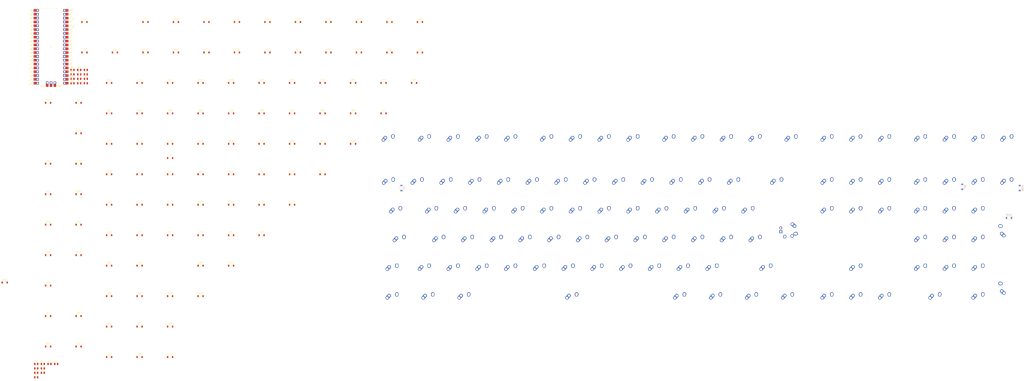
<source format=kicad_pcb>
(kicad_pcb (version 20171130) (host pcbnew "(5.1.4)-1")

  (general
    (thickness 1.6)
    (drawings 0)
    (tracks 0)
    (zones 0)
    (modules 242)
    (nets 151)
  )

  (page A4)
  (layers
    (0 F.Cu signal)
    (31 B.Cu signal)
    (32 B.Adhes user)
    (33 F.Adhes user)
    (34 B.Paste user)
    (35 F.Paste user)
    (36 B.SilkS user)
    (37 F.SilkS user)
    (38 B.Mask user)
    (39 F.Mask user)
    (40 Dwgs.User user)
    (41 Cmts.User user)
    (42 Eco1.User user)
    (43 Eco2.User user)
    (44 Edge.Cuts user)
    (45 Margin user)
    (46 B.CrtYd user)
    (47 F.CrtYd user)
    (48 B.Fab user)
    (49 F.Fab user)
  )

  (setup
    (last_trace_width 0.25)
    (trace_clearance 0.2)
    (zone_clearance 0.508)
    (zone_45_only no)
    (trace_min 0.2)
    (via_size 0.8)
    (via_drill 0.4)
    (via_min_size 0.4)
    (via_min_drill 0.3)
    (uvia_size 0.3)
    (uvia_drill 0.1)
    (uvias_allowed no)
    (uvia_min_size 0.2)
    (uvia_min_drill 0.1)
    (edge_width 0.05)
    (segment_width 0.2)
    (pcb_text_width 0.3)
    (pcb_text_size 1.5 1.5)
    (mod_edge_width 0.12)
    (mod_text_size 1 1)
    (mod_text_width 0.15)
    (pad_size 1.524 1.524)
    (pad_drill 0.762)
    (pad_to_mask_clearance 0.051)
    (solder_mask_min_width 0.25)
    (aux_axis_origin 0 0)
    (visible_elements 7FFFFFFF)
    (pcbplotparams
      (layerselection 0x010fc_ffffffff)
      (usegerberextensions false)
      (usegerberattributes false)
      (usegerberadvancedattributes false)
      (creategerberjobfile false)
      (excludeedgelayer true)
      (linewidth 0.100000)
      (plotframeref false)
      (viasonmask false)
      (mode 1)
      (useauxorigin false)
      (hpglpennumber 1)
      (hpglpenspeed 20)
      (hpglpendiameter 15.000000)
      (psnegative false)
      (psa4output false)
      (plotreference true)
      (plotvalue true)
      (plotinvisibletext false)
      (padsonsilk false)
      (subtractmaskfromsilk false)
      (outputformat 1)
      (mirror false)
      (drillshape 1)
      (scaleselection 1)
      (outputdirectory ""))
  )

  (net 0 "")
  (net 1 Row0)
  (net 2 "Net-(D1-Pad2)")
  (net 3 Row1)
  (net 4 "Net-(D2-Pad2)")
  (net 5 Row4)
  (net 6 "Net-(D3-Pad2)")
  (net 7 Row5)
  (net 8 "Net-(D4-Pad2)")
  (net 9 Row2)
  (net 10 "Net-(D5-Pad2)")
  (net 11 Row3)
  (net 12 "Net-(D6-Pad2)")
  (net 13 "Net-(D7-Pad2)")
  (net 14 "Net-(D8-Pad2)")
  (net 15 Row6)
  (net 16 "Net-(D9-Pad2)")
  (net 17 Row9)
  (net 18 "Net-(D10-Pad2)")
  (net 19 "Net-(D11-Pad2)")
  (net 20 "Net-(D12-Pad2)")
  (net 21 "Net-(D13-Pad2)")
  (net 22 Row8)
  (net 23 "Net-(D14-Pad2)")
  (net 24 "Net-(D15-Pad2)")
  (net 25 "Net-(D16-Pad2)")
  (net 26 Row7)
  (net 27 "Net-(D17-Pad2)")
  (net 28 "Net-(D18-Pad2)")
  (net 29 "Net-(D19-Pad2)")
  (net 30 "Net-(D20-Pad2)")
  (net 31 "Net-(D21-Pad2)")
  (net 32 "Net-(D22-Pad2)")
  (net 33 "Net-(D23-Pad2)")
  (net 34 "Net-(D24-Pad2)")
  (net 35 "Net-(D25-Pad2)")
  (net 36 "Net-(D26-Pad2)")
  (net 37 "Net-(D27-Pad2)")
  (net 38 "Net-(D28-Pad2)")
  (net 39 "Net-(D29-Pad2)")
  (net 40 "Net-(D30-Pad2)")
  (net 41 "Net-(D31-Pad2)")
  (net 42 "Net-(D32-Pad2)")
  (net 43 "Net-(D33-Pad2)")
  (net 44 "Net-(D34-Pad2)")
  (net 45 "Net-(D35-Pad2)")
  (net 46 "Net-(D36-Pad2)")
  (net 47 "Net-(D37-Pad2)")
  (net 48 "Net-(D38-Pad2)")
  (net 49 "Net-(D39-Pad2)")
  (net 50 "Net-(D40-Pad2)")
  (net 51 "Net-(D41-Pad2)")
  (net 52 "Net-(D42-Pad2)")
  (net 53 "Net-(D43-Pad2)")
  (net 54 "Net-(D44-Pad2)")
  (net 55 "Net-(D45-Pad2)")
  (net 56 "Net-(D46-Pad2)")
  (net 57 "Net-(D47-Pad2)")
  (net 58 "Net-(D48-Pad2)")
  (net 59 "Net-(D49-Pad2)")
  (net 60 "Net-(D50-Pad2)")
  (net 61 "Net-(D51-Pad2)")
  (net 62 "Net-(D52-Pad2)")
  (net 63 "Net-(D53-Pad2)")
  (net 64 "Net-(D54-Pad2)")
  (net 65 "Net-(D55-Pad2)")
  (net 66 "Net-(D56-Pad2)")
  (net 67 "Net-(D57-Pad2)")
  (net 68 "Net-(D58-Pad2)")
  (net 69 "Net-(D59-Pad2)")
  (net 70 "Net-(D60-Pad2)")
  (net 71 "Net-(D61-Pad2)")
  (net 72 "Net-(D62-Pad2)")
  (net 73 "Net-(D63-Pad2)")
  (net 74 "Net-(D64-Pad2)")
  (net 75 "Net-(D65-Pad2)")
  (net 76 "Net-(D66-Pad2)")
  (net 77 "Net-(D67-Pad2)")
  (net 78 "Net-(D68-Pad2)")
  (net 79 "Net-(D69-Pad2)")
  (net 80 "Net-(D70-Pad2)")
  (net 81 "Net-(D71-Pad2)")
  (net 82 "Net-(D72-Pad2)")
  (net 83 "Net-(D73-Pad2)")
  (net 84 "Net-(D74-Pad2)")
  (net 85 "Net-(D75-Pad2)")
  (net 86 "Net-(D76-Pad2)")
  (net 87 "Net-(D77-Pad2)")
  (net 88 "Net-(D78-Pad2)")
  (net 89 "Net-(D79-Pad2)")
  (net 90 "Net-(D80-Pad2)")
  (net 91 "Net-(D81-Pad2)")
  (net 92 "Net-(D82-Pad2)")
  (net 93 "Net-(D83-Pad2)")
  (net 94 "Net-(D84-Pad2)")
  (net 95 "Net-(D85-Pad2)")
  (net 96 "Net-(D86-Pad2)")
  (net 97 "Net-(D87-Pad2)")
  (net 98 "Net-(D88-Pad2)")
  (net 99 "Net-(D89-Pad2)")
  (net 100 "Net-(D90-Pad2)")
  (net 101 "Net-(D91-Pad2)")
  (net 102 "Net-(D92-Pad2)")
  (net 103 "Net-(D93-Pad2)")
  (net 104 "Net-(D94-Pad2)")
  (net 105 "Net-(D95-Pad2)")
  (net 106 "Net-(D96-Pad2)")
  (net 107 "Net-(D97-Pad2)")
  (net 108 "Net-(D98-Pad2)")
  (net 109 "Net-(D99-Pad2)")
  (net 110 "Net-(D100-Pad2)")
  (net 111 "Net-(D101-Pad2)")
  (net 112 "Net-(D102-Pad2)")
  (net 113 "Net-(D103-Pad2)")
  (net 114 "Net-(D104-Pad2)")
  (net 115 "Net-(D105-Pad2)")
  (net 116 "Net-(D106-Pad2)")
  (net 117 "Net-(D107-Pad2)")
  (net 118 "Net-(D108-Pad2)")
  (net 119 "Net-(D109-Pad2)")
  (net 120 "Net-(D110-Pad2)")
  (net 121 Col0)
  (net 122 Col1)
  (net 123 Col2)
  (net 124 Col3)
  (net 125 Col4)
  (net 126 Col5)
  (net 127 Col6)
  (net 128 Col7)
  (net 129 Col8)
  (net 130 Col9)
  (net 131 Col10)
  (net 132 "Net-(R1-Pad1)")
  (net 133 "Net-(R10-Pad2)")
  (net 134 "Net-(R11-Pad2)")
  (net 135 "Net-(R12-Pad1)")
  (net 136 "Net-(R14-Pad2)")
  (net 137 "Net-(R16-Pad1)")
  (net 138 "Net-(U1-Pad30)")
  (net 139 "Net-(U1-Pad32)")
  (net 140 "Net-(U1-Pad33)")
  (net 141 "Net-(U1-Pad34)")
  (net 142 "Net-(U1-Pad35)")
  (net 143 "Net-(U1-Pad36)")
  (net 144 "Net-(U1-Pad37)")
  (net 145 "Net-(U1-Pad38)")
  (net 146 "Net-(U1-Pad39)")
  (net 147 "Net-(U1-Pad40)")
  (net 148 "Net-(U1-Pad17)")
  (net 149 "Net-(U1-Pad16)")
  (net 150 "Net-(U1-Pad15)")

  (net_class Default "This is the default net class."
    (clearance 0.2)
    (trace_width 0.25)
    (via_dia 0.8)
    (via_drill 0.4)
    (uvia_dia 0.3)
    (uvia_drill 0.1)
    (add_net Col0)
    (add_net Col1)
    (add_net Col10)
    (add_net Col2)
    (add_net Col3)
    (add_net Col4)
    (add_net Col5)
    (add_net Col6)
    (add_net Col7)
    (add_net Col8)
    (add_net Col9)
    (add_net "Net-(D1-Pad2)")
    (add_net "Net-(D10-Pad2)")
    (add_net "Net-(D100-Pad2)")
    (add_net "Net-(D101-Pad2)")
    (add_net "Net-(D102-Pad2)")
    (add_net "Net-(D103-Pad2)")
    (add_net "Net-(D104-Pad2)")
    (add_net "Net-(D105-Pad2)")
    (add_net "Net-(D106-Pad2)")
    (add_net "Net-(D107-Pad2)")
    (add_net "Net-(D108-Pad2)")
    (add_net "Net-(D109-Pad2)")
    (add_net "Net-(D11-Pad2)")
    (add_net "Net-(D110-Pad2)")
    (add_net "Net-(D12-Pad2)")
    (add_net "Net-(D13-Pad2)")
    (add_net "Net-(D14-Pad2)")
    (add_net "Net-(D15-Pad2)")
    (add_net "Net-(D16-Pad2)")
    (add_net "Net-(D17-Pad2)")
    (add_net "Net-(D18-Pad2)")
    (add_net "Net-(D19-Pad2)")
    (add_net "Net-(D2-Pad2)")
    (add_net "Net-(D20-Pad2)")
    (add_net "Net-(D21-Pad2)")
    (add_net "Net-(D22-Pad2)")
    (add_net "Net-(D23-Pad2)")
    (add_net "Net-(D24-Pad2)")
    (add_net "Net-(D25-Pad2)")
    (add_net "Net-(D26-Pad2)")
    (add_net "Net-(D27-Pad2)")
    (add_net "Net-(D28-Pad2)")
    (add_net "Net-(D29-Pad2)")
    (add_net "Net-(D3-Pad2)")
    (add_net "Net-(D30-Pad2)")
    (add_net "Net-(D31-Pad2)")
    (add_net "Net-(D32-Pad2)")
    (add_net "Net-(D33-Pad2)")
    (add_net "Net-(D34-Pad2)")
    (add_net "Net-(D35-Pad2)")
    (add_net "Net-(D36-Pad2)")
    (add_net "Net-(D37-Pad2)")
    (add_net "Net-(D38-Pad2)")
    (add_net "Net-(D39-Pad2)")
    (add_net "Net-(D4-Pad2)")
    (add_net "Net-(D40-Pad2)")
    (add_net "Net-(D41-Pad2)")
    (add_net "Net-(D42-Pad2)")
    (add_net "Net-(D43-Pad2)")
    (add_net "Net-(D44-Pad2)")
    (add_net "Net-(D45-Pad2)")
    (add_net "Net-(D46-Pad2)")
    (add_net "Net-(D47-Pad2)")
    (add_net "Net-(D48-Pad2)")
    (add_net "Net-(D49-Pad2)")
    (add_net "Net-(D5-Pad2)")
    (add_net "Net-(D50-Pad2)")
    (add_net "Net-(D51-Pad2)")
    (add_net "Net-(D52-Pad2)")
    (add_net "Net-(D53-Pad2)")
    (add_net "Net-(D54-Pad2)")
    (add_net "Net-(D55-Pad2)")
    (add_net "Net-(D56-Pad2)")
    (add_net "Net-(D57-Pad2)")
    (add_net "Net-(D58-Pad2)")
    (add_net "Net-(D59-Pad2)")
    (add_net "Net-(D6-Pad2)")
    (add_net "Net-(D60-Pad2)")
    (add_net "Net-(D61-Pad2)")
    (add_net "Net-(D62-Pad2)")
    (add_net "Net-(D63-Pad2)")
    (add_net "Net-(D64-Pad2)")
    (add_net "Net-(D65-Pad2)")
    (add_net "Net-(D66-Pad2)")
    (add_net "Net-(D67-Pad2)")
    (add_net "Net-(D68-Pad2)")
    (add_net "Net-(D69-Pad2)")
    (add_net "Net-(D7-Pad2)")
    (add_net "Net-(D70-Pad2)")
    (add_net "Net-(D71-Pad2)")
    (add_net "Net-(D72-Pad2)")
    (add_net "Net-(D73-Pad2)")
    (add_net "Net-(D74-Pad2)")
    (add_net "Net-(D75-Pad2)")
    (add_net "Net-(D76-Pad2)")
    (add_net "Net-(D77-Pad2)")
    (add_net "Net-(D78-Pad2)")
    (add_net "Net-(D79-Pad2)")
    (add_net "Net-(D8-Pad2)")
    (add_net "Net-(D80-Pad2)")
    (add_net "Net-(D81-Pad2)")
    (add_net "Net-(D82-Pad2)")
    (add_net "Net-(D83-Pad2)")
    (add_net "Net-(D84-Pad2)")
    (add_net "Net-(D85-Pad2)")
    (add_net "Net-(D86-Pad2)")
    (add_net "Net-(D87-Pad2)")
    (add_net "Net-(D88-Pad2)")
    (add_net "Net-(D89-Pad2)")
    (add_net "Net-(D9-Pad2)")
    (add_net "Net-(D90-Pad2)")
    (add_net "Net-(D91-Pad2)")
    (add_net "Net-(D92-Pad2)")
    (add_net "Net-(D93-Pad2)")
    (add_net "Net-(D94-Pad2)")
    (add_net "Net-(D95-Pad2)")
    (add_net "Net-(D96-Pad2)")
    (add_net "Net-(D97-Pad2)")
    (add_net "Net-(D98-Pad2)")
    (add_net "Net-(D99-Pad2)")
    (add_net "Net-(R1-Pad1)")
    (add_net "Net-(R10-Pad2)")
    (add_net "Net-(R11-Pad2)")
    (add_net "Net-(R12-Pad1)")
    (add_net "Net-(R14-Pad2)")
    (add_net "Net-(R16-Pad1)")
    (add_net "Net-(U1-Pad15)")
    (add_net "Net-(U1-Pad16)")
    (add_net "Net-(U1-Pad17)")
    (add_net "Net-(U1-Pad30)")
    (add_net "Net-(U1-Pad32)")
    (add_net "Net-(U1-Pad33)")
    (add_net "Net-(U1-Pad34)")
    (add_net "Net-(U1-Pad35)")
    (add_net "Net-(U1-Pad36)")
    (add_net "Net-(U1-Pad37)")
    (add_net "Net-(U1-Pad38)")
    (add_net "Net-(U1-Pad39)")
    (add_net "Net-(U1-Pad40)")
    (add_net Row0)
    (add_net Row1)
    (add_net Row2)
    (add_net Row3)
    (add_net Row4)
    (add_net Row5)
    (add_net Row6)
    (add_net Row7)
    (add_net Row8)
    (add_net Row9)
  )

  (module MX_Alps_Hybrid:MX-2U-ReversedStabilizers-NoLED (layer F.Cu) (tedit 5A9F5237) (tstamp 66EB8851)
    (at 578.64375 183.35625 90)
    (path /66EF1D00)
    (fp_text reference MX810 (at 0 3.175 90) (layer Dwgs.User)
      (effects (font (size 1 1) (thickness 0.15)))
    )
    (fp_text value MX-NoLED (at 0 -7.9375 90) (layer Dwgs.User)
      (effects (font (size 1 1) (thickness 0.15)))
    )
    (fp_line (start -19.05 9.525) (end -19.05 -9.525) (layer Dwgs.User) (width 0.15))
    (fp_line (start -19.05 9.525) (end 19.05 9.525) (layer Dwgs.User) (width 0.15))
    (fp_line (start 19.05 -9.525) (end 19.05 9.525) (layer Dwgs.User) (width 0.15))
    (fp_line (start -19.05 -9.525) (end 19.05 -9.525) (layer Dwgs.User) (width 0.15))
    (fp_line (start -7 -7) (end -7 -5) (layer Dwgs.User) (width 0.15))
    (fp_line (start -5 -7) (end -7 -7) (layer Dwgs.User) (width 0.15))
    (fp_line (start -7 7) (end -5 7) (layer Dwgs.User) (width 0.15))
    (fp_line (start -7 5) (end -7 7) (layer Dwgs.User) (width 0.15))
    (fp_line (start 7 7) (end 7 5) (layer Dwgs.User) (width 0.15))
    (fp_line (start 5 7) (end 7 7) (layer Dwgs.User) (width 0.15))
    (fp_line (start 7 -7) (end 7 -5) (layer Dwgs.User) (width 0.15))
    (fp_line (start 5 -7) (end 7 -7) (layer Dwgs.User) (width 0.15))
    (pad "" np_thru_hole circle (at 11.938 -8.255 90) (size 3.9878 3.9878) (drill 3.9878) (layers *.Cu *.Mask))
    (pad "" np_thru_hole circle (at -11.938 -8.255 90) (size 3.9878 3.9878) (drill 3.9878) (layers *.Cu *.Mask))
    (pad "" np_thru_hole circle (at 11.938 6.985 90) (size 3.048 3.048) (drill 3.048) (layers *.Cu *.Mask))
    (pad "" np_thru_hole circle (at -11.938 6.985 90) (size 3.048 3.048) (drill 3.048) (layers *.Cu *.Mask))
    (pad "" np_thru_hole circle (at 5.08 0 138.0996) (size 1.75 1.75) (drill 1.75) (layers *.Cu *.Mask))
    (pad "" np_thru_hole circle (at -5.08 0 138.0996) (size 1.75 1.75) (drill 1.75) (layers *.Cu *.Mask))
    (pad 1 thru_hole circle (at -2.5 -4 90) (size 2.25 2.25) (drill 1.47) (layers *.Cu B.Mask)
      (net 131 Col10))
    (pad "" np_thru_hole circle (at 0 0 90) (size 3.9878 3.9878) (drill 3.9878) (layers *.Cu *.Mask))
    (pad 1 thru_hole oval (at -3.81 -2.54 138.0996) (size 4.211556 2.25) (drill 1.47 (offset 0.980778 0)) (layers *.Cu B.Mask)
      (net 131 Col10))
    (pad 2 thru_hole circle (at 2.54 -5.08 90) (size 2.25 2.25) (drill 1.47) (layers *.Cu B.Mask)
      (net 120 "Net-(D110-Pad2)"))
    (pad 2 thru_hole oval (at 2.5 -4.5 176.0548) (size 2.831378 2.25) (drill 1.47 (offset 0.290689 0)) (layers *.Cu B.Mask)
      (net 120 "Net-(D110-Pad2)"))
  )

  (module MX_Alps_Hybrid:MX-2U-ReversedStabilizers-NoLED (layer F.Cu) (tedit 5A9F5237) (tstamp 66EB883A)
    (at 578.64375 145.25625 90)
    (path /66EEA5AE)
    (fp_text reference MX710 (at 0 3.175 90) (layer Dwgs.User)
      (effects (font (size 1 1) (thickness 0.15)))
    )
    (fp_text value MX-NoLED (at 0 -7.9375 90) (layer Dwgs.User)
      (effects (font (size 1 1) (thickness 0.15)))
    )
    (fp_line (start -19.05 9.525) (end -19.05 -9.525) (layer Dwgs.User) (width 0.15))
    (fp_line (start -19.05 9.525) (end 19.05 9.525) (layer Dwgs.User) (width 0.15))
    (fp_line (start 19.05 -9.525) (end 19.05 9.525) (layer Dwgs.User) (width 0.15))
    (fp_line (start -19.05 -9.525) (end 19.05 -9.525) (layer Dwgs.User) (width 0.15))
    (fp_line (start -7 -7) (end -7 -5) (layer Dwgs.User) (width 0.15))
    (fp_line (start -5 -7) (end -7 -7) (layer Dwgs.User) (width 0.15))
    (fp_line (start -7 7) (end -5 7) (layer Dwgs.User) (width 0.15))
    (fp_line (start -7 5) (end -7 7) (layer Dwgs.User) (width 0.15))
    (fp_line (start 7 7) (end 7 5) (layer Dwgs.User) (width 0.15))
    (fp_line (start 5 7) (end 7 7) (layer Dwgs.User) (width 0.15))
    (fp_line (start 7 -7) (end 7 -5) (layer Dwgs.User) (width 0.15))
    (fp_line (start 5 -7) (end 7 -7) (layer Dwgs.User) (width 0.15))
    (pad "" np_thru_hole circle (at 11.938 -8.255 90) (size 3.9878 3.9878) (drill 3.9878) (layers *.Cu *.Mask))
    (pad "" np_thru_hole circle (at -11.938 -8.255 90) (size 3.9878 3.9878) (drill 3.9878) (layers *.Cu *.Mask))
    (pad "" np_thru_hole circle (at 11.938 6.985 90) (size 3.048 3.048) (drill 3.048) (layers *.Cu *.Mask))
    (pad "" np_thru_hole circle (at -11.938 6.985 90) (size 3.048 3.048) (drill 3.048) (layers *.Cu *.Mask))
    (pad "" np_thru_hole circle (at 5.08 0 138.0996) (size 1.75 1.75) (drill 1.75) (layers *.Cu *.Mask))
    (pad "" np_thru_hole circle (at -5.08 0 138.0996) (size 1.75 1.75) (drill 1.75) (layers *.Cu *.Mask))
    (pad 1 thru_hole circle (at -2.5 -4 90) (size 2.25 2.25) (drill 1.47) (layers *.Cu B.Mask)
      (net 131 Col10))
    (pad "" np_thru_hole circle (at 0 0 90) (size 3.9878 3.9878) (drill 3.9878) (layers *.Cu *.Mask))
    (pad 1 thru_hole oval (at -3.81 -2.54 138.0996) (size 4.211556 2.25) (drill 1.47 (offset 0.980778 0)) (layers *.Cu B.Mask)
      (net 131 Col10))
    (pad 2 thru_hole circle (at 2.54 -5.08 90) (size 2.25 2.25) (drill 1.47) (layers *.Cu B.Mask)
      (net 119 "Net-(D109-Pad2)"))
    (pad 2 thru_hole oval (at 2.5 -4.5 176.0548) (size 2.831378 2.25) (drill 1.47 (offset 0.290689 0)) (layers *.Cu B.Mask)
      (net 119 "Net-(D109-Pad2)"))
  )

  (module MX_Alps_Hybrid:MX-2U-ReversedStabilizers-NoLED (layer F.Cu) (tedit 5A9F5237) (tstamp 66EB8782)
    (at 531.01875 192.88125)
    (path /66F06138)
    (fp_text reference MX99 (at 0 3.175) (layer Dwgs.User)
      (effects (font (size 1 1) (thickness 0.15)))
    )
    (fp_text value MX-NoLED (at 0 -7.9375) (layer Dwgs.User)
      (effects (font (size 1 1) (thickness 0.15)))
    )
    (fp_line (start -19.05 9.525) (end -19.05 -9.525) (layer Dwgs.User) (width 0.15))
    (fp_line (start -19.05 9.525) (end 19.05 9.525) (layer Dwgs.User) (width 0.15))
    (fp_line (start 19.05 -9.525) (end 19.05 9.525) (layer Dwgs.User) (width 0.15))
    (fp_line (start -19.05 -9.525) (end 19.05 -9.525) (layer Dwgs.User) (width 0.15))
    (fp_line (start -7 -7) (end -7 -5) (layer Dwgs.User) (width 0.15))
    (fp_line (start -5 -7) (end -7 -7) (layer Dwgs.User) (width 0.15))
    (fp_line (start -7 7) (end -5 7) (layer Dwgs.User) (width 0.15))
    (fp_line (start -7 5) (end -7 7) (layer Dwgs.User) (width 0.15))
    (fp_line (start 7 7) (end 7 5) (layer Dwgs.User) (width 0.15))
    (fp_line (start 5 7) (end 7 7) (layer Dwgs.User) (width 0.15))
    (fp_line (start 7 -7) (end 7 -5) (layer Dwgs.User) (width 0.15))
    (fp_line (start 5 -7) (end 7 -7) (layer Dwgs.User) (width 0.15))
    (pad "" np_thru_hole circle (at 11.938 -8.255) (size 3.9878 3.9878) (drill 3.9878) (layers *.Cu *.Mask))
    (pad "" np_thru_hole circle (at -11.938 -8.255) (size 3.9878 3.9878) (drill 3.9878) (layers *.Cu *.Mask))
    (pad "" np_thru_hole circle (at 11.938 6.985) (size 3.048 3.048) (drill 3.048) (layers *.Cu *.Mask))
    (pad "" np_thru_hole circle (at -11.938 6.985) (size 3.048 3.048) (drill 3.048) (layers *.Cu *.Mask))
    (pad "" np_thru_hole circle (at 5.08 0 48.0996) (size 1.75 1.75) (drill 1.75) (layers *.Cu *.Mask))
    (pad "" np_thru_hole circle (at -5.08 0 48.0996) (size 1.75 1.75) (drill 1.75) (layers *.Cu *.Mask))
    (pad 1 thru_hole circle (at -2.5 -4) (size 2.25 2.25) (drill 1.47) (layers *.Cu B.Mask)
      (net 130 Col9))
    (pad "" np_thru_hole circle (at 0 0) (size 3.9878 3.9878) (drill 3.9878) (layers *.Cu *.Mask))
    (pad 1 thru_hole oval (at -3.81 -2.54 48.0996) (size 4.211556 2.25) (drill 1.47 (offset 0.980778 0)) (layers *.Cu B.Mask)
      (net 130 Col9))
    (pad 2 thru_hole circle (at 2.54 -5.08) (size 2.25 2.25) (drill 1.47) (layers *.Cu B.Mask)
      (net 105 "Net-(D95-Pad2)"))
    (pad 2 thru_hole oval (at 2.5 -4.5 86.0548) (size 2.831378 2.25) (drill 1.47 (offset 0.290689 0)) (layers *.Cu B.Mask)
      (net 105 "Net-(D95-Pad2)"))
  )

  (module MX_Alps_Hybrid:MX-ISO (layer F.Cu) (tedit 5A9F485F) (tstamp 66EB810A)
    (at 433.3875 145.25625)
    (path /66F8E743)
    (fp_text reference MX27 (at 0 3.175) (layer Dwgs.User)
      (effects (font (size 1 1) (thickness 0.15)))
    )
    (fp_text value MX-NoLED (at 0 -7.9375) (layer Dwgs.User)
      (effects (font (size 1 1) (thickness 0.15)))
    )
    (fp_line (start -16.66875 -19.05) (end -16.66875 0) (layer Dwgs.User) (width 0.15))
    (fp_line (start -11.90625 19.05) (end 11.90625 19.05) (layer Dwgs.User) (width 0.15))
    (fp_line (start 11.90625 -19.05) (end 11.90625 19.05) (layer Dwgs.User) (width 0.15))
    (fp_line (start -16.66875 -19.05) (end 11.90625 -19.05) (layer Dwgs.User) (width 0.15))
    (fp_line (start -7 -7) (end -7 -5) (layer Dwgs.User) (width 0.15))
    (fp_line (start -5 -7) (end -7 -7) (layer Dwgs.User) (width 0.15))
    (fp_line (start -7 7) (end -5 7) (layer Dwgs.User) (width 0.15))
    (fp_line (start -7 5) (end -7 7) (layer Dwgs.User) (width 0.15))
    (fp_line (start 7 7) (end 7 5) (layer Dwgs.User) (width 0.15))
    (fp_line (start 5 7) (end 7 7) (layer Dwgs.User) (width 0.15))
    (fp_line (start 7 -7) (end 7 -5) (layer Dwgs.User) (width 0.15))
    (fp_line (start 5 -7) (end 7 -7) (layer Dwgs.User) (width 0.15))
    (fp_line (start -11.90625 0) (end -16.66875 0) (layer Dwgs.User) (width 0.15))
    (fp_line (start -11.90625 19.05) (end -11.90625 0) (layer Dwgs.User) (width 0.15))
    (pad "" np_thru_hole circle (at 8.255 -11.938) (size 3.9878 3.9878) (drill 3.9878) (layers *.Cu *.Mask))
    (pad "" np_thru_hole circle (at 8.255 11.938) (size 3.9878 3.9878) (drill 3.9878) (layers *.Cu *.Mask))
    (pad "" np_thru_hole circle (at -6.985 -11.938) (size 3.048 3.048) (drill 3.048) (layers *.Cu *.Mask))
    (pad "" np_thru_hole circle (at -6.985 11.938) (size 3.048 3.048) (drill 3.048) (layers *.Cu *.Mask))
    (pad 2 thru_hole circle (at -2.5 4.5) (size 2.25 2.25) (drill 1.47) (layers *.Cu B.Mask)
      (net 82 "Net-(D72-Pad2)"))
    (pad 1 thru_hole circle (at 2.5 4) (size 2.25 2.25) (drill 1.47) (layers *.Cu B.Mask)
      (net 128 Col7))
    (pad "" np_thru_hole circle (at 0 5.08 48.0996) (size 1.7018 1.7018) (drill 1.7018) (layers *.Cu *.Mask))
    (pad "" np_thru_hole circle (at 0 -5.08 48.0996) (size 1.7018 1.7018) (drill 1.7018) (layers *.Cu *.Mask))
    (pad 3 thru_hole circle (at -5.08 -1.27) (size 1.905 1.905) (drill 1.04) (layers *.Cu B.Mask))
    (pad 4 thru_hole rect (at -5.08 1.27) (size 1.905 1.905) (drill 1.04) (layers *.Cu B.Mask))
    (pad 2 thru_hole circle (at 4 -2.5) (size 2.25 2.25) (drill 1.47) (layers *.Cu B.Mask)
      (net 82 "Net-(D72-Pad2)"))
    (pad "" np_thru_hole circle (at 0 0) (size 3.9878 3.9878) (drill 3.9878) (layers *.Cu *.Mask))
    (pad 2 thru_hole oval (at 2.54 -3.81 318.1) (size 4.211556 2.25) (drill 1.47 (offset 0.980778 0)) (layers *.Cu B.Mask)
      (net 82 "Net-(D72-Pad2)"))
    (pad 1 thru_hole circle (at 5.08 2.54) (size 2.25 2.25) (drill 1.47) (layers *.Cu B.Mask)
      (net 128 Col7))
    (pad 1 thru_hole oval (at 4.5 2.5 356.055) (size 2.831378 2.25) (drill 1.47 (offset 0.290689 0)) (layers *.Cu B.Mask)
      (net 128 Col7))
  )

  (module MX_Alps_Hybrid:MX-1.25U-NoLED (layer F.Cu) (tedit 5A9F5210) (tstamp 66EB8754)
    (at 385.7625 192.88125)
    (path /66F8E6EF)
    (fp_text reference MX97 (at 0 3.175) (layer Dwgs.User)
      (effects (font (size 1 1) (thickness 0.15)))
    )
    (fp_text value MX-NoLED (at 0 -7.9375) (layer Dwgs.User)
      (effects (font (size 1 1) (thickness 0.15)))
    )
    (fp_line (start -11.90625 9.525) (end -11.90625 -9.525) (layer Dwgs.User) (width 0.15))
    (fp_line (start 11.90625 9.525) (end -11.90625 9.525) (layer Dwgs.User) (width 0.15))
    (fp_line (start 11.90625 -9.525) (end 11.90625 9.525) (layer Dwgs.User) (width 0.15))
    (fp_line (start -11.90625 -9.525) (end 11.90625 -9.525) (layer Dwgs.User) (width 0.15))
    (fp_line (start -7 -7) (end -7 -5) (layer Dwgs.User) (width 0.15))
    (fp_line (start -5 -7) (end -7 -7) (layer Dwgs.User) (width 0.15))
    (fp_line (start -7 7) (end -5 7) (layer Dwgs.User) (width 0.15))
    (fp_line (start -7 5) (end -7 7) (layer Dwgs.User) (width 0.15))
    (fp_line (start 7 7) (end 7 5) (layer Dwgs.User) (width 0.15))
    (fp_line (start 5 7) (end 7 7) (layer Dwgs.User) (width 0.15))
    (fp_line (start 7 -7) (end 7 -5) (layer Dwgs.User) (width 0.15))
    (fp_line (start 5 -7) (end 7 -7) (layer Dwgs.User) (width 0.15))
    (pad "" np_thru_hole circle (at 5.08 0 48.0996) (size 1.75 1.75) (drill 1.75) (layers *.Cu *.Mask))
    (pad "" np_thru_hole circle (at -5.08 0 48.0996) (size 1.75 1.75) (drill 1.75) (layers *.Cu *.Mask))
    (pad 1 thru_hole circle (at -2.5 -4) (size 2.25 2.25) (drill 1.47) (layers *.Cu B.Mask)
      (net 128 Col7))
    (pad "" np_thru_hole circle (at 0 0) (size 3.9878 3.9878) (drill 3.9878) (layers *.Cu *.Mask))
    (pad 1 thru_hole oval (at -3.81 -2.54 48.0996) (size 4.211556 2.25) (drill 1.47 (offset 0.980778 0)) (layers *.Cu B.Mask)
      (net 128 Col7))
    (pad 2 thru_hole circle (at 2.54 -5.08) (size 2.25 2.25) (drill 1.47) (layers *.Cu B.Mask)
      (net 74 "Net-(D64-Pad2)"))
    (pad 2 thru_hole oval (at 2.5 -4.5 86.0548) (size 2.831378 2.25) (drill 1.47 (offset 0.290689 0)) (layers *.Cu B.Mask)
      (net 74 "Net-(D64-Pad2)"))
  )

  (module MX_Alps_Hybrid:MX-1.25U-NoLED (layer F.Cu) (tedit 5A9F5210) (tstamp 66EB86B3)
    (at 361.95 192.88125)
    (path /66F8E6B3)
    (fp_text reference MX90 (at 0 3.175) (layer Dwgs.User)
      (effects (font (size 1 1) (thickness 0.15)))
    )
    (fp_text value MX-NoLED (at 0 -7.9375) (layer Dwgs.User)
      (effects (font (size 1 1) (thickness 0.15)))
    )
    (fp_line (start -11.90625 9.525) (end -11.90625 -9.525) (layer Dwgs.User) (width 0.15))
    (fp_line (start 11.90625 9.525) (end -11.90625 9.525) (layer Dwgs.User) (width 0.15))
    (fp_line (start 11.90625 -9.525) (end 11.90625 9.525) (layer Dwgs.User) (width 0.15))
    (fp_line (start -11.90625 -9.525) (end 11.90625 -9.525) (layer Dwgs.User) (width 0.15))
    (fp_line (start -7 -7) (end -7 -5) (layer Dwgs.User) (width 0.15))
    (fp_line (start -5 -7) (end -7 -7) (layer Dwgs.User) (width 0.15))
    (fp_line (start -7 7) (end -5 7) (layer Dwgs.User) (width 0.15))
    (fp_line (start -7 5) (end -7 7) (layer Dwgs.User) (width 0.15))
    (fp_line (start 7 7) (end 7 5) (layer Dwgs.User) (width 0.15))
    (fp_line (start 5 7) (end 7 7) (layer Dwgs.User) (width 0.15))
    (fp_line (start 7 -7) (end 7 -5) (layer Dwgs.User) (width 0.15))
    (fp_line (start 5 -7) (end 7 -7) (layer Dwgs.User) (width 0.15))
    (pad "" np_thru_hole circle (at 5.08 0 48.0996) (size 1.75 1.75) (drill 1.75) (layers *.Cu *.Mask))
    (pad "" np_thru_hole circle (at -5.08 0 48.0996) (size 1.75 1.75) (drill 1.75) (layers *.Cu *.Mask))
    (pad 1 thru_hole circle (at -2.5 -4) (size 2.25 2.25) (drill 1.47) (layers *.Cu B.Mask)
      (net 121 Col0))
    (pad "" np_thru_hole circle (at 0 0) (size 3.9878 3.9878) (drill 3.9878) (layers *.Cu *.Mask))
    (pad 1 thru_hole oval (at -3.81 -2.54 48.0996) (size 4.211556 2.25) (drill 1.47 (offset 0.980778 0)) (layers *.Cu B.Mask)
      (net 121 Col0))
    (pad 2 thru_hole circle (at 2.54 -5.08) (size 2.25 2.25) (drill 1.47) (layers *.Cu B.Mask)
      (net 64 "Net-(D54-Pad2)"))
    (pad 2 thru_hole oval (at 2.5 -4.5 86.0548) (size 2.831378 2.25) (drill 1.47 (offset 0.290689 0)) (layers *.Cu B.Mask)
      (net 64 "Net-(D54-Pad2)"))
  )

  (module MX_Alps_Hybrid:MX-1.25U-NoLED (layer F.Cu) (tedit 5A9F5210) (tstamp 66EB866E)
    (at 409.575 192.88125)
    (path /66F8E72B)
    (fp_text reference MX87 (at 0 3.175) (layer Dwgs.User)
      (effects (font (size 1 1) (thickness 0.15)))
    )
    (fp_text value MX-NoLED (at 0 -7.9375) (layer Dwgs.User)
      (effects (font (size 1 1) (thickness 0.15)))
    )
    (fp_line (start -11.90625 9.525) (end -11.90625 -9.525) (layer Dwgs.User) (width 0.15))
    (fp_line (start 11.90625 9.525) (end -11.90625 9.525) (layer Dwgs.User) (width 0.15))
    (fp_line (start 11.90625 -9.525) (end 11.90625 9.525) (layer Dwgs.User) (width 0.15))
    (fp_line (start -11.90625 -9.525) (end 11.90625 -9.525) (layer Dwgs.User) (width 0.15))
    (fp_line (start -7 -7) (end -7 -5) (layer Dwgs.User) (width 0.15))
    (fp_line (start -5 -7) (end -7 -7) (layer Dwgs.User) (width 0.15))
    (fp_line (start -7 7) (end -5 7) (layer Dwgs.User) (width 0.15))
    (fp_line (start -7 5) (end -7 7) (layer Dwgs.User) (width 0.15))
    (fp_line (start 7 7) (end 7 5) (layer Dwgs.User) (width 0.15))
    (fp_line (start 5 7) (end 7 7) (layer Dwgs.User) (width 0.15))
    (fp_line (start 7 -7) (end 7 -5) (layer Dwgs.User) (width 0.15))
    (fp_line (start 5 -7) (end 7 -7) (layer Dwgs.User) (width 0.15))
    (pad "" np_thru_hole circle (at 5.08 0 48.0996) (size 1.75 1.75) (drill 1.75) (layers *.Cu *.Mask))
    (pad "" np_thru_hole circle (at -5.08 0 48.0996) (size 1.75 1.75) (drill 1.75) (layers *.Cu *.Mask))
    (pad 1 thru_hole circle (at -2.5 -4) (size 2.25 2.25) (drill 1.47) (layers *.Cu B.Mask)
      (net 128 Col7))
    (pad "" np_thru_hole circle (at 0 0) (size 3.9878 3.9878) (drill 3.9878) (layers *.Cu *.Mask))
    (pad 1 thru_hole oval (at -3.81 -2.54 48.0996) (size 4.211556 2.25) (drill 1.47 (offset 0.980778 0)) (layers *.Cu B.Mask)
      (net 128 Col7))
    (pad 2 thru_hole circle (at 2.54 -5.08) (size 2.25 2.25) (drill 1.47) (layers *.Cu B.Mask)
      (net 81 "Net-(D71-Pad2)"))
    (pad 2 thru_hole oval (at 2.5 -4.5 86.0548) (size 2.831378 2.25) (drill 1.47 (offset 0.290689 0)) (layers *.Cu B.Mask)
      (net 81 "Net-(D71-Pad2)"))
  )

  (module MX_Alps_Hybrid:MX-6.25U-ReversedStabilizers-NoLED (layer F.Cu) (tedit 5A9F530A) (tstamp 66EB85CD)
    (at 290.5125 192.88125)
    (path /66F8E5FF)
    (fp_text reference MX80 (at 0 3.175) (layer Dwgs.User)
      (effects (font (size 1 1) (thickness 0.15)))
    )
    (fp_text value MX-NoLED (at 0 -7.9375) (layer Dwgs.User)
      (effects (font (size 1 1) (thickness 0.15)))
    )
    (fp_line (start -59.53125 9.525) (end -59.53125 -9.525) (layer Dwgs.User) (width 0.15))
    (fp_line (start -59.53125 9.525) (end 59.53125 9.525) (layer Dwgs.User) (width 0.15))
    (fp_line (start 59.53125 -9.525) (end 59.53125 9.525) (layer Dwgs.User) (width 0.15))
    (fp_line (start -59.53125 -9.525) (end 59.53125 -9.525) (layer Dwgs.User) (width 0.15))
    (fp_line (start -7 -7) (end -7 -5) (layer Dwgs.User) (width 0.15))
    (fp_line (start -5 -7) (end -7 -7) (layer Dwgs.User) (width 0.15))
    (fp_line (start -7 7) (end -5 7) (layer Dwgs.User) (width 0.15))
    (fp_line (start -7 5) (end -7 7) (layer Dwgs.User) (width 0.15))
    (fp_line (start 7 7) (end 7 5) (layer Dwgs.User) (width 0.15))
    (fp_line (start 5 7) (end 7 7) (layer Dwgs.User) (width 0.15))
    (fp_line (start 7 -7) (end 7 -5) (layer Dwgs.User) (width 0.15))
    (fp_line (start 5 -7) (end 7 -7) (layer Dwgs.User) (width 0.15))
    (pad "" np_thru_hole circle (at 49.9999 -8.255) (size 3.9878 3.9878) (drill 3.9878) (layers *.Cu *.Mask))
    (pad "" np_thru_hole circle (at -49.9999 -8.255) (size 3.9878 3.9878) (drill 3.9878) (layers *.Cu *.Mask))
    (pad "" np_thru_hole circle (at 49.9999 6.985) (size 3.048 3.048) (drill 3.048) (layers *.Cu *.Mask))
    (pad "" np_thru_hole circle (at -49.9999 6.985) (size 3.048 3.048) (drill 3.048) (layers *.Cu *.Mask))
    (pad "" np_thru_hole circle (at 5.08 0 48.0996) (size 1.75 1.75) (drill 1.75) (layers *.Cu *.Mask))
    (pad "" np_thru_hole circle (at -5.08 0 48.0996) (size 1.75 1.75) (drill 1.75) (layers *.Cu *.Mask))
    (pad 1 thru_hole circle (at -2.5 -4) (size 2.25 2.25) (drill 1.47) (layers *.Cu B.Mask)
      (net 121 Col0))
    (pad "" np_thru_hole circle (at 0 0) (size 3.9878 3.9878) (drill 3.9878) (layers *.Cu *.Mask))
    (pad 1 thru_hole oval (at -3.81 -2.54 48.0996) (size 4.211556 2.25) (drill 1.47 (offset 0.980778 0)) (layers *.Cu B.Mask)
      (net 121 Col0))
    (pad 2 thru_hole circle (at 2.54 -5.08) (size 2.25 2.25) (drill 1.47) (layers *.Cu B.Mask)
      (net 47 "Net-(D37-Pad2)"))
    (pad 2 thru_hole oval (at 2.5 -4.5 86.0548) (size 2.831378 2.25) (drill 1.47 (offset 0.290689 0)) (layers *.Cu B.Mask)
      (net 47 "Net-(D37-Pad2)"))
  )

  (module MX_Alps_Hybrid:MX-1.25U-NoLED (layer F.Cu) (tedit 5A9F5210) (tstamp 66EB8588)
    (at 433.3875 192.88125)
    (path /66F8E767)
    (fp_text reference MX77 (at 0 3.175) (layer Dwgs.User)
      (effects (font (size 1 1) (thickness 0.15)))
    )
    (fp_text value MX-NoLED (at 0 -7.9375) (layer Dwgs.User)
      (effects (font (size 1 1) (thickness 0.15)))
    )
    (fp_line (start -11.90625 9.525) (end -11.90625 -9.525) (layer Dwgs.User) (width 0.15))
    (fp_line (start 11.90625 9.525) (end -11.90625 9.525) (layer Dwgs.User) (width 0.15))
    (fp_line (start 11.90625 -9.525) (end 11.90625 9.525) (layer Dwgs.User) (width 0.15))
    (fp_line (start -11.90625 -9.525) (end 11.90625 -9.525) (layer Dwgs.User) (width 0.15))
    (fp_line (start -7 -7) (end -7 -5) (layer Dwgs.User) (width 0.15))
    (fp_line (start -5 -7) (end -7 -7) (layer Dwgs.User) (width 0.15))
    (fp_line (start -7 7) (end -5 7) (layer Dwgs.User) (width 0.15))
    (fp_line (start -7 5) (end -7 7) (layer Dwgs.User) (width 0.15))
    (fp_line (start 7 7) (end 7 5) (layer Dwgs.User) (width 0.15))
    (fp_line (start 5 7) (end 7 7) (layer Dwgs.User) (width 0.15))
    (fp_line (start 7 -7) (end 7 -5) (layer Dwgs.User) (width 0.15))
    (fp_line (start 5 -7) (end 7 -7) (layer Dwgs.User) (width 0.15))
    (pad "" np_thru_hole circle (at 5.08 0 48.0996) (size 1.75 1.75) (drill 1.75) (layers *.Cu *.Mask))
    (pad "" np_thru_hole circle (at -5.08 0 48.0996) (size 1.75 1.75) (drill 1.75) (layers *.Cu *.Mask))
    (pad 1 thru_hole circle (at -2.5 -4) (size 2.25 2.25) (drill 1.47) (layers *.Cu B.Mask)
      (net 128 Col7))
    (pad "" np_thru_hole circle (at 0 0) (size 3.9878 3.9878) (drill 3.9878) (layers *.Cu *.Mask))
    (pad 1 thru_hole oval (at -3.81 -2.54 48.0996) (size 4.211556 2.25) (drill 1.47 (offset 0.980778 0)) (layers *.Cu B.Mask)
      (net 128 Col7))
    (pad 2 thru_hole circle (at 2.54 -5.08) (size 2.25 2.25) (drill 1.47) (layers *.Cu B.Mask)
      (net 86 "Net-(D76-Pad2)"))
    (pad 2 thru_hole oval (at 2.5 -4.5 86.0548) (size 2.831378 2.25) (drill 1.47 (offset 0.290689 0)) (layers *.Cu B.Mask)
      (net 86 "Net-(D76-Pad2)"))
  )

  (module MX_Alps_Hybrid:MX-1.25U-NoLED (layer F.Cu) (tedit 5A9F5210) (tstamp 66EB84E7)
    (at 219.075 192.88125)
    (path /66F41237)
    (fp_text reference MX70 (at 0 3.175) (layer Dwgs.User)
      (effects (font (size 1 1) (thickness 0.15)))
    )
    (fp_text value MX-NoLED (at 0 -7.9375) (layer Dwgs.User)
      (effects (font (size 1 1) (thickness 0.15)))
    )
    (fp_line (start -11.90625 9.525) (end -11.90625 -9.525) (layer Dwgs.User) (width 0.15))
    (fp_line (start 11.90625 9.525) (end -11.90625 9.525) (layer Dwgs.User) (width 0.15))
    (fp_line (start 11.90625 -9.525) (end 11.90625 9.525) (layer Dwgs.User) (width 0.15))
    (fp_line (start -11.90625 -9.525) (end 11.90625 -9.525) (layer Dwgs.User) (width 0.15))
    (fp_line (start -7 -7) (end -7 -5) (layer Dwgs.User) (width 0.15))
    (fp_line (start -5 -7) (end -7 -7) (layer Dwgs.User) (width 0.15))
    (fp_line (start -7 7) (end -5 7) (layer Dwgs.User) (width 0.15))
    (fp_line (start -7 5) (end -7 7) (layer Dwgs.User) (width 0.15))
    (fp_line (start 7 7) (end 7 5) (layer Dwgs.User) (width 0.15))
    (fp_line (start 5 7) (end 7 7) (layer Dwgs.User) (width 0.15))
    (fp_line (start 7 -7) (end 7 -5) (layer Dwgs.User) (width 0.15))
    (fp_line (start 5 -7) (end 7 -7) (layer Dwgs.User) (width 0.15))
    (pad "" np_thru_hole circle (at 5.08 0 48.0996) (size 1.75 1.75) (drill 1.75) (layers *.Cu *.Mask))
    (pad "" np_thru_hole circle (at -5.08 0 48.0996) (size 1.75 1.75) (drill 1.75) (layers *.Cu *.Mask))
    (pad 1 thru_hole circle (at -2.5 -4) (size 2.25 2.25) (drill 1.47) (layers *.Cu B.Mask)
      (net 121 Col0))
    (pad "" np_thru_hole circle (at 0 0) (size 3.9878 3.9878) (drill 3.9878) (layers *.Cu *.Mask))
    (pad 1 thru_hole oval (at -3.81 -2.54 48.0996) (size 4.211556 2.25) (drill 1.47 (offset 0.980778 0)) (layers *.Cu B.Mask)
      (net 121 Col0))
    (pad 2 thru_hole circle (at 2.54 -5.08) (size 2.25 2.25) (drill 1.47) (layers *.Cu B.Mask)
      (net 30 "Net-(D20-Pad2)"))
    (pad 2 thru_hole oval (at 2.5 -4.5 86.0548) (size 2.831378 2.25) (drill 1.47 (offset 0.290689 0)) (layers *.Cu B.Mask)
      (net 30 "Net-(D20-Pad2)"))
  )

  (module MX_Alps_Hybrid:MX-1.25U-NoLED (layer F.Cu) (tedit 5A9F5210) (tstamp 66EB8401)
    (at 195.2625 192.88125)
    (path /66F3B3F3)
    (fp_text reference MX60 (at 0 3.175) (layer Dwgs.User)
      (effects (font (size 1 1) (thickness 0.15)))
    )
    (fp_text value MX-NoLED (at 0 -7.9375) (layer Dwgs.User)
      (effects (font (size 1 1) (thickness 0.15)))
    )
    (fp_line (start -11.90625 9.525) (end -11.90625 -9.525) (layer Dwgs.User) (width 0.15))
    (fp_line (start 11.90625 9.525) (end -11.90625 9.525) (layer Dwgs.User) (width 0.15))
    (fp_line (start 11.90625 -9.525) (end 11.90625 9.525) (layer Dwgs.User) (width 0.15))
    (fp_line (start -11.90625 -9.525) (end 11.90625 -9.525) (layer Dwgs.User) (width 0.15))
    (fp_line (start -7 -7) (end -7 -5) (layer Dwgs.User) (width 0.15))
    (fp_line (start -5 -7) (end -7 -7) (layer Dwgs.User) (width 0.15))
    (fp_line (start -7 7) (end -5 7) (layer Dwgs.User) (width 0.15))
    (fp_line (start -7 5) (end -7 7) (layer Dwgs.User) (width 0.15))
    (fp_line (start 7 7) (end 7 5) (layer Dwgs.User) (width 0.15))
    (fp_line (start 5 7) (end 7 7) (layer Dwgs.User) (width 0.15))
    (fp_line (start 7 -7) (end 7 -5) (layer Dwgs.User) (width 0.15))
    (fp_line (start 5 -7) (end 7 -7) (layer Dwgs.User) (width 0.15))
    (pad "" np_thru_hole circle (at 5.08 0 48.0996) (size 1.75 1.75) (drill 1.75) (layers *.Cu *.Mask))
    (pad "" np_thru_hole circle (at -5.08 0 48.0996) (size 1.75 1.75) (drill 1.75) (layers *.Cu *.Mask))
    (pad 1 thru_hole circle (at -2.5 -4) (size 2.25 2.25) (drill 1.47) (layers *.Cu B.Mask)
      (net 121 Col0))
    (pad "" np_thru_hole circle (at 0 0) (size 3.9878 3.9878) (drill 3.9878) (layers *.Cu *.Mask))
    (pad 1 thru_hole oval (at -3.81 -2.54 48.0996) (size 4.211556 2.25) (drill 1.47 (offset 0.980778 0)) (layers *.Cu B.Mask)
      (net 121 Col0))
    (pad 2 thru_hole circle (at 2.54 -5.08) (size 2.25 2.25) (drill 1.47) (layers *.Cu B.Mask)
      (net 16 "Net-(D9-Pad2)"))
    (pad 2 thru_hole oval (at 2.5 -4.5 86.0548) (size 2.831378 2.25) (drill 1.47 (offset 0.290689 0)) (layers *.Cu B.Mask)
      (net 16 "Net-(D9-Pad2)"))
  )

  (module MX_Alps_Hybrid:MX-2.75U-ReversedStabilizers-NoLED (layer F.Cu) (tedit 5A9F527D) (tstamp 66EB83A5)
    (at 419.1 173.83125)
    (path /66F8E71F)
    (fp_text reference MX56 (at 0 3.175) (layer Dwgs.User)
      (effects (font (size 1 1) (thickness 0.15)))
    )
    (fp_text value MX-NoLED (at 0 -7.9375) (layer Dwgs.User)
      (effects (font (size 1 1) (thickness 0.15)))
    )
    (fp_line (start -26.19375 9.525) (end -26.19375 -9.525) (layer Dwgs.User) (width 0.15))
    (fp_line (start -26.19375 9.525) (end 26.19375 9.525) (layer Dwgs.User) (width 0.15))
    (fp_line (start 26.19375 -9.525) (end 26.19375 9.525) (layer Dwgs.User) (width 0.15))
    (fp_line (start -26.19375 -9.525) (end 26.19375 -9.525) (layer Dwgs.User) (width 0.15))
    (fp_line (start -7 -7) (end -7 -5) (layer Dwgs.User) (width 0.15))
    (fp_line (start -5 -7) (end -7 -7) (layer Dwgs.User) (width 0.15))
    (fp_line (start -7 7) (end -5 7) (layer Dwgs.User) (width 0.15))
    (fp_line (start -7 5) (end -7 7) (layer Dwgs.User) (width 0.15))
    (fp_line (start 7 7) (end 7 5) (layer Dwgs.User) (width 0.15))
    (fp_line (start 5 7) (end 7 7) (layer Dwgs.User) (width 0.15))
    (fp_line (start 7 -7) (end 7 -5) (layer Dwgs.User) (width 0.15))
    (fp_line (start 5 -7) (end 7 -7) (layer Dwgs.User) (width 0.15))
    (pad "" np_thru_hole circle (at 11.938 -8.255) (size 3.9878 3.9878) (drill 3.9878) (layers *.Cu *.Mask))
    (pad "" np_thru_hole circle (at -11.938 -8.255) (size 3.9878 3.9878) (drill 3.9878) (layers *.Cu *.Mask))
    (pad "" np_thru_hole circle (at 11.938 6.985) (size 3.048 3.048) (drill 3.048) (layers *.Cu *.Mask))
    (pad "" np_thru_hole circle (at -11.938 6.985) (size 3.048 3.048) (drill 3.048) (layers *.Cu *.Mask))
    (pad "" np_thru_hole circle (at 5.08 0 48.0996) (size 1.75 1.75) (drill 1.75) (layers *.Cu *.Mask))
    (pad "" np_thru_hole circle (at -5.08 0 48.0996) (size 1.75 1.75) (drill 1.75) (layers *.Cu *.Mask))
    (pad 1 thru_hole circle (at -2.5 -4) (size 2.25 2.25) (drill 1.47) (layers *.Cu B.Mask)
      (net 127 Col6))
    (pad "" np_thru_hole circle (at 0 0) (size 3.9878 3.9878) (drill 3.9878) (layers *.Cu *.Mask))
    (pad 1 thru_hole oval (at -3.81 -2.54 48.0996) (size 4.211556 2.25) (drill 1.47 (offset 0.980778 0)) (layers *.Cu B.Mask)
      (net 127 Col6))
    (pad 2 thru_hole circle (at 2.54 -5.08) (size 2.25 2.25) (drill 1.47) (layers *.Cu B.Mask)
      (net 83 "Net-(D73-Pad2)"))
    (pad 2 thru_hole oval (at 2.5 -4.5 86.0548) (size 2.831378 2.25) (drill 1.47 (offset 0.290689 0)) (layers *.Cu B.Mask)
      (net 83 "Net-(D73-Pad2)"))
  )

  (module MX_Alps_Hybrid:MX-1.25U-NoLED (layer F.Cu) (tedit 5A9F5210) (tstamp 66EB831B)
    (at 171.45 192.88125)
    (path /66F32DEF)
    (fp_text reference MX50 (at 0 3.175) (layer Dwgs.User)
      (effects (font (size 1 1) (thickness 0.15)))
    )
    (fp_text value MX-NoLED (at 0 -7.9375) (layer Dwgs.User)
      (effects (font (size 1 1) (thickness 0.15)))
    )
    (fp_line (start -11.90625 9.525) (end -11.90625 -9.525) (layer Dwgs.User) (width 0.15))
    (fp_line (start 11.90625 9.525) (end -11.90625 9.525) (layer Dwgs.User) (width 0.15))
    (fp_line (start 11.90625 -9.525) (end 11.90625 9.525) (layer Dwgs.User) (width 0.15))
    (fp_line (start -11.90625 -9.525) (end 11.90625 -9.525) (layer Dwgs.User) (width 0.15))
    (fp_line (start -7 -7) (end -7 -5) (layer Dwgs.User) (width 0.15))
    (fp_line (start -5 -7) (end -7 -7) (layer Dwgs.User) (width 0.15))
    (fp_line (start -7 7) (end -5 7) (layer Dwgs.User) (width 0.15))
    (fp_line (start -7 5) (end -7 7) (layer Dwgs.User) (width 0.15))
    (fp_line (start 7 7) (end 7 5) (layer Dwgs.User) (width 0.15))
    (fp_line (start 5 7) (end 7 7) (layer Dwgs.User) (width 0.15))
    (fp_line (start 7 -7) (end 7 -5) (layer Dwgs.User) (width 0.15))
    (fp_line (start 5 -7) (end 7 -7) (layer Dwgs.User) (width 0.15))
    (pad "" np_thru_hole circle (at 5.08 0 48.0996) (size 1.75 1.75) (drill 1.75) (layers *.Cu *.Mask))
    (pad "" np_thru_hole circle (at -5.08 0 48.0996) (size 1.75 1.75) (drill 1.75) (layers *.Cu *.Mask))
    (pad 1 thru_hole circle (at -2.5 -4) (size 2.25 2.25) (drill 1.47) (layers *.Cu B.Mask)
      (net 121 Col0))
    (pad "" np_thru_hole circle (at 0 0) (size 3.9878 3.9878) (drill 3.9878) (layers *.Cu *.Mask))
    (pad 1 thru_hole oval (at -3.81 -2.54 48.0996) (size 4.211556 2.25) (drill 1.47 (offset 0.980778 0)) (layers *.Cu B.Mask)
      (net 121 Col0))
    (pad 2 thru_hole circle (at 2.54 -5.08) (size 2.25 2.25) (drill 1.47) (layers *.Cu B.Mask)
      (net 8 "Net-(D4-Pad2)"))
    (pad 2 thru_hole oval (at 2.5 -4.5 86.0548) (size 2.831378 2.25) (drill 1.47 (offset 0.290689 0)) (layers *.Cu B.Mask)
      (net 8 "Net-(D4-Pad2)"))
  )

  (module MX_Alps_Hybrid:MX-1.25U-NoLED (layer F.Cu) (tedit 5A9F5210) (tstamp 66EB8235)
    (at 171.45 173.83125)
    (path /66F32DE3)
    (fp_text reference MX40 (at 0 3.175) (layer Dwgs.User)
      (effects (font (size 1 1) (thickness 0.15)))
    )
    (fp_text value MX-NoLED (at 0 -7.9375) (layer Dwgs.User)
      (effects (font (size 1 1) (thickness 0.15)))
    )
    (fp_line (start -11.90625 9.525) (end -11.90625 -9.525) (layer Dwgs.User) (width 0.15))
    (fp_line (start 11.90625 9.525) (end -11.90625 9.525) (layer Dwgs.User) (width 0.15))
    (fp_line (start 11.90625 -9.525) (end 11.90625 9.525) (layer Dwgs.User) (width 0.15))
    (fp_line (start -11.90625 -9.525) (end 11.90625 -9.525) (layer Dwgs.User) (width 0.15))
    (fp_line (start -7 -7) (end -7 -5) (layer Dwgs.User) (width 0.15))
    (fp_line (start -5 -7) (end -7 -7) (layer Dwgs.User) (width 0.15))
    (fp_line (start -7 7) (end -5 7) (layer Dwgs.User) (width 0.15))
    (fp_line (start -7 5) (end -7 7) (layer Dwgs.User) (width 0.15))
    (fp_line (start 7 7) (end 7 5) (layer Dwgs.User) (width 0.15))
    (fp_line (start 5 7) (end 7 7) (layer Dwgs.User) (width 0.15))
    (fp_line (start 7 -7) (end 7 -5) (layer Dwgs.User) (width 0.15))
    (fp_line (start 5 -7) (end 7 -7) (layer Dwgs.User) (width 0.15))
    (pad "" np_thru_hole circle (at 5.08 0 48.0996) (size 1.75 1.75) (drill 1.75) (layers *.Cu *.Mask))
    (pad "" np_thru_hole circle (at -5.08 0 48.0996) (size 1.75 1.75) (drill 1.75) (layers *.Cu *.Mask))
    (pad 1 thru_hole circle (at -2.5 -4) (size 2.25 2.25) (drill 1.47) (layers *.Cu B.Mask)
      (net 121 Col0))
    (pad "" np_thru_hole circle (at 0 0) (size 3.9878 3.9878) (drill 3.9878) (layers *.Cu *.Mask))
    (pad 1 thru_hole oval (at -3.81 -2.54 48.0996) (size 4.211556 2.25) (drill 1.47 (offset 0.980778 0)) (layers *.Cu B.Mask)
      (net 121 Col0))
    (pad 2 thru_hole circle (at 2.54 -5.08) (size 2.25 2.25) (drill 1.47) (layers *.Cu B.Mask)
      (net 6 "Net-(D3-Pad2)"))
    (pad 2 thru_hole oval (at 2.5 -4.5 86.0548) (size 2.831378 2.25) (drill 1.47 (offset 0.290689 0)) (layers *.Cu B.Mask)
      (net 6 "Net-(D3-Pad2)"))
  )

  (module MX_Alps_Hybrid:MX-1.75U-NoLED (layer F.Cu) (tedit 5A9F5220) (tstamp 66EB814F)
    (at 176.2125 154.78125)
    (path /66F32DD7)
    (fp_text reference MX30 (at 0 3.175) (layer Dwgs.User)
      (effects (font (size 1 1) (thickness 0.15)))
    )
    (fp_text value MX-NoLED (at 0 -7.9375) (layer Dwgs.User)
      (effects (font (size 1 1) (thickness 0.15)))
    )
    (fp_line (start -16.66875 9.525) (end -16.66875 -9.525) (layer Dwgs.User) (width 0.15))
    (fp_line (start 16.66875 9.525) (end -16.66875 9.525) (layer Dwgs.User) (width 0.15))
    (fp_line (start 16.66875 -9.525) (end 16.66875 9.525) (layer Dwgs.User) (width 0.15))
    (fp_line (start -16.66875 -9.525) (end 16.66875 -9.525) (layer Dwgs.User) (width 0.15))
    (fp_line (start -7 -7) (end -7 -5) (layer Dwgs.User) (width 0.15))
    (fp_line (start -5 -7) (end -7 -7) (layer Dwgs.User) (width 0.15))
    (fp_line (start -7 7) (end -5 7) (layer Dwgs.User) (width 0.15))
    (fp_line (start -7 5) (end -7 7) (layer Dwgs.User) (width 0.15))
    (fp_line (start 7 7) (end 7 5) (layer Dwgs.User) (width 0.15))
    (fp_line (start 5 7) (end 7 7) (layer Dwgs.User) (width 0.15))
    (fp_line (start 7 -7) (end 7 -5) (layer Dwgs.User) (width 0.15))
    (fp_line (start 5 -7) (end 7 -7) (layer Dwgs.User) (width 0.15))
    (pad "" np_thru_hole circle (at 5.08 0 48.0996) (size 1.75 1.75) (drill 1.75) (layers *.Cu *.Mask))
    (pad "" np_thru_hole circle (at -5.08 0 48.0996) (size 1.75 1.75) (drill 1.75) (layers *.Cu *.Mask))
    (pad 1 thru_hole circle (at -2.5 -4) (size 2.25 2.25) (drill 1.47) (layers *.Cu B.Mask)
      (net 121 Col0))
    (pad "" np_thru_hole circle (at 0 0) (size 3.9878 3.9878) (drill 3.9878) (layers *.Cu *.Mask))
    (pad 1 thru_hole oval (at -3.81 -2.54 48.0996) (size 4.211556 2.25) (drill 1.47 (offset 0.980778 0)) (layers *.Cu B.Mask)
      (net 121 Col0))
    (pad 2 thru_hole circle (at 2.54 -5.08) (size 2.25 2.25) (drill 1.47) (layers *.Cu B.Mask)
      (net 12 "Net-(D6-Pad2)"))
    (pad 2 thru_hole oval (at 2.5 -4.5 86.0548) (size 2.831378 2.25) (drill 1.47 (offset 0.290689 0)) (layers *.Cu B.Mask)
      (net 12 "Net-(D6-Pad2)"))
  )

  (module MX_Alps_Hybrid:MX-1.5U-NoLED (layer F.Cu) (tedit 5A9F5217) (tstamp 66EB8069)
    (at 173.83125 135.73125)
    (path /66F32DCB)
    (fp_text reference MX20 (at 0 3.175) (layer Dwgs.User)
      (effects (font (size 1 1) (thickness 0.15)))
    )
    (fp_text value MX-NoLED (at 0 -7.9375) (layer Dwgs.User)
      (effects (font (size 1 1) (thickness 0.15)))
    )
    (fp_line (start -14.2875 9.525) (end -14.2875 -9.525) (layer Dwgs.User) (width 0.15))
    (fp_line (start 14.2875 9.525) (end -14.2875 9.525) (layer Dwgs.User) (width 0.15))
    (fp_line (start 14.2875 -9.525) (end 14.2875 9.525) (layer Dwgs.User) (width 0.15))
    (fp_line (start -14.2875 -9.525) (end 14.2875 -9.525) (layer Dwgs.User) (width 0.15))
    (fp_line (start -7 -7) (end -7 -5) (layer Dwgs.User) (width 0.15))
    (fp_line (start -5 -7) (end -7 -7) (layer Dwgs.User) (width 0.15))
    (fp_line (start -7 7) (end -5 7) (layer Dwgs.User) (width 0.15))
    (fp_line (start -7 5) (end -7 7) (layer Dwgs.User) (width 0.15))
    (fp_line (start 7 7) (end 7 5) (layer Dwgs.User) (width 0.15))
    (fp_line (start 5 7) (end 7 7) (layer Dwgs.User) (width 0.15))
    (fp_line (start 7 -7) (end 7 -5) (layer Dwgs.User) (width 0.15))
    (fp_line (start 5 -7) (end 7 -7) (layer Dwgs.User) (width 0.15))
    (pad "" np_thru_hole circle (at 5.08 0 48.0996) (size 1.75 1.75) (drill 1.75) (layers *.Cu *.Mask))
    (pad "" np_thru_hole circle (at -5.08 0 48.0996) (size 1.75 1.75) (drill 1.75) (layers *.Cu *.Mask))
    (pad 1 thru_hole circle (at -2.5 -4) (size 2.25 2.25) (drill 1.47) (layers *.Cu B.Mask)
      (net 121 Col0))
    (pad "" np_thru_hole circle (at 0 0) (size 3.9878 3.9878) (drill 3.9878) (layers *.Cu *.Mask))
    (pad 1 thru_hole oval (at -3.81 -2.54 48.0996) (size 4.211556 2.25) (drill 1.47 (offset 0.980778 0)) (layers *.Cu B.Mask)
      (net 121 Col0))
    (pad 2 thru_hole circle (at 2.54 -5.08) (size 2.25 2.25) (drill 1.47) (layers *.Cu B.Mask)
      (net 10 "Net-(D5-Pad2)"))
    (pad 2 thru_hole oval (at 2.5 -4.5 86.0548) (size 2.831378 2.25) (drill 1.47 (offset 0.290689 0)) (layers *.Cu B.Mask)
      (net 10 "Net-(D5-Pad2)"))
  )

  (module MX_Alps_Hybrid:MX-2U-ReversedStabilizers-NoLED (layer F.Cu) (tedit 5A9F5237) (tstamp 66EB8024)
    (at 426.24375 116.68125)
    (path /66F8E737)
    (fp_text reference MX17 (at 0 3.175) (layer Dwgs.User)
      (effects (font (size 1 1) (thickness 0.15)))
    )
    (fp_text value MX-NoLED (at 0 -7.9375) (layer Dwgs.User)
      (effects (font (size 1 1) (thickness 0.15)))
    )
    (fp_line (start -19.05 9.525) (end -19.05 -9.525) (layer Dwgs.User) (width 0.15))
    (fp_line (start -19.05 9.525) (end 19.05 9.525) (layer Dwgs.User) (width 0.15))
    (fp_line (start 19.05 -9.525) (end 19.05 9.525) (layer Dwgs.User) (width 0.15))
    (fp_line (start -19.05 -9.525) (end 19.05 -9.525) (layer Dwgs.User) (width 0.15))
    (fp_line (start -7 -7) (end -7 -5) (layer Dwgs.User) (width 0.15))
    (fp_line (start -5 -7) (end -7 -7) (layer Dwgs.User) (width 0.15))
    (fp_line (start -7 7) (end -5 7) (layer Dwgs.User) (width 0.15))
    (fp_line (start -7 5) (end -7 7) (layer Dwgs.User) (width 0.15))
    (fp_line (start 7 7) (end 7 5) (layer Dwgs.User) (width 0.15))
    (fp_line (start 5 7) (end 7 7) (layer Dwgs.User) (width 0.15))
    (fp_line (start 7 -7) (end 7 -5) (layer Dwgs.User) (width 0.15))
    (fp_line (start 5 -7) (end 7 -7) (layer Dwgs.User) (width 0.15))
    (pad "" np_thru_hole circle (at 11.938 -8.255) (size 3.9878 3.9878) (drill 3.9878) (layers *.Cu *.Mask))
    (pad "" np_thru_hole circle (at -11.938 -8.255) (size 3.9878 3.9878) (drill 3.9878) (layers *.Cu *.Mask))
    (pad "" np_thru_hole circle (at 11.938 6.985) (size 3.048 3.048) (drill 3.048) (layers *.Cu *.Mask))
    (pad "" np_thru_hole circle (at -11.938 6.985) (size 3.048 3.048) (drill 3.048) (layers *.Cu *.Mask))
    (pad "" np_thru_hole circle (at 5.08 0 48.0996) (size 1.75 1.75) (drill 1.75) (layers *.Cu *.Mask))
    (pad "" np_thru_hole circle (at -5.08 0 48.0996) (size 1.75 1.75) (drill 1.75) (layers *.Cu *.Mask))
    (pad 1 thru_hole circle (at -2.5 -4) (size 2.25 2.25) (drill 1.47) (layers *.Cu B.Mask)
      (net 128 Col7))
    (pad "" np_thru_hole circle (at 0 0) (size 3.9878 3.9878) (drill 3.9878) (layers *.Cu *.Mask))
    (pad 1 thru_hole oval (at -3.81 -2.54 48.0996) (size 4.211556 2.25) (drill 1.47 (offset 0.980778 0)) (layers *.Cu B.Mask)
      (net 128 Col7))
    (pad 2 thru_hole circle (at 2.54 -5.08) (size 2.25 2.25) (drill 1.47) (layers *.Cu B.Mask)
      (net 84 "Net-(D74-Pad2)"))
    (pad 2 thru_hole oval (at 2.5 -4.5 86.0548) (size 2.831378 2.25) (drill 1.47 (offset 0.290689 0)) (layers *.Cu B.Mask)
      (net 84 "Net-(D74-Pad2)"))
  )

  (module Diode_SMD:D_SOD-123 (layer F.Cu) (tedit 58645DC7) (tstamp 66EB7E86)
    (at 23.8125 229.5875)
    (descr SOD-123)
    (tags SOD-123)
    (path /66EF1D06)
    (attr smd)
    (fp_text reference D110 (at 0 -2) (layer F.SilkS)
      (effects (font (size 1 1) (thickness 0.15)))
    )
    (fp_text value D_Small (at 0 2.1) (layer F.Fab)
      (effects (font (size 1 1) (thickness 0.15)))
    )
    (fp_line (start -2.25 -1) (end 1.65 -1) (layer F.SilkS) (width 0.12))
    (fp_line (start -2.25 1) (end 1.65 1) (layer F.SilkS) (width 0.12))
    (fp_line (start -2.35 -1.15) (end -2.35 1.15) (layer F.CrtYd) (width 0.05))
    (fp_line (start 2.35 1.15) (end -2.35 1.15) (layer F.CrtYd) (width 0.05))
    (fp_line (start 2.35 -1.15) (end 2.35 1.15) (layer F.CrtYd) (width 0.05))
    (fp_line (start -2.35 -1.15) (end 2.35 -1.15) (layer F.CrtYd) (width 0.05))
    (fp_line (start -1.4 -0.9) (end 1.4 -0.9) (layer F.Fab) (width 0.1))
    (fp_line (start 1.4 -0.9) (end 1.4 0.9) (layer F.Fab) (width 0.1))
    (fp_line (start 1.4 0.9) (end -1.4 0.9) (layer F.Fab) (width 0.1))
    (fp_line (start -1.4 0.9) (end -1.4 -0.9) (layer F.Fab) (width 0.1))
    (fp_line (start -0.75 0) (end -0.35 0) (layer F.Fab) (width 0.1))
    (fp_line (start -0.35 0) (end -0.35 -0.55) (layer F.Fab) (width 0.1))
    (fp_line (start -0.35 0) (end -0.35 0.55) (layer F.Fab) (width 0.1))
    (fp_line (start -0.35 0) (end 0.25 -0.4) (layer F.Fab) (width 0.1))
    (fp_line (start 0.25 -0.4) (end 0.25 0.4) (layer F.Fab) (width 0.1))
    (fp_line (start 0.25 0.4) (end -0.35 0) (layer F.Fab) (width 0.1))
    (fp_line (start 0.25 0) (end 0.75 0) (layer F.Fab) (width 0.1))
    (fp_line (start -2.25 -1) (end -2.25 1) (layer F.SilkS) (width 0.12))
    (fp_text user %R (at 0 -2) (layer F.Fab)
      (effects (font (size 1 1) (thickness 0.15)))
    )
    (pad 2 smd rect (at 1.65 0) (size 0.9 1.2) (layers F.Cu F.Paste F.Mask)
      (net 120 "Net-(D110-Pad2)"))
    (pad 1 smd rect (at -1.65 0) (size 0.9 1.2) (layers F.Cu F.Paste F.Mask)
      (net 22 Row8))
    (model ${KISYS3DMOD}/Diode_SMD.3dshapes/D_SOD-123.wrl
      (at (xyz 0 0 0))
      (scale (xyz 1 1 1))
      (rotate (xyz 0 0 0))
    )
  )

  (module Diode_SMD:D_SOD-123 (layer B.Cu) (tedit 58645DC7) (tstamp 66EB7E6F)
    (at 579.4375 137.31875 180)
    (descr SOD-123)
    (tags SOD-123)
    (path /66EEA5B4)
    (attr smd)
    (fp_text reference D109 (at 0 2) (layer B.SilkS)
      (effects (font (size 1 1) (thickness 0.15)) (justify mirror))
    )
    (fp_text value D_Small (at 0 -2.1) (layer B.Fab)
      (effects (font (size 1 1) (thickness 0.15)) (justify mirror))
    )
    (fp_line (start -2.25 1) (end 1.65 1) (layer B.SilkS) (width 0.12))
    (fp_line (start -2.25 -1) (end 1.65 -1) (layer B.SilkS) (width 0.12))
    (fp_line (start -2.35 1.15) (end -2.35 -1.15) (layer B.CrtYd) (width 0.05))
    (fp_line (start 2.35 -1.15) (end -2.35 -1.15) (layer B.CrtYd) (width 0.05))
    (fp_line (start 2.35 1.15) (end 2.35 -1.15) (layer B.CrtYd) (width 0.05))
    (fp_line (start -2.35 1.15) (end 2.35 1.15) (layer B.CrtYd) (width 0.05))
    (fp_line (start -1.4 0.9) (end 1.4 0.9) (layer B.Fab) (width 0.1))
    (fp_line (start 1.4 0.9) (end 1.4 -0.9) (layer B.Fab) (width 0.1))
    (fp_line (start 1.4 -0.9) (end -1.4 -0.9) (layer B.Fab) (width 0.1))
    (fp_line (start -1.4 -0.9) (end -1.4 0.9) (layer B.Fab) (width 0.1))
    (fp_line (start -0.75 0) (end -0.35 0) (layer B.Fab) (width 0.1))
    (fp_line (start -0.35 0) (end -0.35 0.55) (layer B.Fab) (width 0.1))
    (fp_line (start -0.35 0) (end -0.35 -0.55) (layer B.Fab) (width 0.1))
    (fp_line (start -0.35 0) (end 0.25 0.4) (layer B.Fab) (width 0.1))
    (fp_line (start 0.25 0.4) (end 0.25 -0.4) (layer B.Fab) (width 0.1))
    (fp_line (start 0.25 -0.4) (end -0.35 0) (layer B.Fab) (width 0.1))
    (fp_line (start 0.25 0) (end 0.75 0) (layer B.Fab) (width 0.1))
    (fp_line (start -2.25 1) (end -2.25 -1) (layer B.SilkS) (width 0.12))
    (fp_text user %R (at 0 2) (layer B.Fab)
      (effects (font (size 1 1) (thickness 0.15)) (justify mirror))
    )
    (pad 2 smd rect (at 1.65 0 180) (size 0.9 1.2) (layers B.Cu B.Paste B.Mask)
      (net 119 "Net-(D109-Pad2)"))
    (pad 1 smd rect (at -1.65 0 180) (size 0.9 1.2) (layers B.Cu B.Paste B.Mask)
      (net 26 Row7))
    (model ${KISYS3DMOD}/Diode_SMD.3dshapes/D_SOD-123.wrl
      (at (xyz 0 0 0))
      (scale (xyz 1 1 1))
      (rotate (xyz 0 0 0))
    )
  )

  (module Diode_SMD:D_SOD-123 (layer B.Cu) (tedit 58645DC7) (tstamp 66EB7E58)
    (at 586.58125 117.475 90)
    (descr SOD-123)
    (tags SOD-123)
    (path /66EE4AB8)
    (attr smd)
    (fp_text reference D108 (at 0 2 270) (layer B.SilkS)
      (effects (font (size 1 1) (thickness 0.15)) (justify mirror))
    )
    (fp_text value D_Small (at 0 -2.1 270) (layer B.Fab)
      (effects (font (size 1 1) (thickness 0.15)) (justify mirror))
    )
    (fp_line (start -2.25 1) (end 1.65 1) (layer B.SilkS) (width 0.12))
    (fp_line (start -2.25 -1) (end 1.65 -1) (layer B.SilkS) (width 0.12))
    (fp_line (start -2.35 1.15) (end -2.35 -1.15) (layer B.CrtYd) (width 0.05))
    (fp_line (start 2.35 -1.15) (end -2.35 -1.15) (layer B.CrtYd) (width 0.05))
    (fp_line (start 2.35 1.15) (end 2.35 -1.15) (layer B.CrtYd) (width 0.05))
    (fp_line (start -2.35 1.15) (end 2.35 1.15) (layer B.CrtYd) (width 0.05))
    (fp_line (start -1.4 0.9) (end 1.4 0.9) (layer B.Fab) (width 0.1))
    (fp_line (start 1.4 0.9) (end 1.4 -0.9) (layer B.Fab) (width 0.1))
    (fp_line (start 1.4 -0.9) (end -1.4 -0.9) (layer B.Fab) (width 0.1))
    (fp_line (start -1.4 -0.9) (end -1.4 0.9) (layer B.Fab) (width 0.1))
    (fp_line (start -0.75 0) (end -0.35 0) (layer B.Fab) (width 0.1))
    (fp_line (start -0.35 0) (end -0.35 0.55) (layer B.Fab) (width 0.1))
    (fp_line (start -0.35 0) (end -0.35 -0.55) (layer B.Fab) (width 0.1))
    (fp_line (start -0.35 0) (end 0.25 0.4) (layer B.Fab) (width 0.1))
    (fp_line (start 0.25 0.4) (end 0.25 -0.4) (layer B.Fab) (width 0.1))
    (fp_line (start 0.25 -0.4) (end -0.35 0) (layer B.Fab) (width 0.1))
    (fp_line (start 0.25 0) (end 0.75 0) (layer B.Fab) (width 0.1))
    (fp_line (start -2.25 1) (end -2.25 -1) (layer B.SilkS) (width 0.12))
    (fp_text user %R (at 0 2 270) (layer B.Fab)
      (effects (font (size 1 1) (thickness 0.15)) (justify mirror))
    )
    (pad 2 smd rect (at 1.65 0 90) (size 0.9 1.2) (layers B.Cu B.Paste B.Mask)
      (net 118 "Net-(D108-Pad2)"))
    (pad 1 smd rect (at -1.65 0 90) (size 0.9 1.2) (layers B.Cu B.Paste B.Mask)
      (net 15 Row6))
    (model ${KISYS3DMOD}/Diode_SMD.3dshapes/D_SOD-123.wrl
      (at (xyz 0 0 0))
      (scale (xyz 1 1 1))
      (rotate (xyz 0 0 0))
    )
  )

  (module Diode_SMD:D_SOD-123 (layer F.Cu) (tedit 58645DC7) (tstamp 66EB7E41)
    (at 104.6125 108.3875)
    (descr SOD-123)
    (tags SOD-123)
    (path /66EDAC8A)
    (attr smd)
    (fp_text reference D107 (at 0 -2) (layer F.SilkS)
      (effects (font (size 1 1) (thickness 0.15)))
    )
    (fp_text value D_Small (at 0 2.1) (layer F.Fab)
      (effects (font (size 1 1) (thickness 0.15)))
    )
    (fp_line (start -2.25 -1) (end 1.65 -1) (layer F.SilkS) (width 0.12))
    (fp_line (start -2.25 1) (end 1.65 1) (layer F.SilkS) (width 0.12))
    (fp_line (start -2.35 -1.15) (end -2.35 1.15) (layer F.CrtYd) (width 0.05))
    (fp_line (start 2.35 1.15) (end -2.35 1.15) (layer F.CrtYd) (width 0.05))
    (fp_line (start 2.35 -1.15) (end 2.35 1.15) (layer F.CrtYd) (width 0.05))
    (fp_line (start -2.35 -1.15) (end 2.35 -1.15) (layer F.CrtYd) (width 0.05))
    (fp_line (start -1.4 -0.9) (end 1.4 -0.9) (layer F.Fab) (width 0.1))
    (fp_line (start 1.4 -0.9) (end 1.4 0.9) (layer F.Fab) (width 0.1))
    (fp_line (start 1.4 0.9) (end -1.4 0.9) (layer F.Fab) (width 0.1))
    (fp_line (start -1.4 0.9) (end -1.4 -0.9) (layer F.Fab) (width 0.1))
    (fp_line (start -0.75 0) (end -0.35 0) (layer F.Fab) (width 0.1))
    (fp_line (start -0.35 0) (end -0.35 -0.55) (layer F.Fab) (width 0.1))
    (fp_line (start -0.35 0) (end -0.35 0.55) (layer F.Fab) (width 0.1))
    (fp_line (start -0.35 0) (end 0.25 -0.4) (layer F.Fab) (width 0.1))
    (fp_line (start 0.25 -0.4) (end 0.25 0.4) (layer F.Fab) (width 0.1))
    (fp_line (start 0.25 0.4) (end -0.35 0) (layer F.Fab) (width 0.1))
    (fp_line (start 0.25 0) (end 0.75 0) (layer F.Fab) (width 0.1))
    (fp_line (start -2.25 -1) (end -2.25 1) (layer F.SilkS) (width 0.12))
    (fp_text user %R (at 0 -2) (layer F.Fab)
      (effects (font (size 1 1) (thickness 0.15)))
    )
    (pad 2 smd rect (at 1.65 0) (size 0.9 1.2) (layers F.Cu F.Paste F.Mask)
      (net 117 "Net-(D107-Pad2)"))
    (pad 1 smd rect (at -1.65 0) (size 0.9 1.2) (layers F.Cu F.Paste F.Mask)
      (net 9 Row2))
    (model ${KISYS3DMOD}/Diode_SMD.3dshapes/D_SOD-123.wrl
      (at (xyz 0 0 0))
      (scale (xyz 1 1 1))
      (rotate (xyz 0 0 0))
    )
  )

  (module Diode_SMD:D_SOD-123 (layer F.Cu) (tedit 58645DC7) (tstamp 66EB7E2A)
    (at 84.4125 128.5875)
    (descr SOD-123)
    (tags SOD-123)
    (path /66F06156)
    (attr smd)
    (fp_text reference D106 (at 0 -2) (layer F.SilkS)
      (effects (font (size 1 1) (thickness 0.15)))
    )
    (fp_text value D_Small (at 0 2.1) (layer F.Fab)
      (effects (font (size 1 1) (thickness 0.15)))
    )
    (fp_line (start -2.25 -1) (end 1.65 -1) (layer F.SilkS) (width 0.12))
    (fp_line (start -2.25 1) (end 1.65 1) (layer F.SilkS) (width 0.12))
    (fp_line (start -2.35 -1.15) (end -2.35 1.15) (layer F.CrtYd) (width 0.05))
    (fp_line (start 2.35 1.15) (end -2.35 1.15) (layer F.CrtYd) (width 0.05))
    (fp_line (start 2.35 -1.15) (end 2.35 1.15) (layer F.CrtYd) (width 0.05))
    (fp_line (start -2.35 -1.15) (end 2.35 -1.15) (layer F.CrtYd) (width 0.05))
    (fp_line (start -1.4 -0.9) (end 1.4 -0.9) (layer F.Fab) (width 0.1))
    (fp_line (start 1.4 -0.9) (end 1.4 0.9) (layer F.Fab) (width 0.1))
    (fp_line (start 1.4 0.9) (end -1.4 0.9) (layer F.Fab) (width 0.1))
    (fp_line (start -1.4 0.9) (end -1.4 -0.9) (layer F.Fab) (width 0.1))
    (fp_line (start -0.75 0) (end -0.35 0) (layer F.Fab) (width 0.1))
    (fp_line (start -0.35 0) (end -0.35 -0.55) (layer F.Fab) (width 0.1))
    (fp_line (start -0.35 0) (end -0.35 0.55) (layer F.Fab) (width 0.1))
    (fp_line (start -0.35 0) (end 0.25 -0.4) (layer F.Fab) (width 0.1))
    (fp_line (start 0.25 -0.4) (end 0.25 0.4) (layer F.Fab) (width 0.1))
    (fp_line (start 0.25 0.4) (end -0.35 0) (layer F.Fab) (width 0.1))
    (fp_line (start 0.25 0) (end 0.75 0) (layer F.Fab) (width 0.1))
    (fp_line (start -2.25 -1) (end -2.25 1) (layer F.SilkS) (width 0.12))
    (fp_text user %R (at 0 -2) (layer F.Fab)
      (effects (font (size 1 1) (thickness 0.15)))
    )
    (pad 2 smd rect (at 1.65 0) (size 0.9 1.2) (layers F.Cu F.Paste F.Mask)
      (net 116 "Net-(D106-Pad2)"))
    (pad 1 smd rect (at -1.65 0) (size 0.9 1.2) (layers F.Cu F.Paste F.Mask)
      (net 17 Row9))
    (model ${KISYS3DMOD}/Diode_SMD.3dshapes/D_SOD-123.wrl
      (at (xyz 0 0 0))
      (scale (xyz 1 1 1))
      (rotate (xyz 0 0 0))
    )
  )

  (module Diode_SMD:D_SOD-123 (layer F.Cu) (tedit 58645DC7) (tstamp 66EB7E13)
    (at 145.0125 88.1875)
    (descr SOD-123)
    (tags SOD-123)
    (path /66EF1CFA)
    (attr smd)
    (fp_text reference D105 (at 0 -2) (layer F.SilkS)
      (effects (font (size 1 1) (thickness 0.15)))
    )
    (fp_text value D_Small (at 0 2.1) (layer F.Fab)
      (effects (font (size 1 1) (thickness 0.15)))
    )
    (fp_line (start -2.25 -1) (end 1.65 -1) (layer F.SilkS) (width 0.12))
    (fp_line (start -2.25 1) (end 1.65 1) (layer F.SilkS) (width 0.12))
    (fp_line (start -2.35 -1.15) (end -2.35 1.15) (layer F.CrtYd) (width 0.05))
    (fp_line (start 2.35 1.15) (end -2.35 1.15) (layer F.CrtYd) (width 0.05))
    (fp_line (start 2.35 -1.15) (end 2.35 1.15) (layer F.CrtYd) (width 0.05))
    (fp_line (start -2.35 -1.15) (end 2.35 -1.15) (layer F.CrtYd) (width 0.05))
    (fp_line (start -1.4 -0.9) (end 1.4 -0.9) (layer F.Fab) (width 0.1))
    (fp_line (start 1.4 -0.9) (end 1.4 0.9) (layer F.Fab) (width 0.1))
    (fp_line (start 1.4 0.9) (end -1.4 0.9) (layer F.Fab) (width 0.1))
    (fp_line (start -1.4 0.9) (end -1.4 -0.9) (layer F.Fab) (width 0.1))
    (fp_line (start -0.75 0) (end -0.35 0) (layer F.Fab) (width 0.1))
    (fp_line (start -0.35 0) (end -0.35 -0.55) (layer F.Fab) (width 0.1))
    (fp_line (start -0.35 0) (end -0.35 0.55) (layer F.Fab) (width 0.1))
    (fp_line (start -0.35 0) (end 0.25 -0.4) (layer F.Fab) (width 0.1))
    (fp_line (start 0.25 -0.4) (end 0.25 0.4) (layer F.Fab) (width 0.1))
    (fp_line (start 0.25 0.4) (end -0.35 0) (layer F.Fab) (width 0.1))
    (fp_line (start 0.25 0) (end 0.75 0) (layer F.Fab) (width 0.1))
    (fp_line (start -2.25 -1) (end -2.25 1) (layer F.SilkS) (width 0.12))
    (fp_text user %R (at 0 -2) (layer F.Fab)
      (effects (font (size 1 1) (thickness 0.15)))
    )
    (pad 2 smd rect (at 1.65 0) (size 0.9 1.2) (layers F.Cu F.Paste F.Mask)
      (net 115 "Net-(D105-Pad2)"))
    (pad 1 smd rect (at -1.65 0) (size 0.9 1.2) (layers F.Cu F.Paste F.Mask)
      (net 22 Row8))
    (model ${KISYS3DMOD}/Diode_SMD.3dshapes/D_SOD-123.wrl
      (at (xyz 0 0 0))
      (scale (xyz 1 1 1))
      (rotate (xyz 0 0 0))
    )
  )

  (module Diode_SMD:D_SOD-123 (layer F.Cu) (tedit 58645DC7) (tstamp 66EB7DFC)
    (at 124.8125 108.3875)
    (descr SOD-123)
    (tags SOD-123)
    (path /66EECEC0)
    (attr smd)
    (fp_text reference D104 (at 0 -2) (layer F.SilkS)
      (effects (font (size 1 1) (thickness 0.15)))
    )
    (fp_text value D_Small (at 0 2.1) (layer F.Fab)
      (effects (font (size 1 1) (thickness 0.15)))
    )
    (fp_line (start -2.25 -1) (end 1.65 -1) (layer F.SilkS) (width 0.12))
    (fp_line (start -2.25 1) (end 1.65 1) (layer F.SilkS) (width 0.12))
    (fp_line (start -2.35 -1.15) (end -2.35 1.15) (layer F.CrtYd) (width 0.05))
    (fp_line (start 2.35 1.15) (end -2.35 1.15) (layer F.CrtYd) (width 0.05))
    (fp_line (start 2.35 -1.15) (end 2.35 1.15) (layer F.CrtYd) (width 0.05))
    (fp_line (start -2.35 -1.15) (end 2.35 -1.15) (layer F.CrtYd) (width 0.05))
    (fp_line (start -1.4 -0.9) (end 1.4 -0.9) (layer F.Fab) (width 0.1))
    (fp_line (start 1.4 -0.9) (end 1.4 0.9) (layer F.Fab) (width 0.1))
    (fp_line (start 1.4 0.9) (end -1.4 0.9) (layer F.Fab) (width 0.1))
    (fp_line (start -1.4 0.9) (end -1.4 -0.9) (layer F.Fab) (width 0.1))
    (fp_line (start -0.75 0) (end -0.35 0) (layer F.Fab) (width 0.1))
    (fp_line (start -0.35 0) (end -0.35 -0.55) (layer F.Fab) (width 0.1))
    (fp_line (start -0.35 0) (end -0.35 0.55) (layer F.Fab) (width 0.1))
    (fp_line (start -0.35 0) (end 0.25 -0.4) (layer F.Fab) (width 0.1))
    (fp_line (start 0.25 -0.4) (end 0.25 0.4) (layer F.Fab) (width 0.1))
    (fp_line (start 0.25 0.4) (end -0.35 0) (layer F.Fab) (width 0.1))
    (fp_line (start 0.25 0) (end 0.75 0) (layer F.Fab) (width 0.1))
    (fp_line (start -2.25 -1) (end -2.25 1) (layer F.SilkS) (width 0.12))
    (fp_text user %R (at 0 -2) (layer F.Fab)
      (effects (font (size 1 1) (thickness 0.15)))
    )
    (pad 2 smd rect (at 1.65 0) (size 0.9 1.2) (layers F.Cu F.Paste F.Mask)
      (net 114 "Net-(D104-Pad2)"))
    (pad 1 smd rect (at -1.65 0) (size 0.9 1.2) (layers F.Cu F.Paste F.Mask)
      (net 11 Row3))
    (model ${KISYS3DMOD}/Diode_SMD.3dshapes/D_SOD-123.wrl
      (at (xyz 0 0 0))
      (scale (xyz 1 1 1))
      (rotate (xyz 0 0 0))
    )
  )

  (module Diode_SMD:D_SOD-123 (layer F.Cu) (tedit 58645DC7) (tstamp 66EB7DE5)
    (at 104.6125 128.5875)
    (descr SOD-123)
    (tags SOD-123)
    (path /66EEA5A8)
    (attr smd)
    (fp_text reference D103 (at 0 -2) (layer F.SilkS)
      (effects (font (size 1 1) (thickness 0.15)))
    )
    (fp_text value D_Small (at 0 2.1) (layer F.Fab)
      (effects (font (size 1 1) (thickness 0.15)))
    )
    (fp_line (start -2.25 -1) (end 1.65 -1) (layer F.SilkS) (width 0.12))
    (fp_line (start -2.25 1) (end 1.65 1) (layer F.SilkS) (width 0.12))
    (fp_line (start -2.35 -1.15) (end -2.35 1.15) (layer F.CrtYd) (width 0.05))
    (fp_line (start 2.35 1.15) (end -2.35 1.15) (layer F.CrtYd) (width 0.05))
    (fp_line (start 2.35 -1.15) (end 2.35 1.15) (layer F.CrtYd) (width 0.05))
    (fp_line (start -2.35 -1.15) (end 2.35 -1.15) (layer F.CrtYd) (width 0.05))
    (fp_line (start -1.4 -0.9) (end 1.4 -0.9) (layer F.Fab) (width 0.1))
    (fp_line (start 1.4 -0.9) (end 1.4 0.9) (layer F.Fab) (width 0.1))
    (fp_line (start 1.4 0.9) (end -1.4 0.9) (layer F.Fab) (width 0.1))
    (fp_line (start -1.4 0.9) (end -1.4 -0.9) (layer F.Fab) (width 0.1))
    (fp_line (start -0.75 0) (end -0.35 0) (layer F.Fab) (width 0.1))
    (fp_line (start -0.35 0) (end -0.35 -0.55) (layer F.Fab) (width 0.1))
    (fp_line (start -0.35 0) (end -0.35 0.55) (layer F.Fab) (width 0.1))
    (fp_line (start -0.35 0) (end 0.25 -0.4) (layer F.Fab) (width 0.1))
    (fp_line (start 0.25 -0.4) (end 0.25 0.4) (layer F.Fab) (width 0.1))
    (fp_line (start 0.25 0.4) (end -0.35 0) (layer F.Fab) (width 0.1))
    (fp_line (start 0.25 0) (end 0.75 0) (layer F.Fab) (width 0.1))
    (fp_line (start -2.25 -1) (end -2.25 1) (layer F.SilkS) (width 0.12))
    (fp_text user %R (at 0 -2) (layer F.Fab)
      (effects (font (size 1 1) (thickness 0.15)))
    )
    (pad 2 smd rect (at 1.65 0) (size 0.9 1.2) (layers F.Cu F.Paste F.Mask)
      (net 113 "Net-(D103-Pad2)"))
    (pad 1 smd rect (at -1.65 0) (size 0.9 1.2) (layers F.Cu F.Paste F.Mask)
      (net 9 Row2))
    (model ${KISYS3DMOD}/Diode_SMD.3dshapes/D_SOD-123.wrl
      (at (xyz 0 0 0))
      (scale (xyz 1 1 1))
      (rotate (xyz 0 0 0))
    )
  )

  (module Diode_SMD:D_SOD-123 (layer F.Cu) (tedit 58645DC7) (tstamp 66EB7DCE)
    (at 84.4125 148.7875)
    (descr SOD-123)
    (tags SOD-123)
    (path /66EE4AAC)
    (attr smd)
    (fp_text reference D102 (at 0 -2) (layer F.SilkS)
      (effects (font (size 1 1) (thickness 0.15)))
    )
    (fp_text value D_Small (at 0 2.1) (layer F.Fab)
      (effects (font (size 1 1) (thickness 0.15)))
    )
    (fp_line (start -2.25 -1) (end 1.65 -1) (layer F.SilkS) (width 0.12))
    (fp_line (start -2.25 1) (end 1.65 1) (layer F.SilkS) (width 0.12))
    (fp_line (start -2.35 -1.15) (end -2.35 1.15) (layer F.CrtYd) (width 0.05))
    (fp_line (start 2.35 1.15) (end -2.35 1.15) (layer F.CrtYd) (width 0.05))
    (fp_line (start 2.35 -1.15) (end 2.35 1.15) (layer F.CrtYd) (width 0.05))
    (fp_line (start -2.35 -1.15) (end 2.35 -1.15) (layer F.CrtYd) (width 0.05))
    (fp_line (start -1.4 -0.9) (end 1.4 -0.9) (layer F.Fab) (width 0.1))
    (fp_line (start 1.4 -0.9) (end 1.4 0.9) (layer F.Fab) (width 0.1))
    (fp_line (start 1.4 0.9) (end -1.4 0.9) (layer F.Fab) (width 0.1))
    (fp_line (start -1.4 0.9) (end -1.4 -0.9) (layer F.Fab) (width 0.1))
    (fp_line (start -0.75 0) (end -0.35 0) (layer F.Fab) (width 0.1))
    (fp_line (start -0.35 0) (end -0.35 -0.55) (layer F.Fab) (width 0.1))
    (fp_line (start -0.35 0) (end -0.35 0.55) (layer F.Fab) (width 0.1))
    (fp_line (start -0.35 0) (end 0.25 -0.4) (layer F.Fab) (width 0.1))
    (fp_line (start 0.25 -0.4) (end 0.25 0.4) (layer F.Fab) (width 0.1))
    (fp_line (start 0.25 0.4) (end -0.35 0) (layer F.Fab) (width 0.1))
    (fp_line (start 0.25 0) (end 0.75 0) (layer F.Fab) (width 0.1))
    (fp_line (start -2.25 -1) (end -2.25 1) (layer F.SilkS) (width 0.12))
    (fp_text user %R (at 0 -2) (layer F.Fab)
      (effects (font (size 1 1) (thickness 0.15)))
    )
    (pad 2 smd rect (at 1.65 0) (size 0.9 1.2) (layers F.Cu F.Paste F.Mask)
      (net 112 "Net-(D102-Pad2)"))
    (pad 1 smd rect (at -1.65 0) (size 0.9 1.2) (layers F.Cu F.Paste F.Mask)
      (net 7 Row5))
    (model ${KISYS3DMOD}/Diode_SMD.3dshapes/D_SOD-123.wrl
      (at (xyz 0 0 0))
      (scale (xyz 1 1 1))
      (rotate (xyz 0 0 0))
    )
  )

  (module Diode_SMD:D_SOD-123 (layer F.Cu) (tedit 58645DC7) (tstamp 66EB7DB7)
    (at 64.2125 168.9875)
    (descr SOD-123)
    (tags SOD-123)
    (path /66EDAC7E)
    (attr smd)
    (fp_text reference D101 (at 0 -2) (layer F.SilkS)
      (effects (font (size 1 1) (thickness 0.15)))
    )
    (fp_text value D_Small (at 0 2.1) (layer F.Fab)
      (effects (font (size 1 1) (thickness 0.15)))
    )
    (fp_line (start -2.25 -1) (end 1.65 -1) (layer F.SilkS) (width 0.12))
    (fp_line (start -2.25 1) (end 1.65 1) (layer F.SilkS) (width 0.12))
    (fp_line (start -2.35 -1.15) (end -2.35 1.15) (layer F.CrtYd) (width 0.05))
    (fp_line (start 2.35 1.15) (end -2.35 1.15) (layer F.CrtYd) (width 0.05))
    (fp_line (start 2.35 -1.15) (end 2.35 1.15) (layer F.CrtYd) (width 0.05))
    (fp_line (start -2.35 -1.15) (end 2.35 -1.15) (layer F.CrtYd) (width 0.05))
    (fp_line (start -1.4 -0.9) (end 1.4 -0.9) (layer F.Fab) (width 0.1))
    (fp_line (start 1.4 -0.9) (end 1.4 0.9) (layer F.Fab) (width 0.1))
    (fp_line (start 1.4 0.9) (end -1.4 0.9) (layer F.Fab) (width 0.1))
    (fp_line (start -1.4 0.9) (end -1.4 -0.9) (layer F.Fab) (width 0.1))
    (fp_line (start -0.75 0) (end -0.35 0) (layer F.Fab) (width 0.1))
    (fp_line (start -0.35 0) (end -0.35 -0.55) (layer F.Fab) (width 0.1))
    (fp_line (start -0.35 0) (end -0.35 0.55) (layer F.Fab) (width 0.1))
    (fp_line (start -0.35 0) (end 0.25 -0.4) (layer F.Fab) (width 0.1))
    (fp_line (start 0.25 -0.4) (end 0.25 0.4) (layer F.Fab) (width 0.1))
    (fp_line (start 0.25 0.4) (end -0.35 0) (layer F.Fab) (width 0.1))
    (fp_line (start 0.25 0) (end 0.75 0) (layer F.Fab) (width 0.1))
    (fp_line (start -2.25 -1) (end -2.25 1) (layer F.SilkS) (width 0.12))
    (fp_text user %R (at 0 -2) (layer F.Fab)
      (effects (font (size 1 1) (thickness 0.15)))
    )
    (pad 2 smd rect (at 1.65 0) (size 0.9 1.2) (layers F.Cu F.Paste F.Mask)
      (net 111 "Net-(D101-Pad2)"))
    (pad 1 smd rect (at -1.65 0) (size 0.9 1.2) (layers F.Cu F.Paste F.Mask)
      (net 3 Row1))
    (model ${KISYS3DMOD}/Diode_SMD.3dshapes/D_SOD-123.wrl
      (at (xyz 0 0 0))
      (scale (xyz 1 1 1))
      (rotate (xyz 0 0 0))
    )
  )

  (module Diode_SMD:D_SOD-123 (layer F.Cu) (tedit 58645DC7) (tstamp 66EB7DA0)
    (at 44.0125 189.1875)
    (descr SOD-123)
    (tags SOD-123)
    (path /66EF1CEE)
    (attr smd)
    (fp_text reference D100 (at 0 -2) (layer F.SilkS)
      (effects (font (size 1 1) (thickness 0.15)))
    )
    (fp_text value D_Small (at 0 2.1) (layer F.Fab)
      (effects (font (size 1 1) (thickness 0.15)))
    )
    (fp_line (start -2.25 -1) (end 1.65 -1) (layer F.SilkS) (width 0.12))
    (fp_line (start -2.25 1) (end 1.65 1) (layer F.SilkS) (width 0.12))
    (fp_line (start -2.35 -1.15) (end -2.35 1.15) (layer F.CrtYd) (width 0.05))
    (fp_line (start 2.35 1.15) (end -2.35 1.15) (layer F.CrtYd) (width 0.05))
    (fp_line (start 2.35 -1.15) (end 2.35 1.15) (layer F.CrtYd) (width 0.05))
    (fp_line (start -2.35 -1.15) (end 2.35 -1.15) (layer F.CrtYd) (width 0.05))
    (fp_line (start -1.4 -0.9) (end 1.4 -0.9) (layer F.Fab) (width 0.1))
    (fp_line (start 1.4 -0.9) (end 1.4 0.9) (layer F.Fab) (width 0.1))
    (fp_line (start 1.4 0.9) (end -1.4 0.9) (layer F.Fab) (width 0.1))
    (fp_line (start -1.4 0.9) (end -1.4 -0.9) (layer F.Fab) (width 0.1))
    (fp_line (start -0.75 0) (end -0.35 0) (layer F.Fab) (width 0.1))
    (fp_line (start -0.35 0) (end -0.35 -0.55) (layer F.Fab) (width 0.1))
    (fp_line (start -0.35 0) (end -0.35 0.55) (layer F.Fab) (width 0.1))
    (fp_line (start -0.35 0) (end 0.25 -0.4) (layer F.Fab) (width 0.1))
    (fp_line (start 0.25 -0.4) (end 0.25 0.4) (layer F.Fab) (width 0.1))
    (fp_line (start 0.25 0.4) (end -0.35 0) (layer F.Fab) (width 0.1))
    (fp_line (start 0.25 0) (end 0.75 0) (layer F.Fab) (width 0.1))
    (fp_line (start -2.25 -1) (end -2.25 1) (layer F.SilkS) (width 0.12))
    (fp_text user %R (at 0 -2) (layer F.Fab)
      (effects (font (size 1 1) (thickness 0.15)))
    )
    (pad 2 smd rect (at 1.65 0) (size 0.9 1.2) (layers F.Cu F.Paste F.Mask)
      (net 110 "Net-(D100-Pad2)"))
    (pad 1 smd rect (at -1.65 0) (size 0.9 1.2) (layers F.Cu F.Paste F.Mask)
      (net 26 Row7))
    (model ${KISYS3DMOD}/Diode_SMD.3dshapes/D_SOD-123.wrl
      (at (xyz 0 0 0))
      (scale (xyz 1 1 1))
      (rotate (xyz 0 0 0))
    )
  )

  (module Diode_SMD:D_SOD-123 (layer F.Cu) (tedit 58645DC7) (tstamp 66EB7D89)
    (at 23.8125 209.3875)
    (descr SOD-123)
    (tags SOD-123)
    (path /66EECEB4)
    (attr smd)
    (fp_text reference D99 (at 0 -2) (layer F.SilkS)
      (effects (font (size 1 1) (thickness 0.15)))
    )
    (fp_text value D_Small (at 0 2.1) (layer F.Fab)
      (effects (font (size 1 1) (thickness 0.15)))
    )
    (fp_line (start -2.25 -1) (end 1.65 -1) (layer F.SilkS) (width 0.12))
    (fp_line (start -2.25 1) (end 1.65 1) (layer F.SilkS) (width 0.12))
    (fp_line (start -2.35 -1.15) (end -2.35 1.15) (layer F.CrtYd) (width 0.05))
    (fp_line (start 2.35 1.15) (end -2.35 1.15) (layer F.CrtYd) (width 0.05))
    (fp_line (start 2.35 -1.15) (end 2.35 1.15) (layer F.CrtYd) (width 0.05))
    (fp_line (start -2.35 -1.15) (end 2.35 -1.15) (layer F.CrtYd) (width 0.05))
    (fp_line (start -1.4 -0.9) (end 1.4 -0.9) (layer F.Fab) (width 0.1))
    (fp_line (start 1.4 -0.9) (end 1.4 0.9) (layer F.Fab) (width 0.1))
    (fp_line (start 1.4 0.9) (end -1.4 0.9) (layer F.Fab) (width 0.1))
    (fp_line (start -1.4 0.9) (end -1.4 -0.9) (layer F.Fab) (width 0.1))
    (fp_line (start -0.75 0) (end -0.35 0) (layer F.Fab) (width 0.1))
    (fp_line (start -0.35 0) (end -0.35 -0.55) (layer F.Fab) (width 0.1))
    (fp_line (start -0.35 0) (end -0.35 0.55) (layer F.Fab) (width 0.1))
    (fp_line (start -0.35 0) (end 0.25 -0.4) (layer F.Fab) (width 0.1))
    (fp_line (start 0.25 -0.4) (end 0.25 0.4) (layer F.Fab) (width 0.1))
    (fp_line (start 0.25 0.4) (end -0.35 0) (layer F.Fab) (width 0.1))
    (fp_line (start 0.25 0) (end 0.75 0) (layer F.Fab) (width 0.1))
    (fp_line (start -2.25 -1) (end -2.25 1) (layer F.SilkS) (width 0.12))
    (fp_text user %R (at 0 -2) (layer F.Fab)
      (effects (font (size 1 1) (thickness 0.15)))
    )
    (pad 2 smd rect (at 1.65 0) (size 0.9 1.2) (layers F.Cu F.Paste F.Mask)
      (net 109 "Net-(D99-Pad2)"))
    (pad 1 smd rect (at -1.65 0) (size 0.9 1.2) (layers F.Cu F.Paste F.Mask)
      (net 5 Row4))
    (model ${KISYS3DMOD}/Diode_SMD.3dshapes/D_SOD-123.wrl
      (at (xyz 0 0 0))
      (scale (xyz 1 1 1))
      (rotate (xyz 0 0 0))
    )
  )

  (module Diode_SMD:D_SOD-123 (layer F.Cu) (tedit 58645DC7) (tstamp 66EB7D72)
    (at 3.6125 229.5875)
    (descr SOD-123)
    (tags SOD-123)
    (path /66EEA59C)
    (attr smd)
    (fp_text reference D98 (at 0 -2) (layer F.SilkS)
      (effects (font (size 1 1) (thickness 0.15)))
    )
    (fp_text value D_Small (at 0 2.1) (layer F.Fab)
      (effects (font (size 1 1) (thickness 0.15)))
    )
    (fp_line (start -2.25 -1) (end 1.65 -1) (layer F.SilkS) (width 0.12))
    (fp_line (start -2.25 1) (end 1.65 1) (layer F.SilkS) (width 0.12))
    (fp_line (start -2.35 -1.15) (end -2.35 1.15) (layer F.CrtYd) (width 0.05))
    (fp_line (start 2.35 1.15) (end -2.35 1.15) (layer F.CrtYd) (width 0.05))
    (fp_line (start 2.35 -1.15) (end 2.35 1.15) (layer F.CrtYd) (width 0.05))
    (fp_line (start -2.35 -1.15) (end 2.35 -1.15) (layer F.CrtYd) (width 0.05))
    (fp_line (start -1.4 -0.9) (end 1.4 -0.9) (layer F.Fab) (width 0.1))
    (fp_line (start 1.4 -0.9) (end 1.4 0.9) (layer F.Fab) (width 0.1))
    (fp_line (start 1.4 0.9) (end -1.4 0.9) (layer F.Fab) (width 0.1))
    (fp_line (start -1.4 0.9) (end -1.4 -0.9) (layer F.Fab) (width 0.1))
    (fp_line (start -0.75 0) (end -0.35 0) (layer F.Fab) (width 0.1))
    (fp_line (start -0.35 0) (end -0.35 -0.55) (layer F.Fab) (width 0.1))
    (fp_line (start -0.35 0) (end -0.35 0.55) (layer F.Fab) (width 0.1))
    (fp_line (start -0.35 0) (end 0.25 -0.4) (layer F.Fab) (width 0.1))
    (fp_line (start 0.25 -0.4) (end 0.25 0.4) (layer F.Fab) (width 0.1))
    (fp_line (start 0.25 0.4) (end -0.35 0) (layer F.Fab) (width 0.1))
    (fp_line (start 0.25 0) (end 0.75 0) (layer F.Fab) (width 0.1))
    (fp_line (start -2.25 -1) (end -2.25 1) (layer F.SilkS) (width 0.12))
    (fp_text user %R (at 0 -2) (layer F.Fab)
      (effects (font (size 1 1) (thickness 0.15)))
    )
    (pad 2 smd rect (at 1.65 0) (size 0.9 1.2) (layers F.Cu F.Paste F.Mask)
      (net 108 "Net-(D98-Pad2)"))
    (pad 1 smd rect (at -1.65 0) (size 0.9 1.2) (layers F.Cu F.Paste F.Mask)
      (net 3 Row1))
    (model ${KISYS3DMOD}/Diode_SMD.3dshapes/D_SOD-123.wrl
      (at (xyz 0 0 0))
      (scale (xyz 1 1 1))
      (rotate (xyz 0 0 0))
    )
  )

  (module Diode_SMD:D_SOD-123 (layer B.Cu) (tedit 58645DC7) (tstamp 66EDE39C)
    (at 548.48125 116.68125 90)
    (descr SOD-123)
    (tags SOD-123)
    (path /66EE4AA0)
    (attr smd)
    (fp_text reference D97 (at 0 2 270) (layer B.SilkS)
      (effects (font (size 1 1) (thickness 0.15)) (justify mirror))
    )
    (fp_text value D_Small (at 0 -2.1 270) (layer B.Fab)
      (effects (font (size 1 1) (thickness 0.15)) (justify mirror))
    )
    (fp_line (start -2.25 1) (end 1.65 1) (layer B.SilkS) (width 0.12))
    (fp_line (start -2.25 -1) (end 1.65 -1) (layer B.SilkS) (width 0.12))
    (fp_line (start -2.35 1.15) (end -2.35 -1.15) (layer B.CrtYd) (width 0.05))
    (fp_line (start 2.35 -1.15) (end -2.35 -1.15) (layer B.CrtYd) (width 0.05))
    (fp_line (start 2.35 1.15) (end 2.35 -1.15) (layer B.CrtYd) (width 0.05))
    (fp_line (start -2.35 1.15) (end 2.35 1.15) (layer B.CrtYd) (width 0.05))
    (fp_line (start -1.4 0.9) (end 1.4 0.9) (layer B.Fab) (width 0.1))
    (fp_line (start 1.4 0.9) (end 1.4 -0.9) (layer B.Fab) (width 0.1))
    (fp_line (start 1.4 -0.9) (end -1.4 -0.9) (layer B.Fab) (width 0.1))
    (fp_line (start -1.4 -0.9) (end -1.4 0.9) (layer B.Fab) (width 0.1))
    (fp_line (start -0.75 0) (end -0.35 0) (layer B.Fab) (width 0.1))
    (fp_line (start -0.35 0) (end -0.35 0.55) (layer B.Fab) (width 0.1))
    (fp_line (start -0.35 0) (end -0.35 -0.55) (layer B.Fab) (width 0.1))
    (fp_line (start -0.35 0) (end 0.25 0.4) (layer B.Fab) (width 0.1))
    (fp_line (start 0.25 0.4) (end 0.25 -0.4) (layer B.Fab) (width 0.1))
    (fp_line (start 0.25 -0.4) (end -0.35 0) (layer B.Fab) (width 0.1))
    (fp_line (start 0.25 0) (end 0.75 0) (layer B.Fab) (width 0.1))
    (fp_line (start -2.25 1) (end -2.25 -1) (layer B.SilkS) (width 0.12))
    (fp_text user %R (at 0 2 270) (layer B.Fab)
      (effects (font (size 1 1) (thickness 0.15)) (justify mirror))
    )
    (pad 2 smd rect (at 1.65 0 90) (size 0.9 1.2) (layers B.Cu B.Paste B.Mask)
      (net 107 "Net-(D97-Pad2)"))
    (pad 1 smd rect (at -1.65 0 90) (size 0.9 1.2) (layers B.Cu B.Paste B.Mask)
      (net 5 Row4))
    (model ${KISYS3DMOD}/Diode_SMD.3dshapes/D_SOD-123.wrl
      (at (xyz 0 0 0))
      (scale (xyz 1 1 1))
      (rotate (xyz 0 0 0))
    )
  )

  (module Diode_SMD:D_SOD-123 (layer F.Cu) (tedit 58645DC7) (tstamp 66EB7D44)
    (at 189.2925 27.5875)
    (descr SOD-123)
    (tags SOD-123)
    (path /66EDAC72)
    (attr smd)
    (fp_text reference D96 (at 0 -2) (layer F.SilkS)
      (effects (font (size 1 1) (thickness 0.15)))
    )
    (fp_text value D_Small (at 0 2.1) (layer F.Fab)
      (effects (font (size 1 1) (thickness 0.15)))
    )
    (fp_line (start -2.25 -1) (end 1.65 -1) (layer F.SilkS) (width 0.12))
    (fp_line (start -2.25 1) (end 1.65 1) (layer F.SilkS) (width 0.12))
    (fp_line (start -2.35 -1.15) (end -2.35 1.15) (layer F.CrtYd) (width 0.05))
    (fp_line (start 2.35 1.15) (end -2.35 1.15) (layer F.CrtYd) (width 0.05))
    (fp_line (start 2.35 -1.15) (end 2.35 1.15) (layer F.CrtYd) (width 0.05))
    (fp_line (start -2.35 -1.15) (end 2.35 -1.15) (layer F.CrtYd) (width 0.05))
    (fp_line (start -1.4 -0.9) (end 1.4 -0.9) (layer F.Fab) (width 0.1))
    (fp_line (start 1.4 -0.9) (end 1.4 0.9) (layer F.Fab) (width 0.1))
    (fp_line (start 1.4 0.9) (end -1.4 0.9) (layer F.Fab) (width 0.1))
    (fp_line (start -1.4 0.9) (end -1.4 -0.9) (layer F.Fab) (width 0.1))
    (fp_line (start -0.75 0) (end -0.35 0) (layer F.Fab) (width 0.1))
    (fp_line (start -0.35 0) (end -0.35 -0.55) (layer F.Fab) (width 0.1))
    (fp_line (start -0.35 0) (end -0.35 0.55) (layer F.Fab) (width 0.1))
    (fp_line (start -0.35 0) (end 0.25 -0.4) (layer F.Fab) (width 0.1))
    (fp_line (start 0.25 -0.4) (end 0.25 0.4) (layer F.Fab) (width 0.1))
    (fp_line (start 0.25 0.4) (end -0.35 0) (layer F.Fab) (width 0.1))
    (fp_line (start 0.25 0) (end 0.75 0) (layer F.Fab) (width 0.1))
    (fp_line (start -2.25 -1) (end -2.25 1) (layer F.SilkS) (width 0.12))
    (fp_text user %R (at 0 -2) (layer F.Fab)
      (effects (font (size 1 1) (thickness 0.15)))
    )
    (pad 2 smd rect (at 1.65 0) (size 0.9 1.2) (layers F.Cu F.Paste F.Mask)
      (net 106 "Net-(D96-Pad2)"))
    (pad 1 smd rect (at -1.65 0) (size 0.9 1.2) (layers F.Cu F.Paste F.Mask)
      (net 1 Row0))
    (model ${KISYS3DMOD}/Diode_SMD.3dshapes/D_SOD-123.wrl
      (at (xyz 0 0 0))
      (scale (xyz 1 1 1))
      (rotate (xyz 0 0 0))
    )
  )

  (module Diode_SMD:D_SOD-123 (layer F.Cu) (tedit 58645DC7) (tstamp 66EB7D2D)
    (at 165.2125 47.7875)
    (descr SOD-123)
    (tags SOD-123)
    (path /66F0613E)
    (attr smd)
    (fp_text reference D95 (at 0 -2) (layer F.SilkS)
      (effects (font (size 1 1) (thickness 0.15)))
    )
    (fp_text value D_Small (at 0 2.1) (layer F.Fab)
      (effects (font (size 1 1) (thickness 0.15)))
    )
    (fp_line (start -2.25 -1) (end 1.65 -1) (layer F.SilkS) (width 0.12))
    (fp_line (start -2.25 1) (end 1.65 1) (layer F.SilkS) (width 0.12))
    (fp_line (start -2.35 -1.15) (end -2.35 1.15) (layer F.CrtYd) (width 0.05))
    (fp_line (start 2.35 1.15) (end -2.35 1.15) (layer F.CrtYd) (width 0.05))
    (fp_line (start 2.35 -1.15) (end 2.35 1.15) (layer F.CrtYd) (width 0.05))
    (fp_line (start -2.35 -1.15) (end 2.35 -1.15) (layer F.CrtYd) (width 0.05))
    (fp_line (start -1.4 -0.9) (end 1.4 -0.9) (layer F.Fab) (width 0.1))
    (fp_line (start 1.4 -0.9) (end 1.4 0.9) (layer F.Fab) (width 0.1))
    (fp_line (start 1.4 0.9) (end -1.4 0.9) (layer F.Fab) (width 0.1))
    (fp_line (start -1.4 0.9) (end -1.4 -0.9) (layer F.Fab) (width 0.1))
    (fp_line (start -0.75 0) (end -0.35 0) (layer F.Fab) (width 0.1))
    (fp_line (start -0.35 0) (end -0.35 -0.55) (layer F.Fab) (width 0.1))
    (fp_line (start -0.35 0) (end -0.35 0.55) (layer F.Fab) (width 0.1))
    (fp_line (start -0.35 0) (end 0.25 -0.4) (layer F.Fab) (width 0.1))
    (fp_line (start 0.25 -0.4) (end 0.25 0.4) (layer F.Fab) (width 0.1))
    (fp_line (start 0.25 0.4) (end -0.35 0) (layer F.Fab) (width 0.1))
    (fp_line (start 0.25 0) (end 0.75 0) (layer F.Fab) (width 0.1))
    (fp_line (start -2.25 -1) (end -2.25 1) (layer F.SilkS) (width 0.12))
    (fp_text user %R (at 0 -2) (layer F.Fab)
      (effects (font (size 1 1) (thickness 0.15)))
    )
    (pad 2 smd rect (at 1.65 0) (size 0.9 1.2) (layers F.Cu F.Paste F.Mask)
      (net 105 "Net-(D95-Pad2)"))
    (pad 1 smd rect (at -1.65 0) (size 0.9 1.2) (layers F.Cu F.Paste F.Mask)
      (net 17 Row9))
    (model ${KISYS3DMOD}/Diode_SMD.3dshapes/D_SOD-123.wrl
      (at (xyz 0 0 0))
      (scale (xyz 1 1 1))
      (rotate (xyz 0 0 0))
    )
  )

  (module Diode_SMD:D_SOD-123 (layer F.Cu) (tedit 58645DC7) (tstamp 66EB7D16)
    (at 145.0125 67.9875)
    (descr SOD-123)
    (tags SOD-123)
    (path /66EF1CE2)
    (attr smd)
    (fp_text reference D94 (at 0 -2) (layer F.SilkS)
      (effects (font (size 1 1) (thickness 0.15)))
    )
    (fp_text value D_Small (at 0 2.1) (layer F.Fab)
      (effects (font (size 1 1) (thickness 0.15)))
    )
    (fp_line (start -2.25 -1) (end 1.65 -1) (layer F.SilkS) (width 0.12))
    (fp_line (start -2.25 1) (end 1.65 1) (layer F.SilkS) (width 0.12))
    (fp_line (start -2.35 -1.15) (end -2.35 1.15) (layer F.CrtYd) (width 0.05))
    (fp_line (start 2.35 1.15) (end -2.35 1.15) (layer F.CrtYd) (width 0.05))
    (fp_line (start 2.35 -1.15) (end 2.35 1.15) (layer F.CrtYd) (width 0.05))
    (fp_line (start -2.35 -1.15) (end 2.35 -1.15) (layer F.CrtYd) (width 0.05))
    (fp_line (start -1.4 -0.9) (end 1.4 -0.9) (layer F.Fab) (width 0.1))
    (fp_line (start 1.4 -0.9) (end 1.4 0.9) (layer F.Fab) (width 0.1))
    (fp_line (start 1.4 0.9) (end -1.4 0.9) (layer F.Fab) (width 0.1))
    (fp_line (start -1.4 0.9) (end -1.4 -0.9) (layer F.Fab) (width 0.1))
    (fp_line (start -0.75 0) (end -0.35 0) (layer F.Fab) (width 0.1))
    (fp_line (start -0.35 0) (end -0.35 -0.55) (layer F.Fab) (width 0.1))
    (fp_line (start -0.35 0) (end -0.35 0.55) (layer F.Fab) (width 0.1))
    (fp_line (start -0.35 0) (end 0.25 -0.4) (layer F.Fab) (width 0.1))
    (fp_line (start 0.25 -0.4) (end 0.25 0.4) (layer F.Fab) (width 0.1))
    (fp_line (start 0.25 0.4) (end -0.35 0) (layer F.Fab) (width 0.1))
    (fp_line (start 0.25 0) (end 0.75 0) (layer F.Fab) (width 0.1))
    (fp_line (start -2.25 -1) (end -2.25 1) (layer F.SilkS) (width 0.12))
    (fp_text user %R (at 0 -2) (layer F.Fab)
      (effects (font (size 1 1) (thickness 0.15)))
    )
    (pad 2 smd rect (at 1.65 0) (size 0.9 1.2) (layers F.Cu F.Paste F.Mask)
      (net 104 "Net-(D94-Pad2)"))
    (pad 1 smd rect (at -1.65 0) (size 0.9 1.2) (layers F.Cu F.Paste F.Mask)
      (net 15 Row6))
    (model ${KISYS3DMOD}/Diode_SMD.3dshapes/D_SOD-123.wrl
      (at (xyz 0 0 0))
      (scale (xyz 1 1 1))
      (rotate (xyz 0 0 0))
    )
  )

  (module Diode_SMD:D_SOD-123 (layer F.Cu) (tedit 58645DC7) (tstamp 66EB7CFF)
    (at 124.8125 88.1875)
    (descr SOD-123)
    (tags SOD-123)
    (path /66EECEA8)
    (attr smd)
    (fp_text reference D93 (at 0 -2) (layer F.SilkS)
      (effects (font (size 1 1) (thickness 0.15)))
    )
    (fp_text value D_Small (at 0 2.1) (layer F.Fab)
      (effects (font (size 1 1) (thickness 0.15)))
    )
    (fp_line (start -2.25 -1) (end 1.65 -1) (layer F.SilkS) (width 0.12))
    (fp_line (start -2.25 1) (end 1.65 1) (layer F.SilkS) (width 0.12))
    (fp_line (start -2.35 -1.15) (end -2.35 1.15) (layer F.CrtYd) (width 0.05))
    (fp_line (start 2.35 1.15) (end -2.35 1.15) (layer F.CrtYd) (width 0.05))
    (fp_line (start 2.35 -1.15) (end 2.35 1.15) (layer F.CrtYd) (width 0.05))
    (fp_line (start -2.35 -1.15) (end 2.35 -1.15) (layer F.CrtYd) (width 0.05))
    (fp_line (start -1.4 -0.9) (end 1.4 -0.9) (layer F.Fab) (width 0.1))
    (fp_line (start 1.4 -0.9) (end 1.4 0.9) (layer F.Fab) (width 0.1))
    (fp_line (start 1.4 0.9) (end -1.4 0.9) (layer F.Fab) (width 0.1))
    (fp_line (start -1.4 0.9) (end -1.4 -0.9) (layer F.Fab) (width 0.1))
    (fp_line (start -0.75 0) (end -0.35 0) (layer F.Fab) (width 0.1))
    (fp_line (start -0.35 0) (end -0.35 -0.55) (layer F.Fab) (width 0.1))
    (fp_line (start -0.35 0) (end -0.35 0.55) (layer F.Fab) (width 0.1))
    (fp_line (start -0.35 0) (end 0.25 -0.4) (layer F.Fab) (width 0.1))
    (fp_line (start 0.25 -0.4) (end 0.25 0.4) (layer F.Fab) (width 0.1))
    (fp_line (start 0.25 0.4) (end -0.35 0) (layer F.Fab) (width 0.1))
    (fp_line (start 0.25 0) (end 0.75 0) (layer F.Fab) (width 0.1))
    (fp_line (start -2.25 -1) (end -2.25 1) (layer F.SilkS) (width 0.12))
    (fp_text user %R (at 0 -2) (layer F.Fab)
      (effects (font (size 1 1) (thickness 0.15)))
    )
    (pad 2 smd rect (at 1.65 0) (size 0.9 1.2) (layers F.Cu F.Paste F.Mask)
      (net 103 "Net-(D93-Pad2)"))
    (pad 1 smd rect (at -1.65 0) (size 0.9 1.2) (layers F.Cu F.Paste F.Mask)
      (net 7 Row5))
    (model ${KISYS3DMOD}/Diode_SMD.3dshapes/D_SOD-123.wrl
      (at (xyz 0 0 0))
      (scale (xyz 1 1 1))
      (rotate (xyz 0 0 0))
    )
  )

  (module Diode_SMD:D_SOD-123 (layer F.Cu) (tedit 58645DC7) (tstamp 66EB7CE8)
    (at 185.4125 47.7875)
    (descr SOD-123)
    (tags SOD-123)
    (path /66EEA590)
    (attr smd)
    (fp_text reference D92 (at 0 -2) (layer F.SilkS)
      (effects (font (size 1 1) (thickness 0.15)))
    )
    (fp_text value D_Small (at 0 2.1) (layer F.Fab)
      (effects (font (size 1 1) (thickness 0.15)))
    )
    (fp_line (start -2.25 -1) (end 1.65 -1) (layer F.SilkS) (width 0.12))
    (fp_line (start -2.25 1) (end 1.65 1) (layer F.SilkS) (width 0.12))
    (fp_line (start -2.35 -1.15) (end -2.35 1.15) (layer F.CrtYd) (width 0.05))
    (fp_line (start 2.35 1.15) (end -2.35 1.15) (layer F.CrtYd) (width 0.05))
    (fp_line (start 2.35 -1.15) (end 2.35 1.15) (layer F.CrtYd) (width 0.05))
    (fp_line (start -2.35 -1.15) (end 2.35 -1.15) (layer F.CrtYd) (width 0.05))
    (fp_line (start -1.4 -0.9) (end 1.4 -0.9) (layer F.Fab) (width 0.1))
    (fp_line (start 1.4 -0.9) (end 1.4 0.9) (layer F.Fab) (width 0.1))
    (fp_line (start 1.4 0.9) (end -1.4 0.9) (layer F.Fab) (width 0.1))
    (fp_line (start -1.4 0.9) (end -1.4 -0.9) (layer F.Fab) (width 0.1))
    (fp_line (start -0.75 0) (end -0.35 0) (layer F.Fab) (width 0.1))
    (fp_line (start -0.35 0) (end -0.35 -0.55) (layer F.Fab) (width 0.1))
    (fp_line (start -0.35 0) (end -0.35 0.55) (layer F.Fab) (width 0.1))
    (fp_line (start -0.35 0) (end 0.25 -0.4) (layer F.Fab) (width 0.1))
    (fp_line (start 0.25 -0.4) (end 0.25 0.4) (layer F.Fab) (width 0.1))
    (fp_line (start 0.25 0.4) (end -0.35 0) (layer F.Fab) (width 0.1))
    (fp_line (start 0.25 0) (end 0.75 0) (layer F.Fab) (width 0.1))
    (fp_line (start -2.25 -1) (end -2.25 1) (layer F.SilkS) (width 0.12))
    (fp_text user %R (at 0 -2) (layer F.Fab)
      (effects (font (size 1 1) (thickness 0.15)))
    )
    (pad 2 smd rect (at 1.65 0) (size 0.9 1.2) (layers F.Cu F.Paste F.Mask)
      (net 102 "Net-(D92-Pad2)"))
    (pad 1 smd rect (at -1.65 0) (size 0.9 1.2) (layers F.Cu F.Paste F.Mask)
      (net 1 Row0))
    (model ${KISYS3DMOD}/Diode_SMD.3dshapes/D_SOD-123.wrl
      (at (xyz 0 0 0))
      (scale (xyz 1 1 1))
      (rotate (xyz 0 0 0))
    )
  )

  (module Diode_SMD:D_SOD-123 (layer F.Cu) (tedit 58645DC7) (tstamp 66EB7CD1)
    (at 64.2125 148.7875)
    (descr SOD-123)
    (tags SOD-123)
    (path /66EE4A94)
    (attr smd)
    (fp_text reference D91 (at 0 -2) (layer F.SilkS)
      (effects (font (size 1 1) (thickness 0.15)))
    )
    (fp_text value D_Small (at 0 2.1) (layer F.Fab)
      (effects (font (size 1 1) (thickness 0.15)))
    )
    (fp_line (start -2.25 -1) (end 1.65 -1) (layer F.SilkS) (width 0.12))
    (fp_line (start -2.25 1) (end 1.65 1) (layer F.SilkS) (width 0.12))
    (fp_line (start -2.35 -1.15) (end -2.35 1.15) (layer F.CrtYd) (width 0.05))
    (fp_line (start 2.35 1.15) (end -2.35 1.15) (layer F.CrtYd) (width 0.05))
    (fp_line (start 2.35 -1.15) (end 2.35 1.15) (layer F.CrtYd) (width 0.05))
    (fp_line (start -2.35 -1.15) (end 2.35 -1.15) (layer F.CrtYd) (width 0.05))
    (fp_line (start -1.4 -0.9) (end 1.4 -0.9) (layer F.Fab) (width 0.1))
    (fp_line (start 1.4 -0.9) (end 1.4 0.9) (layer F.Fab) (width 0.1))
    (fp_line (start 1.4 0.9) (end -1.4 0.9) (layer F.Fab) (width 0.1))
    (fp_line (start -1.4 0.9) (end -1.4 -0.9) (layer F.Fab) (width 0.1))
    (fp_line (start -0.75 0) (end -0.35 0) (layer F.Fab) (width 0.1))
    (fp_line (start -0.35 0) (end -0.35 -0.55) (layer F.Fab) (width 0.1))
    (fp_line (start -0.35 0) (end -0.35 0.55) (layer F.Fab) (width 0.1))
    (fp_line (start -0.35 0) (end 0.25 -0.4) (layer F.Fab) (width 0.1))
    (fp_line (start 0.25 -0.4) (end 0.25 0.4) (layer F.Fab) (width 0.1))
    (fp_line (start 0.25 0.4) (end -0.35 0) (layer F.Fab) (width 0.1))
    (fp_line (start 0.25 0) (end 0.75 0) (layer F.Fab) (width 0.1))
    (fp_line (start -2.25 -1) (end -2.25 1) (layer F.SilkS) (width 0.12))
    (fp_text user %R (at 0 -2) (layer F.Fab)
      (effects (font (size 1 1) (thickness 0.15)))
    )
    (pad 2 smd rect (at 1.65 0) (size 0.9 1.2) (layers F.Cu F.Paste F.Mask)
      (net 101 "Net-(D91-Pad2)"))
    (pad 1 smd rect (at -1.65 0) (size 0.9 1.2) (layers F.Cu F.Paste F.Mask)
      (net 11 Row3))
    (model ${KISYS3DMOD}/Diode_SMD.3dshapes/D_SOD-123.wrl
      (at (xyz 0 0 0))
      (scale (xyz 1 1 1))
      (rotate (xyz 0 0 0))
    )
  )

  (module Diode_SMD:D_SOD-123 (layer F.Cu) (tedit 58645DC7) (tstamp 66EB7CBA)
    (at -16.5875 229.5875)
    (descr SOD-123)
    (tags SOD-123)
    (path /66EDAC66)
    (attr smd)
    (fp_text reference D90 (at 0 -2) (layer F.SilkS)
      (effects (font (size 1 1) (thickness 0.15)))
    )
    (fp_text value D_Small (at 0 2.1) (layer F.Fab)
      (effects (font (size 1 1) (thickness 0.15)))
    )
    (fp_line (start -2.25 -1) (end 1.65 -1) (layer F.SilkS) (width 0.12))
    (fp_line (start -2.25 1) (end 1.65 1) (layer F.SilkS) (width 0.12))
    (fp_line (start -2.35 -1.15) (end -2.35 1.15) (layer F.CrtYd) (width 0.05))
    (fp_line (start 2.35 1.15) (end -2.35 1.15) (layer F.CrtYd) (width 0.05))
    (fp_line (start 2.35 -1.15) (end 2.35 1.15) (layer F.CrtYd) (width 0.05))
    (fp_line (start -2.35 -1.15) (end 2.35 -1.15) (layer F.CrtYd) (width 0.05))
    (fp_line (start -1.4 -0.9) (end 1.4 -0.9) (layer F.Fab) (width 0.1))
    (fp_line (start 1.4 -0.9) (end 1.4 0.9) (layer F.Fab) (width 0.1))
    (fp_line (start 1.4 0.9) (end -1.4 0.9) (layer F.Fab) (width 0.1))
    (fp_line (start -1.4 0.9) (end -1.4 -0.9) (layer F.Fab) (width 0.1))
    (fp_line (start -0.75 0) (end -0.35 0) (layer F.Fab) (width 0.1))
    (fp_line (start -0.35 0) (end -0.35 -0.55) (layer F.Fab) (width 0.1))
    (fp_line (start -0.35 0) (end -0.35 0.55) (layer F.Fab) (width 0.1))
    (fp_line (start -0.35 0) (end 0.25 -0.4) (layer F.Fab) (width 0.1))
    (fp_line (start 0.25 -0.4) (end 0.25 0.4) (layer F.Fab) (width 0.1))
    (fp_line (start 0.25 0.4) (end -0.35 0) (layer F.Fab) (width 0.1))
    (fp_line (start 0.25 0) (end 0.75 0) (layer F.Fab) (width 0.1))
    (fp_line (start -2.25 -1) (end -2.25 1) (layer F.SilkS) (width 0.12))
    (fp_text user %R (at 0 -2) (layer F.Fab)
      (effects (font (size 1 1) (thickness 0.15)))
    )
    (pad 2 smd rect (at 1.65 0) (size 0.9 1.2) (layers F.Cu F.Paste F.Mask)
      (net 100 "Net-(D90-Pad2)"))
    (pad 1 smd rect (at -1.65 0) (size 0.9 1.2) (layers F.Cu F.Paste F.Mask)
      (net 17 Row9))
    (model ${KISYS3DMOD}/Diode_SMD.3dshapes/D_SOD-123.wrl
      (at (xyz 0 0 0))
      (scale (xyz 1 1 1))
      (rotate (xyz 0 0 0))
    )
  )

  (module Diode_SMD:D_SOD-123 (layer F.Cu) (tedit 58645DC7) (tstamp 66EB7CA3)
    (at 44.0125 168.9875)
    (descr SOD-123)
    (tags SOD-123)
    (path /66F0106C)
    (attr smd)
    (fp_text reference D89 (at 0 -2) (layer F.SilkS)
      (effects (font (size 1 1) (thickness 0.15)))
    )
    (fp_text value D_Small (at 0 2.1) (layer F.Fab)
      (effects (font (size 1 1) (thickness 0.15)))
    )
    (fp_line (start -2.25 -1) (end 1.65 -1) (layer F.SilkS) (width 0.12))
    (fp_line (start -2.25 1) (end 1.65 1) (layer F.SilkS) (width 0.12))
    (fp_line (start -2.35 -1.15) (end -2.35 1.15) (layer F.CrtYd) (width 0.05))
    (fp_line (start 2.35 1.15) (end -2.35 1.15) (layer F.CrtYd) (width 0.05))
    (fp_line (start 2.35 -1.15) (end 2.35 1.15) (layer F.CrtYd) (width 0.05))
    (fp_line (start -2.35 -1.15) (end 2.35 -1.15) (layer F.CrtYd) (width 0.05))
    (fp_line (start -1.4 -0.9) (end 1.4 -0.9) (layer F.Fab) (width 0.1))
    (fp_line (start 1.4 -0.9) (end 1.4 0.9) (layer F.Fab) (width 0.1))
    (fp_line (start 1.4 0.9) (end -1.4 0.9) (layer F.Fab) (width 0.1))
    (fp_line (start -1.4 0.9) (end -1.4 -0.9) (layer F.Fab) (width 0.1))
    (fp_line (start -0.75 0) (end -0.35 0) (layer F.Fab) (width 0.1))
    (fp_line (start -0.35 0) (end -0.35 -0.55) (layer F.Fab) (width 0.1))
    (fp_line (start -0.35 0) (end -0.35 0.55) (layer F.Fab) (width 0.1))
    (fp_line (start -0.35 0) (end 0.25 -0.4) (layer F.Fab) (width 0.1))
    (fp_line (start 0.25 -0.4) (end 0.25 0.4) (layer F.Fab) (width 0.1))
    (fp_line (start 0.25 0.4) (end -0.35 0) (layer F.Fab) (width 0.1))
    (fp_line (start 0.25 0) (end 0.75 0) (layer F.Fab) (width 0.1))
    (fp_line (start -2.25 -1) (end -2.25 1) (layer F.SilkS) (width 0.12))
    (fp_text user %R (at 0 -2) (layer F.Fab)
      (effects (font (size 1 1) (thickness 0.15)))
    )
    (pad 2 smd rect (at 1.65 0) (size 0.9 1.2) (layers F.Cu F.Paste F.Mask)
      (net 99 "Net-(D89-Pad2)"))
    (pad 1 smd rect (at -1.65 0) (size 0.9 1.2) (layers F.Cu F.Paste F.Mask)
      (net 5 Row4))
    (model ${KISYS3DMOD}/Diode_SMD.3dshapes/D_SOD-123.wrl
      (at (xyz 0 0 0))
      (scale (xyz 1 1 1))
      (rotate (xyz 0 0 0))
    )
  )

  (module Diode_SMD:D_SOD-123 (layer F.Cu) (tedit 58645DC7) (tstamp 66EB7C8C)
    (at 23.8125 189.1875)
    (descr SOD-123)
    (tags SOD-123)
    (path /66EF74F6)
    (attr smd)
    (fp_text reference D88 (at 0 -2) (layer F.SilkS)
      (effects (font (size 1 1) (thickness 0.15)))
    )
    (fp_text value D_Small (at 0 2.1) (layer F.Fab)
      (effects (font (size 1 1) (thickness 0.15)))
    )
    (fp_line (start -2.25 -1) (end 1.65 -1) (layer F.SilkS) (width 0.12))
    (fp_line (start -2.25 1) (end 1.65 1) (layer F.SilkS) (width 0.12))
    (fp_line (start -2.35 -1.15) (end -2.35 1.15) (layer F.CrtYd) (width 0.05))
    (fp_line (start 2.35 1.15) (end -2.35 1.15) (layer F.CrtYd) (width 0.05))
    (fp_line (start 2.35 -1.15) (end 2.35 1.15) (layer F.CrtYd) (width 0.05))
    (fp_line (start -2.35 -1.15) (end 2.35 -1.15) (layer F.CrtYd) (width 0.05))
    (fp_line (start -1.4 -0.9) (end 1.4 -0.9) (layer F.Fab) (width 0.1))
    (fp_line (start 1.4 -0.9) (end 1.4 0.9) (layer F.Fab) (width 0.1))
    (fp_line (start 1.4 0.9) (end -1.4 0.9) (layer F.Fab) (width 0.1))
    (fp_line (start -1.4 0.9) (end -1.4 -0.9) (layer F.Fab) (width 0.1))
    (fp_line (start -0.75 0) (end -0.35 0) (layer F.Fab) (width 0.1))
    (fp_line (start -0.35 0) (end -0.35 -0.55) (layer F.Fab) (width 0.1))
    (fp_line (start -0.35 0) (end -0.35 0.55) (layer F.Fab) (width 0.1))
    (fp_line (start -0.35 0) (end 0.25 -0.4) (layer F.Fab) (width 0.1))
    (fp_line (start 0.25 -0.4) (end 0.25 0.4) (layer F.Fab) (width 0.1))
    (fp_line (start 0.25 0.4) (end -0.35 0) (layer F.Fab) (width 0.1))
    (fp_line (start 0.25 0) (end 0.75 0) (layer F.Fab) (width 0.1))
    (fp_line (start -2.25 -1) (end -2.25 1) (layer F.SilkS) (width 0.12))
    (fp_text user %R (at 0 -2) (layer F.Fab)
      (effects (font (size 1 1) (thickness 0.15)))
    )
    (pad 2 smd rect (at 1.65 0) (size 0.9 1.2) (layers F.Cu F.Paste F.Mask)
      (net 98 "Net-(D88-Pad2)"))
    (pad 1 smd rect (at -1.65 0) (size 0.9 1.2) (layers F.Cu F.Paste F.Mask)
      (net 5 Row4))
    (model ${KISYS3DMOD}/Diode_SMD.3dshapes/D_SOD-123.wrl
      (at (xyz 0 0 0))
      (scale (xyz 1 1 1))
      (rotate (xyz 0 0 0))
    )
  )

  (module Diode_SMD:D_SOD-123 (layer F.Cu) (tedit 58645DC7) (tstamp 66EB7C75)
    (at 3.6125 209.3875)
    (descr SOD-123)
    (tags SOD-123)
    (path /66EF74D2)
    (attr smd)
    (fp_text reference D87 (at 0 -2) (layer F.SilkS)
      (effects (font (size 1 1) (thickness 0.15)))
    )
    (fp_text value D_Small (at 0 2.1) (layer F.Fab)
      (effects (font (size 1 1) (thickness 0.15)))
    )
    (fp_line (start -2.25 -1) (end 1.65 -1) (layer F.SilkS) (width 0.12))
    (fp_line (start -2.25 1) (end 1.65 1) (layer F.SilkS) (width 0.12))
    (fp_line (start -2.35 -1.15) (end -2.35 1.15) (layer F.CrtYd) (width 0.05))
    (fp_line (start 2.35 1.15) (end -2.35 1.15) (layer F.CrtYd) (width 0.05))
    (fp_line (start 2.35 -1.15) (end 2.35 1.15) (layer F.CrtYd) (width 0.05))
    (fp_line (start -2.35 -1.15) (end 2.35 -1.15) (layer F.CrtYd) (width 0.05))
    (fp_line (start -1.4 -0.9) (end 1.4 -0.9) (layer F.Fab) (width 0.1))
    (fp_line (start 1.4 -0.9) (end 1.4 0.9) (layer F.Fab) (width 0.1))
    (fp_line (start 1.4 0.9) (end -1.4 0.9) (layer F.Fab) (width 0.1))
    (fp_line (start -1.4 0.9) (end -1.4 -0.9) (layer F.Fab) (width 0.1))
    (fp_line (start -0.75 0) (end -0.35 0) (layer F.Fab) (width 0.1))
    (fp_line (start -0.35 0) (end -0.35 -0.55) (layer F.Fab) (width 0.1))
    (fp_line (start -0.35 0) (end -0.35 0.55) (layer F.Fab) (width 0.1))
    (fp_line (start -0.35 0) (end 0.25 -0.4) (layer F.Fab) (width 0.1))
    (fp_line (start 0.25 -0.4) (end 0.25 0.4) (layer F.Fab) (width 0.1))
    (fp_line (start 0.25 0.4) (end -0.35 0) (layer F.Fab) (width 0.1))
    (fp_line (start 0.25 0) (end 0.75 0) (layer F.Fab) (width 0.1))
    (fp_line (start -2.25 -1) (end -2.25 1) (layer F.SilkS) (width 0.12))
    (fp_text user %R (at 0 -2) (layer F.Fab)
      (effects (font (size 1 1) (thickness 0.15)))
    )
    (pad 2 smd rect (at 1.65 0) (size 0.9 1.2) (layers F.Cu F.Paste F.Mask)
      (net 97 "Net-(D87-Pad2)"))
    (pad 1 smd rect (at -1.65 0) (size 0.9 1.2) (layers F.Cu F.Paste F.Mask)
      (net 7 Row5))
    (model ${KISYS3DMOD}/Diode_SMD.3dshapes/D_SOD-123.wrl
      (at (xyz 0 0 0))
      (scale (xyz 1 1 1))
      (rotate (xyz 0 0 0))
    )
  )

  (module Diode_SMD:D_SOD-123 (layer F.Cu) (tedit 58645DC7) (tstamp 66EB7C5E)
    (at 189.2925 7.3875)
    (descr SOD-123)
    (tags SOD-123)
    (path /66ECD860)
    (attr smd)
    (fp_text reference D86 (at 0 -2) (layer F.SilkS)
      (effects (font (size 1 1) (thickness 0.15)))
    )
    (fp_text value D_Small (at 0 2.1) (layer F.Fab)
      (effects (font (size 1 1) (thickness 0.15)))
    )
    (fp_line (start -2.25 -1) (end 1.65 -1) (layer F.SilkS) (width 0.12))
    (fp_line (start -2.25 1) (end 1.65 1) (layer F.SilkS) (width 0.12))
    (fp_line (start -2.35 -1.15) (end -2.35 1.15) (layer F.CrtYd) (width 0.05))
    (fp_line (start 2.35 1.15) (end -2.35 1.15) (layer F.CrtYd) (width 0.05))
    (fp_line (start 2.35 -1.15) (end 2.35 1.15) (layer F.CrtYd) (width 0.05))
    (fp_line (start -2.35 -1.15) (end 2.35 -1.15) (layer F.CrtYd) (width 0.05))
    (fp_line (start -1.4 -0.9) (end 1.4 -0.9) (layer F.Fab) (width 0.1))
    (fp_line (start 1.4 -0.9) (end 1.4 0.9) (layer F.Fab) (width 0.1))
    (fp_line (start 1.4 0.9) (end -1.4 0.9) (layer F.Fab) (width 0.1))
    (fp_line (start -1.4 0.9) (end -1.4 -0.9) (layer F.Fab) (width 0.1))
    (fp_line (start -0.75 0) (end -0.35 0) (layer F.Fab) (width 0.1))
    (fp_line (start -0.35 0) (end -0.35 -0.55) (layer F.Fab) (width 0.1))
    (fp_line (start -0.35 0) (end -0.35 0.55) (layer F.Fab) (width 0.1))
    (fp_line (start -0.35 0) (end 0.25 -0.4) (layer F.Fab) (width 0.1))
    (fp_line (start 0.25 -0.4) (end 0.25 0.4) (layer F.Fab) (width 0.1))
    (fp_line (start 0.25 0.4) (end -0.35 0) (layer F.Fab) (width 0.1))
    (fp_line (start 0.25 0) (end 0.75 0) (layer F.Fab) (width 0.1))
    (fp_line (start -2.25 -1) (end -2.25 1) (layer F.SilkS) (width 0.12))
    (fp_text user %R (at 0 -2) (layer F.Fab)
      (effects (font (size 1 1) (thickness 0.15)))
    )
    (pad 2 smd rect (at 1.65 0) (size 0.9 1.2) (layers F.Cu F.Paste F.Mask)
      (net 96 "Net-(D86-Pad2)"))
    (pad 1 smd rect (at -1.65 0) (size 0.9 1.2) (layers F.Cu F.Paste F.Mask)
      (net 22 Row8))
    (model ${KISYS3DMOD}/Diode_SMD.3dshapes/D_SOD-123.wrl
      (at (xyz 0 0 0))
      (scale (xyz 1 1 1))
      (rotate (xyz 0 0 0))
    )
  )

  (module Diode_SMD:D_SOD-123 (layer F.Cu) (tedit 58645DC7) (tstamp 66EB7C47)
    (at 169.0925 27.5875)
    (descr SOD-123)
    (tags SOD-123)
    (path /66F01060)
    (attr smd)
    (fp_text reference D85 (at 0 -2) (layer F.SilkS)
      (effects (font (size 1 1) (thickness 0.15)))
    )
    (fp_text value D_Small (at 0 2.1) (layer F.Fab)
      (effects (font (size 1 1) (thickness 0.15)))
    )
    (fp_line (start -2.25 -1) (end 1.65 -1) (layer F.SilkS) (width 0.12))
    (fp_line (start -2.25 1) (end 1.65 1) (layer F.SilkS) (width 0.12))
    (fp_line (start -2.35 -1.15) (end -2.35 1.15) (layer F.CrtYd) (width 0.05))
    (fp_line (start 2.35 1.15) (end -2.35 1.15) (layer F.CrtYd) (width 0.05))
    (fp_line (start 2.35 -1.15) (end 2.35 1.15) (layer F.CrtYd) (width 0.05))
    (fp_line (start -2.35 -1.15) (end 2.35 -1.15) (layer F.CrtYd) (width 0.05))
    (fp_line (start -1.4 -0.9) (end 1.4 -0.9) (layer F.Fab) (width 0.1))
    (fp_line (start 1.4 -0.9) (end 1.4 0.9) (layer F.Fab) (width 0.1))
    (fp_line (start 1.4 0.9) (end -1.4 0.9) (layer F.Fab) (width 0.1))
    (fp_line (start -1.4 0.9) (end -1.4 -0.9) (layer F.Fab) (width 0.1))
    (fp_line (start -0.75 0) (end -0.35 0) (layer F.Fab) (width 0.1))
    (fp_line (start -0.35 0) (end -0.35 -0.55) (layer F.Fab) (width 0.1))
    (fp_line (start -0.35 0) (end -0.35 0.55) (layer F.Fab) (width 0.1))
    (fp_line (start -0.35 0) (end 0.25 -0.4) (layer F.Fab) (width 0.1))
    (fp_line (start 0.25 -0.4) (end 0.25 0.4) (layer F.Fab) (width 0.1))
    (fp_line (start 0.25 0.4) (end -0.35 0) (layer F.Fab) (width 0.1))
    (fp_line (start 0.25 0) (end 0.75 0) (layer F.Fab) (width 0.1))
    (fp_line (start -2.25 -1) (end -2.25 1) (layer F.SilkS) (width 0.12))
    (fp_text user %R (at 0 -2) (layer F.Fab)
      (effects (font (size 1 1) (thickness 0.15)))
    )
    (pad 2 smd rect (at 1.65 0) (size 0.9 1.2) (layers F.Cu F.Paste F.Mask)
      (net 95 "Net-(D85-Pad2)"))
    (pad 1 smd rect (at -1.65 0) (size 0.9 1.2) (layers F.Cu F.Paste F.Mask)
      (net 7 Row5))
    (model ${KISYS3DMOD}/Diode_SMD.3dshapes/D_SOD-123.wrl
      (at (xyz 0 0 0))
      (scale (xyz 1 1 1))
      (rotate (xyz 0 0 0))
    )
  )

  (module Diode_SMD:D_SOD-123 (layer F.Cu) (tedit 58645DC7) (tstamp 66EB7C30)
    (at 145.0125 47.7875)
    (descr SOD-123)
    (tags SOD-123)
    (path /66F0103C)
    (attr smd)
    (fp_text reference D84 (at 0 -2) (layer F.SilkS)
      (effects (font (size 1 1) (thickness 0.15)))
    )
    (fp_text value D_Small (at 0 2.1) (layer F.Fab)
      (effects (font (size 1 1) (thickness 0.15)))
    )
    (fp_line (start -2.25 -1) (end 1.65 -1) (layer F.SilkS) (width 0.12))
    (fp_line (start -2.25 1) (end 1.65 1) (layer F.SilkS) (width 0.12))
    (fp_line (start -2.35 -1.15) (end -2.35 1.15) (layer F.CrtYd) (width 0.05))
    (fp_line (start 2.35 1.15) (end -2.35 1.15) (layer F.CrtYd) (width 0.05))
    (fp_line (start 2.35 -1.15) (end 2.35 1.15) (layer F.CrtYd) (width 0.05))
    (fp_line (start -2.35 -1.15) (end 2.35 -1.15) (layer F.CrtYd) (width 0.05))
    (fp_line (start -1.4 -0.9) (end 1.4 -0.9) (layer F.Fab) (width 0.1))
    (fp_line (start 1.4 -0.9) (end 1.4 0.9) (layer F.Fab) (width 0.1))
    (fp_line (start 1.4 0.9) (end -1.4 0.9) (layer F.Fab) (width 0.1))
    (fp_line (start -1.4 0.9) (end -1.4 -0.9) (layer F.Fab) (width 0.1))
    (fp_line (start -0.75 0) (end -0.35 0) (layer F.Fab) (width 0.1))
    (fp_line (start -0.35 0) (end -0.35 -0.55) (layer F.Fab) (width 0.1))
    (fp_line (start -0.35 0) (end -0.35 0.55) (layer F.Fab) (width 0.1))
    (fp_line (start -0.35 0) (end 0.25 -0.4) (layer F.Fab) (width 0.1))
    (fp_line (start 0.25 -0.4) (end 0.25 0.4) (layer F.Fab) (width 0.1))
    (fp_line (start 0.25 0.4) (end -0.35 0) (layer F.Fab) (width 0.1))
    (fp_line (start 0.25 0) (end 0.75 0) (layer F.Fab) (width 0.1))
    (fp_line (start -2.25 -1) (end -2.25 1) (layer F.SilkS) (width 0.12))
    (fp_text user %R (at 0 -2) (layer F.Fab)
      (effects (font (size 1 1) (thickness 0.15)))
    )
    (pad 2 smd rect (at 1.65 0) (size 0.9 1.2) (layers F.Cu F.Paste F.Mask)
      (net 94 "Net-(D84-Pad2)"))
    (pad 1 smd rect (at -1.65 0) (size 0.9 1.2) (layers F.Cu F.Paste F.Mask)
      (net 11 Row3))
    (model ${KISYS3DMOD}/Diode_SMD.3dshapes/D_SOD-123.wrl
      (at (xyz 0 0 0))
      (scale (xyz 1 1 1))
      (rotate (xyz 0 0 0))
    )
  )

  (module Diode_SMD:D_SOD-123 (layer F.Cu) (tedit 58645DC7) (tstamp 66EB7C19)
    (at 124.8125 67.9875)
    (descr SOD-123)
    (tags SOD-123)
    (path /66EF74EA)
    (attr smd)
    (fp_text reference D83 (at 0 -2) (layer F.SilkS)
      (effects (font (size 1 1) (thickness 0.15)))
    )
    (fp_text value D_Small (at 0 2.1) (layer F.Fab)
      (effects (font (size 1 1) (thickness 0.15)))
    )
    (fp_line (start -2.25 -1) (end 1.65 -1) (layer F.SilkS) (width 0.12))
    (fp_line (start -2.25 1) (end 1.65 1) (layer F.SilkS) (width 0.12))
    (fp_line (start -2.35 -1.15) (end -2.35 1.15) (layer F.CrtYd) (width 0.05))
    (fp_line (start 2.35 1.15) (end -2.35 1.15) (layer F.CrtYd) (width 0.05))
    (fp_line (start 2.35 -1.15) (end 2.35 1.15) (layer F.CrtYd) (width 0.05))
    (fp_line (start -2.35 -1.15) (end 2.35 -1.15) (layer F.CrtYd) (width 0.05))
    (fp_line (start -1.4 -0.9) (end 1.4 -0.9) (layer F.Fab) (width 0.1))
    (fp_line (start 1.4 -0.9) (end 1.4 0.9) (layer F.Fab) (width 0.1))
    (fp_line (start 1.4 0.9) (end -1.4 0.9) (layer F.Fab) (width 0.1))
    (fp_line (start -1.4 0.9) (end -1.4 -0.9) (layer F.Fab) (width 0.1))
    (fp_line (start -0.75 0) (end -0.35 0) (layer F.Fab) (width 0.1))
    (fp_line (start -0.35 0) (end -0.35 -0.55) (layer F.Fab) (width 0.1))
    (fp_line (start -0.35 0) (end -0.35 0.55) (layer F.Fab) (width 0.1))
    (fp_line (start -0.35 0) (end 0.25 -0.4) (layer F.Fab) (width 0.1))
    (fp_line (start 0.25 -0.4) (end 0.25 0.4) (layer F.Fab) (width 0.1))
    (fp_line (start 0.25 0.4) (end -0.35 0) (layer F.Fab) (width 0.1))
    (fp_line (start 0.25 0) (end 0.75 0) (layer F.Fab) (width 0.1))
    (fp_line (start -2.25 -1) (end -2.25 1) (layer F.SilkS) (width 0.12))
    (fp_text user %R (at 0 -2) (layer F.Fab)
      (effects (font (size 1 1) (thickness 0.15)))
    )
    (pad 2 smd rect (at 1.65 0) (size 0.9 1.2) (layers F.Cu F.Paste F.Mask)
      (net 93 "Net-(D83-Pad2)"))
    (pad 1 smd rect (at -1.65 0) (size 0.9 1.2) (layers F.Cu F.Paste F.Mask)
      (net 11 Row3))
    (model ${KISYS3DMOD}/Diode_SMD.3dshapes/D_SOD-123.wrl
      (at (xyz 0 0 0))
      (scale (xyz 1 1 1))
      (rotate (xyz 0 0 0))
    )
  )

  (module Diode_SMD:D_SOD-123 (layer F.Cu) (tedit 58645DC7) (tstamp 66EB7C02)
    (at 104.6125 88.1875)
    (descr SOD-123)
    (tags SOD-123)
    (path /66EF74C6)
    (attr smd)
    (fp_text reference D82 (at 0 -2) (layer F.SilkS)
      (effects (font (size 1 1) (thickness 0.15)))
    )
    (fp_text value D_Small (at 0 2.1) (layer F.Fab)
      (effects (font (size 1 1) (thickness 0.15)))
    )
    (fp_line (start -2.25 -1) (end 1.65 -1) (layer F.SilkS) (width 0.12))
    (fp_line (start -2.25 1) (end 1.65 1) (layer F.SilkS) (width 0.12))
    (fp_line (start -2.35 -1.15) (end -2.35 1.15) (layer F.CrtYd) (width 0.05))
    (fp_line (start 2.35 1.15) (end -2.35 1.15) (layer F.CrtYd) (width 0.05))
    (fp_line (start 2.35 -1.15) (end 2.35 1.15) (layer F.CrtYd) (width 0.05))
    (fp_line (start -2.35 -1.15) (end 2.35 -1.15) (layer F.CrtYd) (width 0.05))
    (fp_line (start -1.4 -0.9) (end 1.4 -0.9) (layer F.Fab) (width 0.1))
    (fp_line (start 1.4 -0.9) (end 1.4 0.9) (layer F.Fab) (width 0.1))
    (fp_line (start 1.4 0.9) (end -1.4 0.9) (layer F.Fab) (width 0.1))
    (fp_line (start -1.4 0.9) (end -1.4 -0.9) (layer F.Fab) (width 0.1))
    (fp_line (start -0.75 0) (end -0.35 0) (layer F.Fab) (width 0.1))
    (fp_line (start -0.35 0) (end -0.35 -0.55) (layer F.Fab) (width 0.1))
    (fp_line (start -0.35 0) (end -0.35 0.55) (layer F.Fab) (width 0.1))
    (fp_line (start -0.35 0) (end 0.25 -0.4) (layer F.Fab) (width 0.1))
    (fp_line (start 0.25 -0.4) (end 0.25 0.4) (layer F.Fab) (width 0.1))
    (fp_line (start 0.25 0.4) (end -0.35 0) (layer F.Fab) (width 0.1))
    (fp_line (start 0.25 0) (end 0.75 0) (layer F.Fab) (width 0.1))
    (fp_line (start -2.25 -1) (end -2.25 1) (layer F.SilkS) (width 0.12))
    (fp_text user %R (at 0 -2) (layer F.Fab)
      (effects (font (size 1 1) (thickness 0.15)))
    )
    (pad 2 smd rect (at 1.65 0) (size 0.9 1.2) (layers F.Cu F.Paste F.Mask)
      (net 92 "Net-(D82-Pad2)"))
    (pad 1 smd rect (at -1.65 0) (size 0.9 1.2) (layers F.Cu F.Paste F.Mask)
      (net 15 Row6))
    (model ${KISYS3DMOD}/Diode_SMD.3dshapes/D_SOD-123.wrl
      (at (xyz 0 0 0))
      (scale (xyz 1 1 1))
      (rotate (xyz 0 0 0))
    )
  )

  (module Diode_SMD:D_SOD-123 (layer F.Cu) (tedit 58645DC7) (tstamp 66EB7BEB)
    (at 84.4125 108.3875)
    (descr SOD-123)
    (tags SOD-123)
    (path /66ECD854)
    (attr smd)
    (fp_text reference D81 (at 0 -2) (layer F.SilkS)
      (effects (font (size 1 1) (thickness 0.15)))
    )
    (fp_text value D_Small (at 0 2.1) (layer F.Fab)
      (effects (font (size 1 1) (thickness 0.15)))
    )
    (fp_line (start -2.25 -1) (end 1.65 -1) (layer F.SilkS) (width 0.12))
    (fp_line (start -2.25 1) (end 1.65 1) (layer F.SilkS) (width 0.12))
    (fp_line (start -2.35 -1.15) (end -2.35 1.15) (layer F.CrtYd) (width 0.05))
    (fp_line (start 2.35 1.15) (end -2.35 1.15) (layer F.CrtYd) (width 0.05))
    (fp_line (start 2.35 -1.15) (end 2.35 1.15) (layer F.CrtYd) (width 0.05))
    (fp_line (start -2.35 -1.15) (end 2.35 -1.15) (layer F.CrtYd) (width 0.05))
    (fp_line (start -1.4 -0.9) (end 1.4 -0.9) (layer F.Fab) (width 0.1))
    (fp_line (start 1.4 -0.9) (end 1.4 0.9) (layer F.Fab) (width 0.1))
    (fp_line (start 1.4 0.9) (end -1.4 0.9) (layer F.Fab) (width 0.1))
    (fp_line (start -1.4 0.9) (end -1.4 -0.9) (layer F.Fab) (width 0.1))
    (fp_line (start -0.75 0) (end -0.35 0) (layer F.Fab) (width 0.1))
    (fp_line (start -0.35 0) (end -0.35 -0.55) (layer F.Fab) (width 0.1))
    (fp_line (start -0.35 0) (end -0.35 0.55) (layer F.Fab) (width 0.1))
    (fp_line (start -0.35 0) (end 0.25 -0.4) (layer F.Fab) (width 0.1))
    (fp_line (start 0.25 -0.4) (end 0.25 0.4) (layer F.Fab) (width 0.1))
    (fp_line (start 0.25 0.4) (end -0.35 0) (layer F.Fab) (width 0.1))
    (fp_line (start 0.25 0) (end 0.75 0) (layer F.Fab) (width 0.1))
    (fp_line (start -2.25 -1) (end -2.25 1) (layer F.SilkS) (width 0.12))
    (fp_text user %R (at 0 -2) (layer F.Fab)
      (effects (font (size 1 1) (thickness 0.15)))
    )
    (pad 2 smd rect (at 1.65 0) (size 0.9 1.2) (layers F.Cu F.Paste F.Mask)
      (net 91 "Net-(D81-Pad2)"))
    (pad 1 smd rect (at -1.65 0) (size 0.9 1.2) (layers F.Cu F.Paste F.Mask)
      (net 26 Row7))
    (model ${KISYS3DMOD}/Diode_SMD.3dshapes/D_SOD-123.wrl
      (at (xyz 0 0 0))
      (scale (xyz 1 1 1))
      (rotate (xyz 0 0 0))
    )
  )

  (module Diode_SMD:D_SOD-123 (layer F.Cu) (tedit 58645DC7) (tstamp 66EB7BD4)
    (at 64.2125 128.5875)
    (descr SOD-123)
    (tags SOD-123)
    (path /66F01054)
    (attr smd)
    (fp_text reference D80 (at 0 -2) (layer F.SilkS)
      (effects (font (size 1 1) (thickness 0.15)))
    )
    (fp_text value D_Small (at 0 2.1) (layer F.Fab)
      (effects (font (size 1 1) (thickness 0.15)))
    )
    (fp_line (start -2.25 -1) (end 1.65 -1) (layer F.SilkS) (width 0.12))
    (fp_line (start -2.25 1) (end 1.65 1) (layer F.SilkS) (width 0.12))
    (fp_line (start -2.35 -1.15) (end -2.35 1.15) (layer F.CrtYd) (width 0.05))
    (fp_line (start 2.35 1.15) (end -2.35 1.15) (layer F.CrtYd) (width 0.05))
    (fp_line (start 2.35 -1.15) (end 2.35 1.15) (layer F.CrtYd) (width 0.05))
    (fp_line (start -2.35 -1.15) (end 2.35 -1.15) (layer F.CrtYd) (width 0.05))
    (fp_line (start -1.4 -0.9) (end 1.4 -0.9) (layer F.Fab) (width 0.1))
    (fp_line (start 1.4 -0.9) (end 1.4 0.9) (layer F.Fab) (width 0.1))
    (fp_line (start 1.4 0.9) (end -1.4 0.9) (layer F.Fab) (width 0.1))
    (fp_line (start -1.4 0.9) (end -1.4 -0.9) (layer F.Fab) (width 0.1))
    (fp_line (start -0.75 0) (end -0.35 0) (layer F.Fab) (width 0.1))
    (fp_line (start -0.35 0) (end -0.35 -0.55) (layer F.Fab) (width 0.1))
    (fp_line (start -0.35 0) (end -0.35 0.55) (layer F.Fab) (width 0.1))
    (fp_line (start -0.35 0) (end 0.25 -0.4) (layer F.Fab) (width 0.1))
    (fp_line (start 0.25 -0.4) (end 0.25 0.4) (layer F.Fab) (width 0.1))
    (fp_line (start 0.25 0.4) (end -0.35 0) (layer F.Fab) (width 0.1))
    (fp_line (start 0.25 0) (end 0.75 0) (layer F.Fab) (width 0.1))
    (fp_line (start -2.25 -1) (end -2.25 1) (layer F.SilkS) (width 0.12))
    (fp_text user %R (at 0 -2) (layer F.Fab)
      (effects (font (size 1 1) (thickness 0.15)))
    )
    (pad 2 smd rect (at 1.65 0) (size 0.9 1.2) (layers F.Cu F.Paste F.Mask)
      (net 90 "Net-(D80-Pad2)"))
    (pad 1 smd rect (at -1.65 0) (size 0.9 1.2) (layers F.Cu F.Paste F.Mask)
      (net 15 Row6))
    (model ${KISYS3DMOD}/Diode_SMD.3dshapes/D_SOD-123.wrl
      (at (xyz 0 0 0))
      (scale (xyz 1 1 1))
      (rotate (xyz 0 0 0))
    )
  )

  (module Diode_SMD:D_SOD-123 (layer F.Cu) (tedit 58645DC7) (tstamp 66EB7BBD)
    (at 44.0125 148.7875)
    (descr SOD-123)
    (tags SOD-123)
    (path /66EF74DE)
    (attr smd)
    (fp_text reference D79 (at 0 -2) (layer F.SilkS)
      (effects (font (size 1 1) (thickness 0.15)))
    )
    (fp_text value D_Small (at 0 2.1) (layer F.Fab)
      (effects (font (size 1 1) (thickness 0.15)))
    )
    (fp_line (start -2.25 -1) (end 1.65 -1) (layer F.SilkS) (width 0.12))
    (fp_line (start -2.25 1) (end 1.65 1) (layer F.SilkS) (width 0.12))
    (fp_line (start -2.35 -1.15) (end -2.35 1.15) (layer F.CrtYd) (width 0.05))
    (fp_line (start 2.35 1.15) (end -2.35 1.15) (layer F.CrtYd) (width 0.05))
    (fp_line (start 2.35 -1.15) (end 2.35 1.15) (layer F.CrtYd) (width 0.05))
    (fp_line (start -2.35 -1.15) (end 2.35 -1.15) (layer F.CrtYd) (width 0.05))
    (fp_line (start -1.4 -0.9) (end 1.4 -0.9) (layer F.Fab) (width 0.1))
    (fp_line (start 1.4 -0.9) (end 1.4 0.9) (layer F.Fab) (width 0.1))
    (fp_line (start 1.4 0.9) (end -1.4 0.9) (layer F.Fab) (width 0.1))
    (fp_line (start -1.4 0.9) (end -1.4 -0.9) (layer F.Fab) (width 0.1))
    (fp_line (start -0.75 0) (end -0.35 0) (layer F.Fab) (width 0.1))
    (fp_line (start -0.35 0) (end -0.35 -0.55) (layer F.Fab) (width 0.1))
    (fp_line (start -0.35 0) (end -0.35 0.55) (layer F.Fab) (width 0.1))
    (fp_line (start -0.35 0) (end 0.25 -0.4) (layer F.Fab) (width 0.1))
    (fp_line (start 0.25 -0.4) (end 0.25 0.4) (layer F.Fab) (width 0.1))
    (fp_line (start 0.25 0.4) (end -0.35 0) (layer F.Fab) (width 0.1))
    (fp_line (start 0.25 0) (end 0.75 0) (layer F.Fab) (width 0.1))
    (fp_line (start -2.25 -1) (end -2.25 1) (layer F.SilkS) (width 0.12))
    (fp_text user %R (at 0 -2) (layer F.Fab)
      (effects (font (size 1 1) (thickness 0.15)))
    )
    (pad 2 smd rect (at 1.65 0) (size 0.9 1.2) (layers F.Cu F.Paste F.Mask)
      (net 89 "Net-(D79-Pad2)"))
    (pad 1 smd rect (at -1.65 0) (size 0.9 1.2) (layers F.Cu F.Paste F.Mask)
      (net 9 Row2))
    (model ${KISYS3DMOD}/Diode_SMD.3dshapes/D_SOD-123.wrl
      (at (xyz 0 0 0))
      (scale (xyz 1 1 1))
      (rotate (xyz 0 0 0))
    )
  )

  (module Diode_SMD:D_SOD-123 (layer F.Cu) (tedit 58645DC7) (tstamp 66EB7BA6)
    (at -16.5875 209.3875)
    (descr SOD-123)
    (tags SOD-123)
    (path /66EF74BA)
    (attr smd)
    (fp_text reference D78 (at 0 -2) (layer F.SilkS)
      (effects (font (size 1 1) (thickness 0.15)))
    )
    (fp_text value D_Small (at 0 2.1) (layer F.Fab)
      (effects (font (size 1 1) (thickness 0.15)))
    )
    (fp_line (start -2.25 -1) (end 1.65 -1) (layer F.SilkS) (width 0.12))
    (fp_line (start -2.25 1) (end 1.65 1) (layer F.SilkS) (width 0.12))
    (fp_line (start -2.35 -1.15) (end -2.35 1.15) (layer F.CrtYd) (width 0.05))
    (fp_line (start 2.35 1.15) (end -2.35 1.15) (layer F.CrtYd) (width 0.05))
    (fp_line (start 2.35 -1.15) (end 2.35 1.15) (layer F.CrtYd) (width 0.05))
    (fp_line (start -2.35 -1.15) (end 2.35 -1.15) (layer F.CrtYd) (width 0.05))
    (fp_line (start -1.4 -0.9) (end 1.4 -0.9) (layer F.Fab) (width 0.1))
    (fp_line (start 1.4 -0.9) (end 1.4 0.9) (layer F.Fab) (width 0.1))
    (fp_line (start 1.4 0.9) (end -1.4 0.9) (layer F.Fab) (width 0.1))
    (fp_line (start -1.4 0.9) (end -1.4 -0.9) (layer F.Fab) (width 0.1))
    (fp_line (start -0.75 0) (end -0.35 0) (layer F.Fab) (width 0.1))
    (fp_line (start -0.35 0) (end -0.35 -0.55) (layer F.Fab) (width 0.1))
    (fp_line (start -0.35 0) (end -0.35 0.55) (layer F.Fab) (width 0.1))
    (fp_line (start -0.35 0) (end 0.25 -0.4) (layer F.Fab) (width 0.1))
    (fp_line (start 0.25 -0.4) (end 0.25 0.4) (layer F.Fab) (width 0.1))
    (fp_line (start 0.25 0.4) (end -0.35 0) (layer F.Fab) (width 0.1))
    (fp_line (start 0.25 0) (end 0.75 0) (layer F.Fab) (width 0.1))
    (fp_line (start -2.25 -1) (end -2.25 1) (layer F.SilkS) (width 0.12))
    (fp_text user %R (at 0 -2) (layer F.Fab)
      (effects (font (size 1 1) (thickness 0.15)))
    )
    (pad 2 smd rect (at 1.65 0) (size 0.9 1.2) (layers F.Cu F.Paste F.Mask)
      (net 88 "Net-(D78-Pad2)"))
    (pad 1 smd rect (at -1.65 0) (size 0.9 1.2) (layers F.Cu F.Paste F.Mask)
      (net 3 Row1))
    (model ${KISYS3DMOD}/Diode_SMD.3dshapes/D_SOD-123.wrl
      (at (xyz 0 0 0))
      (scale (xyz 1 1 1))
      (rotate (xyz 0 0 0))
    )
  )

  (module Diode_SMD:D_SOD-123 (layer F.Cu) (tedit 58645DC7) (tstamp 66EB7B8F)
    (at 3.6125 148.7875)
    (descr SOD-123)
    (tags SOD-123)
    (path /66ECD848)
    (attr smd)
    (fp_text reference D77 (at 0 -2) (layer F.SilkS)
      (effects (font (size 1 1) (thickness 0.15)))
    )
    (fp_text value D_Small (at 0 2.1) (layer F.Fab)
      (effects (font (size 1 1) (thickness 0.15)))
    )
    (fp_line (start -2.25 -1) (end 1.65 -1) (layer F.SilkS) (width 0.12))
    (fp_line (start -2.25 1) (end 1.65 1) (layer F.SilkS) (width 0.12))
    (fp_line (start -2.35 -1.15) (end -2.35 1.15) (layer F.CrtYd) (width 0.05))
    (fp_line (start 2.35 1.15) (end -2.35 1.15) (layer F.CrtYd) (width 0.05))
    (fp_line (start 2.35 -1.15) (end 2.35 1.15) (layer F.CrtYd) (width 0.05))
    (fp_line (start -2.35 -1.15) (end 2.35 -1.15) (layer F.CrtYd) (width 0.05))
    (fp_line (start -1.4 -0.9) (end 1.4 -0.9) (layer F.Fab) (width 0.1))
    (fp_line (start 1.4 -0.9) (end 1.4 0.9) (layer F.Fab) (width 0.1))
    (fp_line (start 1.4 0.9) (end -1.4 0.9) (layer F.Fab) (width 0.1))
    (fp_line (start -1.4 0.9) (end -1.4 -0.9) (layer F.Fab) (width 0.1))
    (fp_line (start -0.75 0) (end -0.35 0) (layer F.Fab) (width 0.1))
    (fp_line (start -0.35 0) (end -0.35 -0.55) (layer F.Fab) (width 0.1))
    (fp_line (start -0.35 0) (end -0.35 0.55) (layer F.Fab) (width 0.1))
    (fp_line (start -0.35 0) (end 0.25 -0.4) (layer F.Fab) (width 0.1))
    (fp_line (start 0.25 -0.4) (end 0.25 0.4) (layer F.Fab) (width 0.1))
    (fp_line (start 0.25 0.4) (end -0.35 0) (layer F.Fab) (width 0.1))
    (fp_line (start 0.25 0) (end 0.75 0) (layer F.Fab) (width 0.1))
    (fp_line (start -2.25 -1) (end -2.25 1) (layer F.SilkS) (width 0.12))
    (fp_text user %R (at 0 -2) (layer F.Fab)
      (effects (font (size 1 1) (thickness 0.15)))
    )
    (pad 2 smd rect (at 1.65 0) (size 0.9 1.2) (layers F.Cu F.Paste F.Mask)
      (net 87 "Net-(D77-Pad2)"))
    (pad 1 smd rect (at -1.65 0) (size 0.9 1.2) (layers F.Cu F.Paste F.Mask)
      (net 1 Row0))
    (model ${KISYS3DMOD}/Diode_SMD.3dshapes/D_SOD-123.wrl
      (at (xyz 0 0 0))
      (scale (xyz 1 1 1))
      (rotate (xyz 0 0 0))
    )
  )

  (module Diode_SMD:D_SOD-123 (layer F.Cu) (tedit 58645DC7) (tstamp 66EB7B78)
    (at 3.6125 189.1875)
    (descr SOD-123)
    (tags SOD-123)
    (path /66F8E76D)
    (attr smd)
    (fp_text reference D76 (at 0 -2) (layer F.SilkS)
      (effects (font (size 1 1) (thickness 0.15)))
    )
    (fp_text value D_Small (at 0 2.1) (layer F.Fab)
      (effects (font (size 1 1) (thickness 0.15)))
    )
    (fp_line (start -2.25 -1) (end 1.65 -1) (layer F.SilkS) (width 0.12))
    (fp_line (start -2.25 1) (end 1.65 1) (layer F.SilkS) (width 0.12))
    (fp_line (start -2.35 -1.15) (end -2.35 1.15) (layer F.CrtYd) (width 0.05))
    (fp_line (start 2.35 1.15) (end -2.35 1.15) (layer F.CrtYd) (width 0.05))
    (fp_line (start 2.35 -1.15) (end 2.35 1.15) (layer F.CrtYd) (width 0.05))
    (fp_line (start -2.35 -1.15) (end 2.35 -1.15) (layer F.CrtYd) (width 0.05))
    (fp_line (start -1.4 -0.9) (end 1.4 -0.9) (layer F.Fab) (width 0.1))
    (fp_line (start 1.4 -0.9) (end 1.4 0.9) (layer F.Fab) (width 0.1))
    (fp_line (start 1.4 0.9) (end -1.4 0.9) (layer F.Fab) (width 0.1))
    (fp_line (start -1.4 0.9) (end -1.4 -0.9) (layer F.Fab) (width 0.1))
    (fp_line (start -0.75 0) (end -0.35 0) (layer F.Fab) (width 0.1))
    (fp_line (start -0.35 0) (end -0.35 -0.55) (layer F.Fab) (width 0.1))
    (fp_line (start -0.35 0) (end -0.35 0.55) (layer F.Fab) (width 0.1))
    (fp_line (start -0.35 0) (end 0.25 -0.4) (layer F.Fab) (width 0.1))
    (fp_line (start 0.25 -0.4) (end 0.25 0.4) (layer F.Fab) (width 0.1))
    (fp_line (start 0.25 0.4) (end -0.35 0) (layer F.Fab) (width 0.1))
    (fp_line (start 0.25 0) (end 0.75 0) (layer F.Fab) (width 0.1))
    (fp_line (start -2.25 -1) (end -2.25 1) (layer F.SilkS) (width 0.12))
    (fp_text user %R (at 0 -2) (layer F.Fab)
      (effects (font (size 1 1) (thickness 0.15)))
    )
    (pad 2 smd rect (at 1.65 0) (size 0.9 1.2) (layers F.Cu F.Paste F.Mask)
      (net 86 "Net-(D76-Pad2)"))
    (pad 1 smd rect (at -1.65 0) (size 0.9 1.2) (layers F.Cu F.Paste F.Mask)
      (net 26 Row7))
    (model ${KISYS3DMOD}/Diode_SMD.3dshapes/D_SOD-123.wrl
      (at (xyz 0 0 0))
      (scale (xyz 1 1 1))
      (rotate (xyz 0 0 0))
    )
  )

  (module Diode_SMD:D_SOD-123 (layer F.Cu) (tedit 58645DC7) (tstamp 66EB7B61)
    (at -36.7875 222.5975)
    (descr SOD-123)
    (tags SOD-123)
    (path /66ECD83C)
    (attr smd)
    (fp_text reference D75 (at 0 -2) (layer F.SilkS)
      (effects (font (size 1 1) (thickness 0.15)))
    )
    (fp_text value D_Small (at 0 2.1) (layer F.Fab)
      (effects (font (size 1 1) (thickness 0.15)))
    )
    (fp_line (start -2.25 -1) (end 1.65 -1) (layer F.SilkS) (width 0.12))
    (fp_line (start -2.25 1) (end 1.65 1) (layer F.SilkS) (width 0.12))
    (fp_line (start -2.35 -1.15) (end -2.35 1.15) (layer F.CrtYd) (width 0.05))
    (fp_line (start 2.35 1.15) (end -2.35 1.15) (layer F.CrtYd) (width 0.05))
    (fp_line (start 2.35 -1.15) (end 2.35 1.15) (layer F.CrtYd) (width 0.05))
    (fp_line (start -2.35 -1.15) (end 2.35 -1.15) (layer F.CrtYd) (width 0.05))
    (fp_line (start -1.4 -0.9) (end 1.4 -0.9) (layer F.Fab) (width 0.1))
    (fp_line (start 1.4 -0.9) (end 1.4 0.9) (layer F.Fab) (width 0.1))
    (fp_line (start 1.4 0.9) (end -1.4 0.9) (layer F.Fab) (width 0.1))
    (fp_line (start -1.4 0.9) (end -1.4 -0.9) (layer F.Fab) (width 0.1))
    (fp_line (start -0.75 0) (end -0.35 0) (layer F.Fab) (width 0.1))
    (fp_line (start -0.35 0) (end -0.35 -0.55) (layer F.Fab) (width 0.1))
    (fp_line (start -0.35 0) (end -0.35 0.55) (layer F.Fab) (width 0.1))
    (fp_line (start -0.35 0) (end 0.25 -0.4) (layer F.Fab) (width 0.1))
    (fp_line (start 0.25 -0.4) (end 0.25 0.4) (layer F.Fab) (width 0.1))
    (fp_line (start 0.25 0.4) (end -0.35 0) (layer F.Fab) (width 0.1))
    (fp_line (start 0.25 0) (end 0.75 0) (layer F.Fab) (width 0.1))
    (fp_line (start -2.25 -1) (end -2.25 1) (layer F.SilkS) (width 0.12))
    (fp_text user %R (at 0 -2) (layer F.Fab)
      (effects (font (size 1 1) (thickness 0.15)))
    )
    (pad 2 smd rect (at 1.65 0) (size 0.9 1.2) (layers F.Cu F.Paste F.Mask)
      (net 85 "Net-(D75-Pad2)"))
    (pad 1 smd rect (at -1.65 0) (size 0.9 1.2) (layers F.Cu F.Paste F.Mask)
      (net 1 Row0))
    (model ${KISYS3DMOD}/Diode_SMD.3dshapes/D_SOD-123.wrl
      (at (xyz 0 0 0))
      (scale (xyz 1 1 1))
      (rotate (xyz 0 0 0))
    )
  )

  (module Diode_SMD:D_SOD-123 (layer F.Cu) (tedit 58645DC7) (tstamp 66EB7B4A)
    (at 169.0925 7.3875)
    (descr SOD-123)
    (tags SOD-123)
    (path /66F8E73D)
    (attr smd)
    (fp_text reference D74 (at 0 -2) (layer F.SilkS)
      (effects (font (size 1 1) (thickness 0.15)))
    )
    (fp_text value D_Small (at 0 2.1) (layer F.Fab)
      (effects (font (size 1 1) (thickness 0.15)))
    )
    (fp_line (start -2.25 -1) (end 1.65 -1) (layer F.SilkS) (width 0.12))
    (fp_line (start -2.25 1) (end 1.65 1) (layer F.SilkS) (width 0.12))
    (fp_line (start -2.35 -1.15) (end -2.35 1.15) (layer F.CrtYd) (width 0.05))
    (fp_line (start 2.35 1.15) (end -2.35 1.15) (layer F.CrtYd) (width 0.05))
    (fp_line (start 2.35 -1.15) (end 2.35 1.15) (layer F.CrtYd) (width 0.05))
    (fp_line (start -2.35 -1.15) (end 2.35 -1.15) (layer F.CrtYd) (width 0.05))
    (fp_line (start -1.4 -0.9) (end 1.4 -0.9) (layer F.Fab) (width 0.1))
    (fp_line (start 1.4 -0.9) (end 1.4 0.9) (layer F.Fab) (width 0.1))
    (fp_line (start 1.4 0.9) (end -1.4 0.9) (layer F.Fab) (width 0.1))
    (fp_line (start -1.4 0.9) (end -1.4 -0.9) (layer F.Fab) (width 0.1))
    (fp_line (start -0.75 0) (end -0.35 0) (layer F.Fab) (width 0.1))
    (fp_line (start -0.35 0) (end -0.35 -0.55) (layer F.Fab) (width 0.1))
    (fp_line (start -0.35 0) (end -0.35 0.55) (layer F.Fab) (width 0.1))
    (fp_line (start -0.35 0) (end 0.25 -0.4) (layer F.Fab) (width 0.1))
    (fp_line (start 0.25 -0.4) (end 0.25 0.4) (layer F.Fab) (width 0.1))
    (fp_line (start 0.25 0.4) (end -0.35 0) (layer F.Fab) (width 0.1))
    (fp_line (start 0.25 0) (end 0.75 0) (layer F.Fab) (width 0.1))
    (fp_line (start -2.25 -1) (end -2.25 1) (layer F.SilkS) (width 0.12))
    (fp_text user %R (at 0 -2) (layer F.Fab)
      (effects (font (size 1 1) (thickness 0.15)))
    )
    (pad 2 smd rect (at 1.65 0) (size 0.9 1.2) (layers F.Cu F.Paste F.Mask)
      (net 84 "Net-(D74-Pad2)"))
    (pad 1 smd rect (at -1.65 0) (size 0.9 1.2) (layers F.Cu F.Paste F.Mask)
      (net 3 Row1))
    (model ${KISYS3DMOD}/Diode_SMD.3dshapes/D_SOD-123.wrl
      (at (xyz 0 0 0))
      (scale (xyz 1 1 1))
      (rotate (xyz 0 0 0))
    )
  )

  (module Diode_SMD:D_SOD-123 (layer F.Cu) (tedit 58645DC7) (tstamp 66EB7B33)
    (at 148.8925 27.5875)
    (descr SOD-123)
    (tags SOD-123)
    (path /66F8E725)
    (attr smd)
    (fp_text reference D73 (at 0 -2) (layer F.SilkS)
      (effects (font (size 1 1) (thickness 0.15)))
    )
    (fp_text value D_Small (at 0 2.1) (layer F.Fab)
      (effects (font (size 1 1) (thickness 0.15)))
    )
    (fp_line (start -2.25 -1) (end 1.65 -1) (layer F.SilkS) (width 0.12))
    (fp_line (start -2.25 1) (end 1.65 1) (layer F.SilkS) (width 0.12))
    (fp_line (start -2.35 -1.15) (end -2.35 1.15) (layer F.CrtYd) (width 0.05))
    (fp_line (start 2.35 1.15) (end -2.35 1.15) (layer F.CrtYd) (width 0.05))
    (fp_line (start 2.35 -1.15) (end 2.35 1.15) (layer F.CrtYd) (width 0.05))
    (fp_line (start -2.35 -1.15) (end 2.35 -1.15) (layer F.CrtYd) (width 0.05))
    (fp_line (start -1.4 -0.9) (end 1.4 -0.9) (layer F.Fab) (width 0.1))
    (fp_line (start 1.4 -0.9) (end 1.4 0.9) (layer F.Fab) (width 0.1))
    (fp_line (start 1.4 0.9) (end -1.4 0.9) (layer F.Fab) (width 0.1))
    (fp_line (start -1.4 0.9) (end -1.4 -0.9) (layer F.Fab) (width 0.1))
    (fp_line (start -0.75 0) (end -0.35 0) (layer F.Fab) (width 0.1))
    (fp_line (start -0.35 0) (end -0.35 -0.55) (layer F.Fab) (width 0.1))
    (fp_line (start -0.35 0) (end -0.35 0.55) (layer F.Fab) (width 0.1))
    (fp_line (start -0.35 0) (end 0.25 -0.4) (layer F.Fab) (width 0.1))
    (fp_line (start 0.25 -0.4) (end 0.25 0.4) (layer F.Fab) (width 0.1))
    (fp_line (start 0.25 0.4) (end -0.35 0) (layer F.Fab) (width 0.1))
    (fp_line (start 0.25 0) (end 0.75 0) (layer F.Fab) (width 0.1))
    (fp_line (start -2.25 -1) (end -2.25 1) (layer F.SilkS) (width 0.12))
    (fp_text user %R (at 0 -2) (layer F.Fab)
      (effects (font (size 1 1) (thickness 0.15)))
    )
    (pad 2 smd rect (at 1.65 0) (size 0.9 1.2) (layers F.Cu F.Paste F.Mask)
      (net 83 "Net-(D73-Pad2)"))
    (pad 1 smd rect (at -1.65 0) (size 0.9 1.2) (layers F.Cu F.Paste F.Mask)
      (net 7 Row5))
    (model ${KISYS3DMOD}/Diode_SMD.3dshapes/D_SOD-123.wrl
      (at (xyz 0 0 0))
      (scale (xyz 1 1 1))
      (rotate (xyz 0 0 0))
    )
  )

  (module Diode_SMD:D_SOD-123 (layer F.Cu) (tedit 58645DC7) (tstamp 66EB7B1C)
    (at 124.8125 47.7875)
    (descr SOD-123)
    (tags SOD-123)
    (path /66F8E749)
    (attr smd)
    (fp_text reference D72 (at 0 -2) (layer F.SilkS)
      (effects (font (size 1 1) (thickness 0.15)))
    )
    (fp_text value D_Small (at 0 2.1) (layer F.Fab)
      (effects (font (size 1 1) (thickness 0.15)))
    )
    (fp_line (start -2.25 -1) (end 1.65 -1) (layer F.SilkS) (width 0.12))
    (fp_line (start -2.25 1) (end 1.65 1) (layer F.SilkS) (width 0.12))
    (fp_line (start -2.35 -1.15) (end -2.35 1.15) (layer F.CrtYd) (width 0.05))
    (fp_line (start 2.35 1.15) (end -2.35 1.15) (layer F.CrtYd) (width 0.05))
    (fp_line (start 2.35 -1.15) (end 2.35 1.15) (layer F.CrtYd) (width 0.05))
    (fp_line (start -2.35 -1.15) (end 2.35 -1.15) (layer F.CrtYd) (width 0.05))
    (fp_line (start -1.4 -0.9) (end 1.4 -0.9) (layer F.Fab) (width 0.1))
    (fp_line (start 1.4 -0.9) (end 1.4 0.9) (layer F.Fab) (width 0.1))
    (fp_line (start 1.4 0.9) (end -1.4 0.9) (layer F.Fab) (width 0.1))
    (fp_line (start -1.4 0.9) (end -1.4 -0.9) (layer F.Fab) (width 0.1))
    (fp_line (start -0.75 0) (end -0.35 0) (layer F.Fab) (width 0.1))
    (fp_line (start -0.35 0) (end -0.35 -0.55) (layer F.Fab) (width 0.1))
    (fp_line (start -0.35 0) (end -0.35 0.55) (layer F.Fab) (width 0.1))
    (fp_line (start -0.35 0) (end 0.25 -0.4) (layer F.Fab) (width 0.1))
    (fp_line (start 0.25 -0.4) (end 0.25 0.4) (layer F.Fab) (width 0.1))
    (fp_line (start 0.25 0.4) (end -0.35 0) (layer F.Fab) (width 0.1))
    (fp_line (start 0.25 0) (end 0.75 0) (layer F.Fab) (width 0.1))
    (fp_line (start -2.25 -1) (end -2.25 1) (layer F.SilkS) (width 0.12))
    (fp_text user %R (at 0 -2) (layer F.Fab)
      (effects (font (size 1 1) (thickness 0.15)))
    )
    (pad 2 smd rect (at 1.65 0) (size 0.9 1.2) (layers F.Cu F.Paste F.Mask)
      (net 82 "Net-(D72-Pad2)"))
    (pad 1 smd rect (at -1.65 0) (size 0.9 1.2) (layers F.Cu F.Paste F.Mask)
      (net 9 Row2))
    (model ${KISYS3DMOD}/Diode_SMD.3dshapes/D_SOD-123.wrl
      (at (xyz 0 0 0))
      (scale (xyz 1 1 1))
      (rotate (xyz 0 0 0))
    )
  )

  (module Diode_SMD:D_SOD-123 (layer F.Cu) (tedit 58645DC7) (tstamp 66EB7B05)
    (at 104.6125 67.9875)
    (descr SOD-123)
    (tags SOD-123)
    (path /66F8E731)
    (attr smd)
    (fp_text reference D71 (at 0 -2) (layer F.SilkS)
      (effects (font (size 1 1) (thickness 0.15)))
    )
    (fp_text value D_Small (at 0 2.1) (layer F.Fab)
      (effects (font (size 1 1) (thickness 0.15)))
    )
    (fp_line (start -2.25 -1) (end 1.65 -1) (layer F.SilkS) (width 0.12))
    (fp_line (start -2.25 1) (end 1.65 1) (layer F.SilkS) (width 0.12))
    (fp_line (start -2.35 -1.15) (end -2.35 1.15) (layer F.CrtYd) (width 0.05))
    (fp_line (start 2.35 1.15) (end -2.35 1.15) (layer F.CrtYd) (width 0.05))
    (fp_line (start 2.35 -1.15) (end 2.35 1.15) (layer F.CrtYd) (width 0.05))
    (fp_line (start -2.35 -1.15) (end 2.35 -1.15) (layer F.CrtYd) (width 0.05))
    (fp_line (start -1.4 -0.9) (end 1.4 -0.9) (layer F.Fab) (width 0.1))
    (fp_line (start 1.4 -0.9) (end 1.4 0.9) (layer F.Fab) (width 0.1))
    (fp_line (start 1.4 0.9) (end -1.4 0.9) (layer F.Fab) (width 0.1))
    (fp_line (start -1.4 0.9) (end -1.4 -0.9) (layer F.Fab) (width 0.1))
    (fp_line (start -0.75 0) (end -0.35 0) (layer F.Fab) (width 0.1))
    (fp_line (start -0.35 0) (end -0.35 -0.55) (layer F.Fab) (width 0.1))
    (fp_line (start -0.35 0) (end -0.35 0.55) (layer F.Fab) (width 0.1))
    (fp_line (start -0.35 0) (end 0.25 -0.4) (layer F.Fab) (width 0.1))
    (fp_line (start 0.25 -0.4) (end 0.25 0.4) (layer F.Fab) (width 0.1))
    (fp_line (start 0.25 0.4) (end -0.35 0) (layer F.Fab) (width 0.1))
    (fp_line (start 0.25 0) (end 0.75 0) (layer F.Fab) (width 0.1))
    (fp_line (start -2.25 -1) (end -2.25 1) (layer F.SilkS) (width 0.12))
    (fp_text user %R (at 0 -2) (layer F.Fab)
      (effects (font (size 1 1) (thickness 0.15)))
    )
    (pad 2 smd rect (at 1.65 0) (size 0.9 1.2) (layers F.Cu F.Paste F.Mask)
      (net 81 "Net-(D71-Pad2)"))
    (pad 1 smd rect (at -1.65 0) (size 0.9 1.2) (layers F.Cu F.Paste F.Mask)
      (net 22 Row8))
    (model ${KISYS3DMOD}/Diode_SMD.3dshapes/D_SOD-123.wrl
      (at (xyz 0 0 0))
      (scale (xyz 1 1 1))
      (rotate (xyz 0 0 0))
    )
  )

  (module Diode_SMD:D_SOD-123 (layer F.Cu) (tedit 58645DC7) (tstamp 66EB7AEE)
    (at 84.4125 88.1875)
    (descr SOD-123)
    (tags SOD-123)
    (path /66EC4440)
    (attr smd)
    (fp_text reference D70 (at 0 -2) (layer F.SilkS)
      (effects (font (size 1 1) (thickness 0.15)))
    )
    (fp_text value D_Small (at 0 2.1) (layer F.Fab)
      (effects (font (size 1 1) (thickness 0.15)))
    )
    (fp_line (start -2.25 -1) (end 1.65 -1) (layer F.SilkS) (width 0.12))
    (fp_line (start -2.25 1) (end 1.65 1) (layer F.SilkS) (width 0.12))
    (fp_line (start -2.35 -1.15) (end -2.35 1.15) (layer F.CrtYd) (width 0.05))
    (fp_line (start 2.35 1.15) (end -2.35 1.15) (layer F.CrtYd) (width 0.05))
    (fp_line (start 2.35 -1.15) (end 2.35 1.15) (layer F.CrtYd) (width 0.05))
    (fp_line (start -2.35 -1.15) (end 2.35 -1.15) (layer F.CrtYd) (width 0.05))
    (fp_line (start -1.4 -0.9) (end 1.4 -0.9) (layer F.Fab) (width 0.1))
    (fp_line (start 1.4 -0.9) (end 1.4 0.9) (layer F.Fab) (width 0.1))
    (fp_line (start 1.4 0.9) (end -1.4 0.9) (layer F.Fab) (width 0.1))
    (fp_line (start -1.4 0.9) (end -1.4 -0.9) (layer F.Fab) (width 0.1))
    (fp_line (start -0.75 0) (end -0.35 0) (layer F.Fab) (width 0.1))
    (fp_line (start -0.35 0) (end -0.35 -0.55) (layer F.Fab) (width 0.1))
    (fp_line (start -0.35 0) (end -0.35 0.55) (layer F.Fab) (width 0.1))
    (fp_line (start -0.35 0) (end 0.25 -0.4) (layer F.Fab) (width 0.1))
    (fp_line (start 0.25 -0.4) (end 0.25 0.4) (layer F.Fab) (width 0.1))
    (fp_line (start 0.25 0.4) (end -0.35 0) (layer F.Fab) (width 0.1))
    (fp_line (start 0.25 0) (end 0.75 0) (layer F.Fab) (width 0.1))
    (fp_line (start -2.25 -1) (end -2.25 1) (layer F.SilkS) (width 0.12))
    (fp_text user %R (at 0 -2) (layer F.Fab)
      (effects (font (size 1 1) (thickness 0.15)))
    )
    (pad 2 smd rect (at 1.65 0) (size 0.9 1.2) (layers F.Cu F.Paste F.Mask)
      (net 80 "Net-(D70-Pad2)"))
    (pad 1 smd rect (at -1.65 0) (size 0.9 1.2) (layers F.Cu F.Paste F.Mask)
      (net 17 Row9))
    (model ${KISYS3DMOD}/Diode_SMD.3dshapes/D_SOD-123.wrl
      (at (xyz 0 0 0))
      (scale (xyz 1 1 1))
      (rotate (xyz 0 0 0))
    )
  )

  (module Diode_SMD:D_SOD-123 (layer F.Cu) (tedit 58645DC7) (tstamp 66EB7AD7)
    (at 64.2125 108.3875)
    (descr SOD-123)
    (tags SOD-123)
    (path /66F8E719)
    (attr smd)
    (fp_text reference D69 (at 0 -2) (layer F.SilkS)
      (effects (font (size 1 1) (thickness 0.15)))
    )
    (fp_text value D_Small (at 0 2.1) (layer F.Fab)
      (effects (font (size 1 1) (thickness 0.15)))
    )
    (fp_line (start -2.25 -1) (end 1.65 -1) (layer F.SilkS) (width 0.12))
    (fp_line (start -2.25 1) (end 1.65 1) (layer F.SilkS) (width 0.12))
    (fp_line (start -2.35 -1.15) (end -2.35 1.15) (layer F.CrtYd) (width 0.05))
    (fp_line (start 2.35 1.15) (end -2.35 1.15) (layer F.CrtYd) (width 0.05))
    (fp_line (start 2.35 -1.15) (end 2.35 1.15) (layer F.CrtYd) (width 0.05))
    (fp_line (start -2.35 -1.15) (end 2.35 -1.15) (layer F.CrtYd) (width 0.05))
    (fp_line (start -1.4 -0.9) (end 1.4 -0.9) (layer F.Fab) (width 0.1))
    (fp_line (start 1.4 -0.9) (end 1.4 0.9) (layer F.Fab) (width 0.1))
    (fp_line (start 1.4 0.9) (end -1.4 0.9) (layer F.Fab) (width 0.1))
    (fp_line (start -1.4 0.9) (end -1.4 -0.9) (layer F.Fab) (width 0.1))
    (fp_line (start -0.75 0) (end -0.35 0) (layer F.Fab) (width 0.1))
    (fp_line (start -0.35 0) (end -0.35 -0.55) (layer F.Fab) (width 0.1))
    (fp_line (start -0.35 0) (end -0.35 0.55) (layer F.Fab) (width 0.1))
    (fp_line (start -0.35 0) (end 0.25 -0.4) (layer F.Fab) (width 0.1))
    (fp_line (start 0.25 -0.4) (end 0.25 0.4) (layer F.Fab) (width 0.1))
    (fp_line (start 0.25 0.4) (end -0.35 0) (layer F.Fab) (width 0.1))
    (fp_line (start 0.25 0) (end 0.75 0) (layer F.Fab) (width 0.1))
    (fp_line (start -2.25 -1) (end -2.25 1) (layer F.SilkS) (width 0.12))
    (fp_text user %R (at 0 -2) (layer F.Fab)
      (effects (font (size 1 1) (thickness 0.15)))
    )
    (pad 2 smd rect (at 1.65 0) (size 0.9 1.2) (layers F.Cu F.Paste F.Mask)
      (net 79 "Net-(D69-Pad2)"))
    (pad 1 smd rect (at -1.65 0) (size 0.9 1.2) (layers F.Cu F.Paste F.Mask)
      (net 15 Row6))
    (model ${KISYS3DMOD}/Diode_SMD.3dshapes/D_SOD-123.wrl
      (at (xyz 0 0 0))
      (scale (xyz 1 1 1))
      (rotate (xyz 0 0 0))
    )
  )

  (module Diode_SMD:D_SOD-123 (layer F.Cu) (tedit 58645DC7) (tstamp 66EB7AC0)
    (at 44.0125 128.5875)
    (descr SOD-123)
    (tags SOD-123)
    (path /66F8E70D)
    (attr smd)
    (fp_text reference D68 (at 0 -2) (layer F.SilkS)
      (effects (font (size 1 1) (thickness 0.15)))
    )
    (fp_text value D_Small (at 0 2.1) (layer F.Fab)
      (effects (font (size 1 1) (thickness 0.15)))
    )
    (fp_line (start -2.25 -1) (end 1.65 -1) (layer F.SilkS) (width 0.12))
    (fp_line (start -2.25 1) (end 1.65 1) (layer F.SilkS) (width 0.12))
    (fp_line (start -2.35 -1.15) (end -2.35 1.15) (layer F.CrtYd) (width 0.05))
    (fp_line (start 2.35 1.15) (end -2.35 1.15) (layer F.CrtYd) (width 0.05))
    (fp_line (start 2.35 -1.15) (end 2.35 1.15) (layer F.CrtYd) (width 0.05))
    (fp_line (start -2.35 -1.15) (end 2.35 -1.15) (layer F.CrtYd) (width 0.05))
    (fp_line (start -1.4 -0.9) (end 1.4 -0.9) (layer F.Fab) (width 0.1))
    (fp_line (start 1.4 -0.9) (end 1.4 0.9) (layer F.Fab) (width 0.1))
    (fp_line (start 1.4 0.9) (end -1.4 0.9) (layer F.Fab) (width 0.1))
    (fp_line (start -1.4 0.9) (end -1.4 -0.9) (layer F.Fab) (width 0.1))
    (fp_line (start -0.75 0) (end -0.35 0) (layer F.Fab) (width 0.1))
    (fp_line (start -0.35 0) (end -0.35 -0.55) (layer F.Fab) (width 0.1))
    (fp_line (start -0.35 0) (end -0.35 0.55) (layer F.Fab) (width 0.1))
    (fp_line (start -0.35 0) (end 0.25 -0.4) (layer F.Fab) (width 0.1))
    (fp_line (start 0.25 -0.4) (end 0.25 0.4) (layer F.Fab) (width 0.1))
    (fp_line (start 0.25 0.4) (end -0.35 0) (layer F.Fab) (width 0.1))
    (fp_line (start 0.25 0) (end 0.75 0) (layer F.Fab) (width 0.1))
    (fp_line (start -2.25 -1) (end -2.25 1) (layer F.SilkS) (width 0.12))
    (fp_text user %R (at 0 -2) (layer F.Fab)
      (effects (font (size 1 1) (thickness 0.15)))
    )
    (pad 2 smd rect (at 1.65 0) (size 0.9 1.2) (layers F.Cu F.Paste F.Mask)
      (net 78 "Net-(D68-Pad2)"))
    (pad 1 smd rect (at -1.65 0) (size 0.9 1.2) (layers F.Cu F.Paste F.Mask)
      (net 26 Row7))
    (model ${KISYS3DMOD}/Diode_SMD.3dshapes/D_SOD-123.wrl
      (at (xyz 0 0 0))
      (scale (xyz 1 1 1))
      (rotate (xyz 0 0 0))
    )
  )

  (module Diode_SMD:D_SOD-123 (layer F.Cu) (tedit 58645DC7) (tstamp 66EB7AA9)
    (at 23.8125 148.7875)
    (descr SOD-123)
    (tags SOD-123)
    (path /66EC4434)
    (attr smd)
    (fp_text reference D67 (at 0 -2) (layer F.SilkS)
      (effects (font (size 1 1) (thickness 0.15)))
    )
    (fp_text value D_Small (at 0 2.1) (layer F.Fab)
      (effects (font (size 1 1) (thickness 0.15)))
    )
    (fp_line (start -2.25 -1) (end 1.65 -1) (layer F.SilkS) (width 0.12))
    (fp_line (start -2.25 1) (end 1.65 1) (layer F.SilkS) (width 0.12))
    (fp_line (start -2.35 -1.15) (end -2.35 1.15) (layer F.CrtYd) (width 0.05))
    (fp_line (start 2.35 1.15) (end -2.35 1.15) (layer F.CrtYd) (width 0.05))
    (fp_line (start 2.35 -1.15) (end 2.35 1.15) (layer F.CrtYd) (width 0.05))
    (fp_line (start -2.35 -1.15) (end 2.35 -1.15) (layer F.CrtYd) (width 0.05))
    (fp_line (start -1.4 -0.9) (end 1.4 -0.9) (layer F.Fab) (width 0.1))
    (fp_line (start 1.4 -0.9) (end 1.4 0.9) (layer F.Fab) (width 0.1))
    (fp_line (start 1.4 0.9) (end -1.4 0.9) (layer F.Fab) (width 0.1))
    (fp_line (start -1.4 0.9) (end -1.4 -0.9) (layer F.Fab) (width 0.1))
    (fp_line (start -0.75 0) (end -0.35 0) (layer F.Fab) (width 0.1))
    (fp_line (start -0.35 0) (end -0.35 -0.55) (layer F.Fab) (width 0.1))
    (fp_line (start -0.35 0) (end -0.35 0.55) (layer F.Fab) (width 0.1))
    (fp_line (start -0.35 0) (end 0.25 -0.4) (layer F.Fab) (width 0.1))
    (fp_line (start 0.25 -0.4) (end 0.25 0.4) (layer F.Fab) (width 0.1))
    (fp_line (start 0.25 0.4) (end -0.35 0) (layer F.Fab) (width 0.1))
    (fp_line (start 0.25 0) (end 0.75 0) (layer F.Fab) (width 0.1))
    (fp_line (start -2.25 -1) (end -2.25 1) (layer F.SilkS) (width 0.12))
    (fp_text user %R (at 0 -2) (layer F.Fab)
      (effects (font (size 1 1) (thickness 0.15)))
    )
    (pad 2 smd rect (at 1.65 0) (size 0.9 1.2) (layers F.Cu F.Paste F.Mask)
      (net 77 "Net-(D67-Pad2)"))
    (pad 1 smd rect (at -1.65 0) (size 0.9 1.2) (layers F.Cu F.Paste F.Mask)
      (net 1 Row0))
    (model ${KISYS3DMOD}/Diode_SMD.3dshapes/D_SOD-123.wrl
      (at (xyz 0 0 0))
      (scale (xyz 1 1 1))
      (rotate (xyz 0 0 0))
    )
  )

  (module Diode_SMD:D_SOD-123 (layer F.Cu) (tedit 58645DC7) (tstamp 66EB7A92)
    (at -16.5875 189.1875)
    (descr SOD-123)
    (tags SOD-123)
    (path /66F8E701)
    (attr smd)
    (fp_text reference D66 (at 0 -2) (layer F.SilkS)
      (effects (font (size 1 1) (thickness 0.15)))
    )
    (fp_text value D_Small (at 0 2.1) (layer F.Fab)
      (effects (font (size 1 1) (thickness 0.15)))
    )
    (fp_line (start -2.25 -1) (end 1.65 -1) (layer F.SilkS) (width 0.12))
    (fp_line (start -2.25 1) (end 1.65 1) (layer F.SilkS) (width 0.12))
    (fp_line (start -2.35 -1.15) (end -2.35 1.15) (layer F.CrtYd) (width 0.05))
    (fp_line (start 2.35 1.15) (end -2.35 1.15) (layer F.CrtYd) (width 0.05))
    (fp_line (start 2.35 -1.15) (end 2.35 1.15) (layer F.CrtYd) (width 0.05))
    (fp_line (start -2.35 -1.15) (end 2.35 -1.15) (layer F.CrtYd) (width 0.05))
    (fp_line (start -1.4 -0.9) (end 1.4 -0.9) (layer F.Fab) (width 0.1))
    (fp_line (start 1.4 -0.9) (end 1.4 0.9) (layer F.Fab) (width 0.1))
    (fp_line (start 1.4 0.9) (end -1.4 0.9) (layer F.Fab) (width 0.1))
    (fp_line (start -1.4 0.9) (end -1.4 -0.9) (layer F.Fab) (width 0.1))
    (fp_line (start -0.75 0) (end -0.35 0) (layer F.Fab) (width 0.1))
    (fp_line (start -0.35 0) (end -0.35 -0.55) (layer F.Fab) (width 0.1))
    (fp_line (start -0.35 0) (end -0.35 0.55) (layer F.Fab) (width 0.1))
    (fp_line (start -0.35 0) (end 0.25 -0.4) (layer F.Fab) (width 0.1))
    (fp_line (start 0.25 -0.4) (end 0.25 0.4) (layer F.Fab) (width 0.1))
    (fp_line (start 0.25 0.4) (end -0.35 0) (layer F.Fab) (width 0.1))
    (fp_line (start 0.25 0) (end 0.75 0) (layer F.Fab) (width 0.1))
    (fp_line (start -2.25 -1) (end -2.25 1) (layer F.SilkS) (width 0.12))
    (fp_text user %R (at 0 -2) (layer F.Fab)
      (effects (font (size 1 1) (thickness 0.15)))
    )
    (pad 2 smd rect (at 1.65 0) (size 0.9 1.2) (layers F.Cu F.Paste F.Mask)
      (net 76 "Net-(D66-Pad2)"))
    (pad 1 smd rect (at -1.65 0) (size 0.9 1.2) (layers F.Cu F.Paste F.Mask)
      (net 22 Row8))
    (model ${KISYS3DMOD}/Diode_SMD.3dshapes/D_SOD-123.wrl
      (at (xyz 0 0 0))
      (scale (xyz 1 1 1))
      (rotate (xyz 0 0 0))
    )
  )

  (module Diode_SMD:D_SOD-123 (layer F.Cu) (tedit 58645DC7) (tstamp 66EB7A7B)
    (at 3.6125 168.9875)
    (descr SOD-123)
    (tags SOD-123)
    (path /66F8E6DD)
    (attr smd)
    (fp_text reference D65 (at 0 -2) (layer F.SilkS)
      (effects (font (size 1 1) (thickness 0.15)))
    )
    (fp_text value D_Small (at 0 2.1) (layer F.Fab)
      (effects (font (size 1 1) (thickness 0.15)))
    )
    (fp_line (start -2.25 -1) (end 1.65 -1) (layer F.SilkS) (width 0.12))
    (fp_line (start -2.25 1) (end 1.65 1) (layer F.SilkS) (width 0.12))
    (fp_line (start -2.35 -1.15) (end -2.35 1.15) (layer F.CrtYd) (width 0.05))
    (fp_line (start 2.35 1.15) (end -2.35 1.15) (layer F.CrtYd) (width 0.05))
    (fp_line (start 2.35 -1.15) (end 2.35 1.15) (layer F.CrtYd) (width 0.05))
    (fp_line (start -2.35 -1.15) (end 2.35 -1.15) (layer F.CrtYd) (width 0.05))
    (fp_line (start -1.4 -0.9) (end 1.4 -0.9) (layer F.Fab) (width 0.1))
    (fp_line (start 1.4 -0.9) (end 1.4 0.9) (layer F.Fab) (width 0.1))
    (fp_line (start 1.4 0.9) (end -1.4 0.9) (layer F.Fab) (width 0.1))
    (fp_line (start -1.4 0.9) (end -1.4 -0.9) (layer F.Fab) (width 0.1))
    (fp_line (start -0.75 0) (end -0.35 0) (layer F.Fab) (width 0.1))
    (fp_line (start -0.35 0) (end -0.35 -0.55) (layer F.Fab) (width 0.1))
    (fp_line (start -0.35 0) (end -0.35 0.55) (layer F.Fab) (width 0.1))
    (fp_line (start -0.35 0) (end 0.25 -0.4) (layer F.Fab) (width 0.1))
    (fp_line (start 0.25 -0.4) (end 0.25 0.4) (layer F.Fab) (width 0.1))
    (fp_line (start 0.25 0.4) (end -0.35 0) (layer F.Fab) (width 0.1))
    (fp_line (start 0.25 0) (end 0.75 0) (layer F.Fab) (width 0.1))
    (fp_line (start -2.25 -1) (end -2.25 1) (layer F.SilkS) (width 0.12))
    (fp_text user %R (at 0 -2) (layer F.Fab)
      (effects (font (size 1 1) (thickness 0.15)))
    )
    (pad 2 smd rect (at 1.65 0) (size 0.9 1.2) (layers F.Cu F.Paste F.Mask)
      (net 75 "Net-(D65-Pad2)"))
    (pad 1 smd rect (at -1.65 0) (size 0.9 1.2) (layers F.Cu F.Paste F.Mask)
      (net 11 Row3))
    (model ${KISYS3DMOD}/Diode_SMD.3dshapes/D_SOD-123.wrl
      (at (xyz 0 0 0))
      (scale (xyz 1 1 1))
      (rotate (xyz 0 0 0))
    )
  )

  (module Diode_SMD:D_SOD-123 (layer F.Cu) (tedit 58645DC7) (tstamp 66EB7A64)
    (at -36.7875 202.3975)
    (descr SOD-123)
    (tags SOD-123)
    (path /66F8E6F5)
    (attr smd)
    (fp_text reference D64 (at 0 -2) (layer F.SilkS)
      (effects (font (size 1 1) (thickness 0.15)))
    )
    (fp_text value D_Small (at 0 2.1) (layer F.Fab)
      (effects (font (size 1 1) (thickness 0.15)))
    )
    (fp_line (start -2.25 -1) (end 1.65 -1) (layer F.SilkS) (width 0.12))
    (fp_line (start -2.25 1) (end 1.65 1) (layer F.SilkS) (width 0.12))
    (fp_line (start -2.35 -1.15) (end -2.35 1.15) (layer F.CrtYd) (width 0.05))
    (fp_line (start 2.35 1.15) (end -2.35 1.15) (layer F.CrtYd) (width 0.05))
    (fp_line (start 2.35 -1.15) (end 2.35 1.15) (layer F.CrtYd) (width 0.05))
    (fp_line (start -2.35 -1.15) (end 2.35 -1.15) (layer F.CrtYd) (width 0.05))
    (fp_line (start -1.4 -0.9) (end 1.4 -0.9) (layer F.Fab) (width 0.1))
    (fp_line (start 1.4 -0.9) (end 1.4 0.9) (layer F.Fab) (width 0.1))
    (fp_line (start 1.4 0.9) (end -1.4 0.9) (layer F.Fab) (width 0.1))
    (fp_line (start -1.4 0.9) (end -1.4 -0.9) (layer F.Fab) (width 0.1))
    (fp_line (start -0.75 0) (end -0.35 0) (layer F.Fab) (width 0.1))
    (fp_line (start -0.35 0) (end -0.35 -0.55) (layer F.Fab) (width 0.1))
    (fp_line (start -0.35 0) (end -0.35 0.55) (layer F.Fab) (width 0.1))
    (fp_line (start -0.35 0) (end 0.25 -0.4) (layer F.Fab) (width 0.1))
    (fp_line (start 0.25 -0.4) (end 0.25 0.4) (layer F.Fab) (width 0.1))
    (fp_line (start 0.25 0.4) (end -0.35 0) (layer F.Fab) (width 0.1))
    (fp_line (start 0.25 0) (end 0.75 0) (layer F.Fab) (width 0.1))
    (fp_line (start -2.25 -1) (end -2.25 1) (layer F.SilkS) (width 0.12))
    (fp_text user %R (at 0 -2) (layer F.Fab)
      (effects (font (size 1 1) (thickness 0.15)))
    )
    (pad 2 smd rect (at 1.65 0) (size 0.9 1.2) (layers F.Cu F.Paste F.Mask)
      (net 74 "Net-(D64-Pad2)"))
    (pad 1 smd rect (at -1.65 0) (size 0.9 1.2) (layers F.Cu F.Paste F.Mask)
      (net 17 Row9))
    (model ${KISYS3DMOD}/Diode_SMD.3dshapes/D_SOD-123.wrl
      (at (xyz 0 0 0))
      (scale (xyz 1 1 1))
      (rotate (xyz 0 0 0))
    )
  )

  (module Diode_SMD:D_SOD-123 (layer F.Cu) (tedit 58645DC7) (tstamp 66EB7A4D)
    (at -16.5875 168.9875)
    (descr SOD-123)
    (tags SOD-123)
    (path /66F8E6D1)
    (attr smd)
    (fp_text reference D63 (at 0 -2) (layer F.SilkS)
      (effects (font (size 1 1) (thickness 0.15)))
    )
    (fp_text value D_Small (at 0 2.1) (layer F.Fab)
      (effects (font (size 1 1) (thickness 0.15)))
    )
    (fp_line (start -2.25 -1) (end 1.65 -1) (layer F.SilkS) (width 0.12))
    (fp_line (start -2.25 1) (end 1.65 1) (layer F.SilkS) (width 0.12))
    (fp_line (start -2.35 -1.15) (end -2.35 1.15) (layer F.CrtYd) (width 0.05))
    (fp_line (start 2.35 1.15) (end -2.35 1.15) (layer F.CrtYd) (width 0.05))
    (fp_line (start 2.35 -1.15) (end 2.35 1.15) (layer F.CrtYd) (width 0.05))
    (fp_line (start -2.35 -1.15) (end 2.35 -1.15) (layer F.CrtYd) (width 0.05))
    (fp_line (start -1.4 -0.9) (end 1.4 -0.9) (layer F.Fab) (width 0.1))
    (fp_line (start 1.4 -0.9) (end 1.4 0.9) (layer F.Fab) (width 0.1))
    (fp_line (start 1.4 0.9) (end -1.4 0.9) (layer F.Fab) (width 0.1))
    (fp_line (start -1.4 0.9) (end -1.4 -0.9) (layer F.Fab) (width 0.1))
    (fp_line (start -0.75 0) (end -0.35 0) (layer F.Fab) (width 0.1))
    (fp_line (start -0.35 0) (end -0.35 -0.55) (layer F.Fab) (width 0.1))
    (fp_line (start -0.35 0) (end -0.35 0.55) (layer F.Fab) (width 0.1))
    (fp_line (start -0.35 0) (end 0.25 -0.4) (layer F.Fab) (width 0.1))
    (fp_line (start 0.25 -0.4) (end 0.25 0.4) (layer F.Fab) (width 0.1))
    (fp_line (start 0.25 0.4) (end -0.35 0) (layer F.Fab) (width 0.1))
    (fp_line (start 0.25 0) (end 0.75 0) (layer F.Fab) (width 0.1))
    (fp_line (start -2.25 -1) (end -2.25 1) (layer F.SilkS) (width 0.12))
    (fp_text user %R (at 0 -2) (layer F.Fab)
      (effects (font (size 1 1) (thickness 0.15)))
    )
    (pad 2 smd rect (at 1.65 0) (size 0.9 1.2) (layers F.Cu F.Paste F.Mask)
      (net 73 "Net-(D63-Pad2)"))
    (pad 1 smd rect (at -1.65 0) (size 0.9 1.2) (layers F.Cu F.Paste F.Mask)
      (net 9 Row2))
    (model ${KISYS3DMOD}/Diode_SMD.3dshapes/D_SOD-123.wrl
      (at (xyz 0 0 0))
      (scale (xyz 1 1 1))
      (rotate (xyz 0 0 0))
    )
  )

  (module Diode_SMD:D_SOD-123 (layer F.Cu) (tedit 58645DC7) (tstamp 66EB7A36)
    (at 27.6925 27.5875)
    (descr SOD-123)
    (tags SOD-123)
    (path /66F8E6E9)
    (attr smd)
    (fp_text reference D62 (at 0 -2) (layer F.SilkS)
      (effects (font (size 1 1) (thickness 0.15)))
    )
    (fp_text value D_Small (at 0 2.1) (layer F.Fab)
      (effects (font (size 1 1) (thickness 0.15)))
    )
    (fp_line (start -2.25 -1) (end 1.65 -1) (layer F.SilkS) (width 0.12))
    (fp_line (start -2.25 1) (end 1.65 1) (layer F.SilkS) (width 0.12))
    (fp_line (start -2.35 -1.15) (end -2.35 1.15) (layer F.CrtYd) (width 0.05))
    (fp_line (start 2.35 1.15) (end -2.35 1.15) (layer F.CrtYd) (width 0.05))
    (fp_line (start 2.35 -1.15) (end 2.35 1.15) (layer F.CrtYd) (width 0.05))
    (fp_line (start -2.35 -1.15) (end 2.35 -1.15) (layer F.CrtYd) (width 0.05))
    (fp_line (start -1.4 -0.9) (end 1.4 -0.9) (layer F.Fab) (width 0.1))
    (fp_line (start 1.4 -0.9) (end 1.4 0.9) (layer F.Fab) (width 0.1))
    (fp_line (start 1.4 0.9) (end -1.4 0.9) (layer F.Fab) (width 0.1))
    (fp_line (start -1.4 0.9) (end -1.4 -0.9) (layer F.Fab) (width 0.1))
    (fp_line (start -0.75 0) (end -0.35 0) (layer F.Fab) (width 0.1))
    (fp_line (start -0.35 0) (end -0.35 -0.55) (layer F.Fab) (width 0.1))
    (fp_line (start -0.35 0) (end -0.35 0.55) (layer F.Fab) (width 0.1))
    (fp_line (start -0.35 0) (end 0.25 -0.4) (layer F.Fab) (width 0.1))
    (fp_line (start 0.25 -0.4) (end 0.25 0.4) (layer F.Fab) (width 0.1))
    (fp_line (start 0.25 0.4) (end -0.35 0) (layer F.Fab) (width 0.1))
    (fp_line (start 0.25 0) (end 0.75 0) (layer F.Fab) (width 0.1))
    (fp_line (start -2.25 -1) (end -2.25 1) (layer F.SilkS) (width 0.12))
    (fp_text user %R (at 0 -2) (layer F.Fab)
      (effects (font (size 1 1) (thickness 0.15)))
    )
    (pad 2 smd rect (at 1.65 0) (size 0.9 1.2) (layers F.Cu F.Paste F.Mask)
      (net 72 "Net-(D62-Pad2)"))
    (pad 1 smd rect (at -1.65 0) (size 0.9 1.2) (layers F.Cu F.Paste F.Mask)
      (net 5 Row4))
    (model ${KISYS3DMOD}/Diode_SMD.3dshapes/D_SOD-123.wrl
      (at (xyz 0 0 0))
      (scale (xyz 1 1 1))
      (rotate (xyz 0 0 0))
    )
  )

  (module Diode_SMD:D_SOD-123 (layer F.Cu) (tedit 58645DC7) (tstamp 66EB7A1F)
    (at -16.5875 67.9875)
    (descr SOD-123)
    (tags SOD-123)
    (path /66EC4428)
    (attr smd)
    (fp_text reference D61 (at 0 -2) (layer F.SilkS)
      (effects (font (size 1 1) (thickness 0.15)))
    )
    (fp_text value D_Small (at 0 2.1) (layer F.Fab)
      (effects (font (size 1 1) (thickness 0.15)))
    )
    (fp_line (start -2.25 -1) (end 1.65 -1) (layer F.SilkS) (width 0.12))
    (fp_line (start -2.25 1) (end 1.65 1) (layer F.SilkS) (width 0.12))
    (fp_line (start -2.35 -1.15) (end -2.35 1.15) (layer F.CrtYd) (width 0.05))
    (fp_line (start 2.35 1.15) (end -2.35 1.15) (layer F.CrtYd) (width 0.05))
    (fp_line (start 2.35 -1.15) (end 2.35 1.15) (layer F.CrtYd) (width 0.05))
    (fp_line (start -2.35 -1.15) (end 2.35 -1.15) (layer F.CrtYd) (width 0.05))
    (fp_line (start -1.4 -0.9) (end 1.4 -0.9) (layer F.Fab) (width 0.1))
    (fp_line (start 1.4 -0.9) (end 1.4 0.9) (layer F.Fab) (width 0.1))
    (fp_line (start 1.4 0.9) (end -1.4 0.9) (layer F.Fab) (width 0.1))
    (fp_line (start -1.4 0.9) (end -1.4 -0.9) (layer F.Fab) (width 0.1))
    (fp_line (start -0.75 0) (end -0.35 0) (layer F.Fab) (width 0.1))
    (fp_line (start -0.35 0) (end -0.35 -0.55) (layer F.Fab) (width 0.1))
    (fp_line (start -0.35 0) (end -0.35 0.55) (layer F.Fab) (width 0.1))
    (fp_line (start -0.35 0) (end 0.25 -0.4) (layer F.Fab) (width 0.1))
    (fp_line (start 0.25 -0.4) (end 0.25 0.4) (layer F.Fab) (width 0.1))
    (fp_line (start 0.25 0.4) (end -0.35 0) (layer F.Fab) (width 0.1))
    (fp_line (start 0.25 0) (end 0.75 0) (layer F.Fab) (width 0.1))
    (fp_line (start -2.25 -1) (end -2.25 1) (layer F.SilkS) (width 0.12))
    (fp_text user %R (at 0 -2) (layer F.Fab)
      (effects (font (size 1 1) (thickness 0.15)))
    )
    (pad 2 smd rect (at 1.65 0) (size 0.9 1.2) (layers F.Cu F.Paste F.Mask)
      (net 71 "Net-(D61-Pad2)"))
    (pad 1 smd rect (at -1.65 0) (size 0.9 1.2) (layers F.Cu F.Paste F.Mask)
      (net 17 Row9))
    (model ${KISYS3DMOD}/Diode_SMD.3dshapes/D_SOD-123.wrl
      (at (xyz 0 0 0))
      (scale (xyz 1 1 1))
      (rotate (xyz 0 0 0))
    )
  )

  (module Diode_SMD:D_SOD-123 (layer F.Cu) (tedit 58645DC7) (tstamp 66EB7A08)
    (at 44.0125 108.3875)
    (descr SOD-123)
    (tags SOD-123)
    (path /66F8E6C5)
    (attr smd)
    (fp_text reference D60 (at 0 -2) (layer F.SilkS)
      (effects (font (size 1 1) (thickness 0.15)))
    )
    (fp_text value D_Small (at 0 2.1) (layer F.Fab)
      (effects (font (size 1 1) (thickness 0.15)))
    )
    (fp_line (start -2.25 -1) (end 1.65 -1) (layer F.SilkS) (width 0.12))
    (fp_line (start -2.25 1) (end 1.65 1) (layer F.SilkS) (width 0.12))
    (fp_line (start -2.35 -1.15) (end -2.35 1.15) (layer F.CrtYd) (width 0.05))
    (fp_line (start 2.35 1.15) (end -2.35 1.15) (layer F.CrtYd) (width 0.05))
    (fp_line (start 2.35 -1.15) (end 2.35 1.15) (layer F.CrtYd) (width 0.05))
    (fp_line (start -2.35 -1.15) (end 2.35 -1.15) (layer F.CrtYd) (width 0.05))
    (fp_line (start -1.4 -0.9) (end 1.4 -0.9) (layer F.Fab) (width 0.1))
    (fp_line (start 1.4 -0.9) (end 1.4 0.9) (layer F.Fab) (width 0.1))
    (fp_line (start 1.4 0.9) (end -1.4 0.9) (layer F.Fab) (width 0.1))
    (fp_line (start -1.4 0.9) (end -1.4 -0.9) (layer F.Fab) (width 0.1))
    (fp_line (start -0.75 0) (end -0.35 0) (layer F.Fab) (width 0.1))
    (fp_line (start -0.35 0) (end -0.35 -0.55) (layer F.Fab) (width 0.1))
    (fp_line (start -0.35 0) (end -0.35 0.55) (layer F.Fab) (width 0.1))
    (fp_line (start -0.35 0) (end 0.25 -0.4) (layer F.Fab) (width 0.1))
    (fp_line (start 0.25 -0.4) (end 0.25 0.4) (layer F.Fab) (width 0.1))
    (fp_line (start 0.25 0.4) (end -0.35 0) (layer F.Fab) (width 0.1))
    (fp_line (start 0.25 0) (end 0.75 0) (layer F.Fab) (width 0.1))
    (fp_line (start -2.25 -1) (end -2.25 1) (layer F.SilkS) (width 0.12))
    (fp_text user %R (at 0 -2) (layer F.Fab)
      (effects (font (size 1 1) (thickness 0.15)))
    )
    (pad 2 smd rect (at 1.65 0) (size 0.9 1.2) (layers F.Cu F.Paste F.Mask)
      (net 70 "Net-(D60-Pad2)"))
    (pad 1 smd rect (at -1.65 0) (size 0.9 1.2) (layers F.Cu F.Paste F.Mask)
      (net 3 Row1))
    (model ${KISYS3DMOD}/Diode_SMD.3dshapes/D_SOD-123.wrl
      (at (xyz 0 0 0))
      (scale (xyz 1 1 1))
      (rotate (xyz 0 0 0))
    )
  )

  (module Diode_SMD:D_SOD-123 (layer F.Cu) (tedit 58645DC7) (tstamp 66EB79F1)
    (at 64.2125 88.1875)
    (descr SOD-123)
    (tags SOD-123)
    (path /66F8E6A1)
    (attr smd)
    (fp_text reference D59 (at 0 -2) (layer F.SilkS)
      (effects (font (size 1 1) (thickness 0.15)))
    )
    (fp_text value D_Small (at 0 2.1) (layer F.Fab)
      (effects (font (size 1 1) (thickness 0.15)))
    )
    (fp_line (start -2.25 -1) (end 1.65 -1) (layer F.SilkS) (width 0.12))
    (fp_line (start -2.25 1) (end 1.65 1) (layer F.SilkS) (width 0.12))
    (fp_line (start -2.35 -1.15) (end -2.35 1.15) (layer F.CrtYd) (width 0.05))
    (fp_line (start 2.35 1.15) (end -2.35 1.15) (layer F.CrtYd) (width 0.05))
    (fp_line (start 2.35 -1.15) (end 2.35 1.15) (layer F.CrtYd) (width 0.05))
    (fp_line (start -2.35 -1.15) (end 2.35 -1.15) (layer F.CrtYd) (width 0.05))
    (fp_line (start -1.4 -0.9) (end 1.4 -0.9) (layer F.Fab) (width 0.1))
    (fp_line (start 1.4 -0.9) (end 1.4 0.9) (layer F.Fab) (width 0.1))
    (fp_line (start 1.4 0.9) (end -1.4 0.9) (layer F.Fab) (width 0.1))
    (fp_line (start -1.4 0.9) (end -1.4 -0.9) (layer F.Fab) (width 0.1))
    (fp_line (start -0.75 0) (end -0.35 0) (layer F.Fab) (width 0.1))
    (fp_line (start -0.35 0) (end -0.35 -0.55) (layer F.Fab) (width 0.1))
    (fp_line (start -0.35 0) (end -0.35 0.55) (layer F.Fab) (width 0.1))
    (fp_line (start -0.35 0) (end 0.25 -0.4) (layer F.Fab) (width 0.1))
    (fp_line (start 0.25 -0.4) (end 0.25 0.4) (layer F.Fab) (width 0.1))
    (fp_line (start 0.25 0.4) (end -0.35 0) (layer F.Fab) (width 0.1))
    (fp_line (start 0.25 0) (end 0.75 0) (layer F.Fab) (width 0.1))
    (fp_line (start -2.25 -1) (end -2.25 1) (layer F.SilkS) (width 0.12))
    (fp_text user %R (at 0 -2) (layer F.Fab)
      (effects (font (size 1 1) (thickness 0.15)))
    )
    (pad 2 smd rect (at 1.65 0) (size 0.9 1.2) (layers F.Cu F.Paste F.Mask)
      (net 69 "Net-(D59-Pad2)"))
    (pad 1 smd rect (at -1.65 0) (size 0.9 1.2) (layers F.Cu F.Paste F.Mask)
      (net 15 Row6))
    (model ${KISYS3DMOD}/Diode_SMD.3dshapes/D_SOD-123.wrl
      (at (xyz 0 0 0))
      (scale (xyz 1 1 1))
      (rotate (xyz 0 0 0))
    )
  )

  (module Diode_SMD:D_SOD-123 (layer F.Cu) (tedit 58645DC7) (tstamp 66EB79DA)
    (at 84.4125 67.9875)
    (descr SOD-123)
    (tags SOD-123)
    (path /66F8E695)
    (attr smd)
    (fp_text reference D58 (at 0 -2) (layer F.SilkS)
      (effects (font (size 1 1) (thickness 0.15)))
    )
    (fp_text value D_Small (at 0 2.1) (layer F.Fab)
      (effects (font (size 1 1) (thickness 0.15)))
    )
    (fp_line (start -2.25 -1) (end 1.65 -1) (layer F.SilkS) (width 0.12))
    (fp_line (start -2.25 1) (end 1.65 1) (layer F.SilkS) (width 0.12))
    (fp_line (start -2.35 -1.15) (end -2.35 1.15) (layer F.CrtYd) (width 0.05))
    (fp_line (start 2.35 1.15) (end -2.35 1.15) (layer F.CrtYd) (width 0.05))
    (fp_line (start 2.35 -1.15) (end 2.35 1.15) (layer F.CrtYd) (width 0.05))
    (fp_line (start -2.35 -1.15) (end 2.35 -1.15) (layer F.CrtYd) (width 0.05))
    (fp_line (start -1.4 -0.9) (end 1.4 -0.9) (layer F.Fab) (width 0.1))
    (fp_line (start 1.4 -0.9) (end 1.4 0.9) (layer F.Fab) (width 0.1))
    (fp_line (start 1.4 0.9) (end -1.4 0.9) (layer F.Fab) (width 0.1))
    (fp_line (start -1.4 0.9) (end -1.4 -0.9) (layer F.Fab) (width 0.1))
    (fp_line (start -0.75 0) (end -0.35 0) (layer F.Fab) (width 0.1))
    (fp_line (start -0.35 0) (end -0.35 -0.55) (layer F.Fab) (width 0.1))
    (fp_line (start -0.35 0) (end -0.35 0.55) (layer F.Fab) (width 0.1))
    (fp_line (start -0.35 0) (end 0.25 -0.4) (layer F.Fab) (width 0.1))
    (fp_line (start 0.25 -0.4) (end 0.25 0.4) (layer F.Fab) (width 0.1))
    (fp_line (start 0.25 0.4) (end -0.35 0) (layer F.Fab) (width 0.1))
    (fp_line (start 0.25 0) (end 0.75 0) (layer F.Fab) (width 0.1))
    (fp_line (start -2.25 -1) (end -2.25 1) (layer F.SilkS) (width 0.12))
    (fp_text user %R (at 0 -2) (layer F.Fab)
      (effects (font (size 1 1) (thickness 0.15)))
    )
    (pad 2 smd rect (at 1.65 0) (size 0.9 1.2) (layers F.Cu F.Paste F.Mask)
      (net 68 "Net-(D58-Pad2)"))
    (pad 1 smd rect (at -1.65 0) (size 0.9 1.2) (layers F.Cu F.Paste F.Mask)
      (net 26 Row7))
    (model ${KISYS3DMOD}/Diode_SMD.3dshapes/D_SOD-123.wrl
      (at (xyz 0 0 0))
      (scale (xyz 1 1 1))
      (rotate (xyz 0 0 0))
    )
  )

  (module Diode_SMD:D_SOD-123 (layer F.Cu) (tedit 58645DC7) (tstamp 66EB79C3)
    (at 104.6125 47.7875)
    (descr SOD-123)
    (tags SOD-123)
    (path /66F8E6AD)
    (attr smd)
    (fp_text reference D57 (at 0 -2) (layer F.SilkS)
      (effects (font (size 1 1) (thickness 0.15)))
    )
    (fp_text value D_Small (at 0 2.1) (layer F.Fab)
      (effects (font (size 1 1) (thickness 0.15)))
    )
    (fp_line (start -2.25 -1) (end 1.65 -1) (layer F.SilkS) (width 0.12))
    (fp_line (start -2.25 1) (end 1.65 1) (layer F.SilkS) (width 0.12))
    (fp_line (start -2.35 -1.15) (end -2.35 1.15) (layer F.CrtYd) (width 0.05))
    (fp_line (start 2.35 1.15) (end -2.35 1.15) (layer F.CrtYd) (width 0.05))
    (fp_line (start 2.35 -1.15) (end 2.35 1.15) (layer F.CrtYd) (width 0.05))
    (fp_line (start -2.35 -1.15) (end 2.35 -1.15) (layer F.CrtYd) (width 0.05))
    (fp_line (start -1.4 -0.9) (end 1.4 -0.9) (layer F.Fab) (width 0.1))
    (fp_line (start 1.4 -0.9) (end 1.4 0.9) (layer F.Fab) (width 0.1))
    (fp_line (start 1.4 0.9) (end -1.4 0.9) (layer F.Fab) (width 0.1))
    (fp_line (start -1.4 0.9) (end -1.4 -0.9) (layer F.Fab) (width 0.1))
    (fp_line (start -0.75 0) (end -0.35 0) (layer F.Fab) (width 0.1))
    (fp_line (start -0.35 0) (end -0.35 -0.55) (layer F.Fab) (width 0.1))
    (fp_line (start -0.35 0) (end -0.35 0.55) (layer F.Fab) (width 0.1))
    (fp_line (start -0.35 0) (end 0.25 -0.4) (layer F.Fab) (width 0.1))
    (fp_line (start 0.25 -0.4) (end 0.25 0.4) (layer F.Fab) (width 0.1))
    (fp_line (start 0.25 0.4) (end -0.35 0) (layer F.Fab) (width 0.1))
    (fp_line (start 0.25 0) (end 0.75 0) (layer F.Fab) (width 0.1))
    (fp_line (start -2.25 -1) (end -2.25 1) (layer F.SilkS) (width 0.12))
    (fp_text user %R (at 0 -2) (layer F.Fab)
      (effects (font (size 1 1) (thickness 0.15)))
    )
    (pad 2 smd rect (at 1.65 0) (size 0.9 1.2) (layers F.Cu F.Paste F.Mask)
      (net 67 "Net-(D57-Pad2)"))
    (pad 1 smd rect (at -1.65 0) (size 0.9 1.2) (layers F.Cu F.Paste F.Mask)
      (net 7 Row5))
    (model ${KISYS3DMOD}/Diode_SMD.3dshapes/D_SOD-123.wrl
      (at (xyz 0 0 0))
      (scale (xyz 1 1 1))
      (rotate (xyz 0 0 0))
    )
  )

  (module Diode_SMD:D_SOD-123 (layer F.Cu) (tedit 58645DC7) (tstamp 66EB79AC)
    (at 128.6925 27.5875)
    (descr SOD-123)
    (tags SOD-123)
    (path /66EC441C)
    (attr smd)
    (fp_text reference D56 (at 0 -2) (layer F.SilkS)
      (effects (font (size 1 1) (thickness 0.15)))
    )
    (fp_text value D_Small (at 0 2.1) (layer F.Fab)
      (effects (font (size 1 1) (thickness 0.15)))
    )
    (fp_line (start -2.25 -1) (end 1.65 -1) (layer F.SilkS) (width 0.12))
    (fp_line (start -2.25 1) (end 1.65 1) (layer F.SilkS) (width 0.12))
    (fp_line (start -2.35 -1.15) (end -2.35 1.15) (layer F.CrtYd) (width 0.05))
    (fp_line (start 2.35 1.15) (end -2.35 1.15) (layer F.CrtYd) (width 0.05))
    (fp_line (start 2.35 -1.15) (end 2.35 1.15) (layer F.CrtYd) (width 0.05))
    (fp_line (start -2.35 -1.15) (end 2.35 -1.15) (layer F.CrtYd) (width 0.05))
    (fp_line (start -1.4 -0.9) (end 1.4 -0.9) (layer F.Fab) (width 0.1))
    (fp_line (start 1.4 -0.9) (end 1.4 0.9) (layer F.Fab) (width 0.1))
    (fp_line (start 1.4 0.9) (end -1.4 0.9) (layer F.Fab) (width 0.1))
    (fp_line (start -1.4 0.9) (end -1.4 -0.9) (layer F.Fab) (width 0.1))
    (fp_line (start -0.75 0) (end -0.35 0) (layer F.Fab) (width 0.1))
    (fp_line (start -0.35 0) (end -0.35 -0.55) (layer F.Fab) (width 0.1))
    (fp_line (start -0.35 0) (end -0.35 0.55) (layer F.Fab) (width 0.1))
    (fp_line (start -0.35 0) (end 0.25 -0.4) (layer F.Fab) (width 0.1))
    (fp_line (start 0.25 -0.4) (end 0.25 0.4) (layer F.Fab) (width 0.1))
    (fp_line (start 0.25 0.4) (end -0.35 0) (layer F.Fab) (width 0.1))
    (fp_line (start 0.25 0) (end 0.75 0) (layer F.Fab) (width 0.1))
    (fp_line (start -2.25 -1) (end -2.25 1) (layer F.SilkS) (width 0.12))
    (fp_text user %R (at 0 -2) (layer F.Fab)
      (effects (font (size 1 1) (thickness 0.15)))
    )
    (pad 2 smd rect (at 1.65 0) (size 0.9 1.2) (layers F.Cu F.Paste F.Mask)
      (net 66 "Net-(D56-Pad2)"))
    (pad 1 smd rect (at -1.65 0) (size 0.9 1.2) (layers F.Cu F.Paste F.Mask)
      (net 1 Row0))
    (model ${KISYS3DMOD}/Diode_SMD.3dshapes/D_SOD-123.wrl
      (at (xyz 0 0 0))
      (scale (xyz 1 1 1))
      (rotate (xyz 0 0 0))
    )
  )

  (module Diode_SMD:D_SOD-123 (layer F.Cu) (tedit 58645DC7) (tstamp 66EB7995)
    (at 148.8925 7.3875)
    (descr SOD-123)
    (tags SOD-123)
    (path /66F8E689)
    (attr smd)
    (fp_text reference D55 (at 0 -2) (layer F.SilkS)
      (effects (font (size 1 1) (thickness 0.15)))
    )
    (fp_text value D_Small (at 0 2.1) (layer F.Fab)
      (effects (font (size 1 1) (thickness 0.15)))
    )
    (fp_line (start -2.25 -1) (end 1.65 -1) (layer F.SilkS) (width 0.12))
    (fp_line (start -2.25 1) (end 1.65 1) (layer F.SilkS) (width 0.12))
    (fp_line (start -2.35 -1.15) (end -2.35 1.15) (layer F.CrtYd) (width 0.05))
    (fp_line (start 2.35 1.15) (end -2.35 1.15) (layer F.CrtYd) (width 0.05))
    (fp_line (start 2.35 -1.15) (end 2.35 1.15) (layer F.CrtYd) (width 0.05))
    (fp_line (start -2.35 -1.15) (end 2.35 -1.15) (layer F.CrtYd) (width 0.05))
    (fp_line (start -1.4 -0.9) (end 1.4 -0.9) (layer F.Fab) (width 0.1))
    (fp_line (start 1.4 -0.9) (end 1.4 0.9) (layer F.Fab) (width 0.1))
    (fp_line (start 1.4 0.9) (end -1.4 0.9) (layer F.Fab) (width 0.1))
    (fp_line (start -1.4 0.9) (end -1.4 -0.9) (layer F.Fab) (width 0.1))
    (fp_line (start -0.75 0) (end -0.35 0) (layer F.Fab) (width 0.1))
    (fp_line (start -0.35 0) (end -0.35 -0.55) (layer F.Fab) (width 0.1))
    (fp_line (start -0.35 0) (end -0.35 0.55) (layer F.Fab) (width 0.1))
    (fp_line (start -0.35 0) (end 0.25 -0.4) (layer F.Fab) (width 0.1))
    (fp_line (start 0.25 -0.4) (end 0.25 0.4) (layer F.Fab) (width 0.1))
    (fp_line (start 0.25 0.4) (end -0.35 0) (layer F.Fab) (width 0.1))
    (fp_line (start 0.25 0) (end 0.75 0) (layer F.Fab) (width 0.1))
    (fp_line (start -2.25 -1) (end -2.25 1) (layer F.SilkS) (width 0.12))
    (fp_text user %R (at 0 -2) (layer F.Fab)
      (effects (font (size 1 1) (thickness 0.15)))
    )
    (pad 2 smd rect (at 1.65 0) (size 0.9 1.2) (layers F.Cu F.Paste F.Mask)
      (net 65 "Net-(D55-Pad2)"))
    (pad 1 smd rect (at -1.65 0) (size 0.9 1.2) (layers F.Cu F.Paste F.Mask)
      (net 22 Row8))
    (model ${KISYS3DMOD}/Diode_SMD.3dshapes/D_SOD-123.wrl
      (at (xyz 0 0 0))
      (scale (xyz 1 1 1))
      (rotate (xyz 0 0 0))
    )
  )

  (module Diode_SMD:D_SOD-123 (layer F.Cu) (tedit 58645DC7) (tstamp 66EB797E)
    (at -56.9875 222.5975)
    (descr SOD-123)
    (tags SOD-123)
    (path /66F8E6B9)
    (attr smd)
    (fp_text reference D54 (at 0 -2) (layer F.SilkS)
      (effects (font (size 1 1) (thickness 0.15)))
    )
    (fp_text value D_Small (at 0 2.1) (layer F.Fab)
      (effects (font (size 1 1) (thickness 0.15)))
    )
    (fp_line (start -2.25 -1) (end 1.65 -1) (layer F.SilkS) (width 0.12))
    (fp_line (start -2.25 1) (end 1.65 1) (layer F.SilkS) (width 0.12))
    (fp_line (start -2.35 -1.15) (end -2.35 1.15) (layer F.CrtYd) (width 0.05))
    (fp_line (start 2.35 1.15) (end -2.35 1.15) (layer F.CrtYd) (width 0.05))
    (fp_line (start 2.35 -1.15) (end 2.35 1.15) (layer F.CrtYd) (width 0.05))
    (fp_line (start -2.35 -1.15) (end 2.35 -1.15) (layer F.CrtYd) (width 0.05))
    (fp_line (start -1.4 -0.9) (end 1.4 -0.9) (layer F.Fab) (width 0.1))
    (fp_line (start 1.4 -0.9) (end 1.4 0.9) (layer F.Fab) (width 0.1))
    (fp_line (start 1.4 0.9) (end -1.4 0.9) (layer F.Fab) (width 0.1))
    (fp_line (start -1.4 0.9) (end -1.4 -0.9) (layer F.Fab) (width 0.1))
    (fp_line (start -0.75 0) (end -0.35 0) (layer F.Fab) (width 0.1))
    (fp_line (start -0.35 0) (end -0.35 -0.55) (layer F.Fab) (width 0.1))
    (fp_line (start -0.35 0) (end -0.35 0.55) (layer F.Fab) (width 0.1))
    (fp_line (start -0.35 0) (end 0.25 -0.4) (layer F.Fab) (width 0.1))
    (fp_line (start 0.25 -0.4) (end 0.25 0.4) (layer F.Fab) (width 0.1))
    (fp_line (start 0.25 0.4) (end -0.35 0) (layer F.Fab) (width 0.1))
    (fp_line (start 0.25 0) (end 0.75 0) (layer F.Fab) (width 0.1))
    (fp_line (start -2.25 -1) (end -2.25 1) (layer F.SilkS) (width 0.12))
    (fp_text user %R (at 0 -2) (layer F.Fab)
      (effects (font (size 1 1) (thickness 0.15)))
    )
    (pad 2 smd rect (at 1.65 0) (size 0.9 1.2) (layers F.Cu F.Paste F.Mask)
      (net 64 "Net-(D54-Pad2)"))
    (pad 1 smd rect (at -1.65 0) (size 0.9 1.2) (layers F.Cu F.Paste F.Mask)
      (net 17 Row9))
    (model ${KISYS3DMOD}/Diode_SMD.3dshapes/D_SOD-123.wrl
      (at (xyz 0 0 0))
      (scale (xyz 1 1 1))
      (rotate (xyz 0 0 0))
    )
  )

  (module Diode_SMD:D_SOD-123 (layer F.Cu) (tedit 58645DC7) (tstamp 66EC2700)
    (at -85.725 180.18125)
    (descr SOD-123)
    (tags SOD-123)
    (path /66F8E665)
    (attr smd)
    (fp_text reference D53 (at 0 -2) (layer F.SilkS)
      (effects (font (size 1 1) (thickness 0.15)))
    )
    (fp_text value D_Small (at 0 2.1) (layer F.Fab)
      (effects (font (size 1 1) (thickness 0.15)))
    )
    (fp_line (start -2.25 -1) (end 1.65 -1) (layer F.SilkS) (width 0.12))
    (fp_line (start -2.25 1) (end 1.65 1) (layer F.SilkS) (width 0.12))
    (fp_line (start -2.35 -1.15) (end -2.35 1.15) (layer F.CrtYd) (width 0.05))
    (fp_line (start 2.35 1.15) (end -2.35 1.15) (layer F.CrtYd) (width 0.05))
    (fp_line (start 2.35 -1.15) (end 2.35 1.15) (layer F.CrtYd) (width 0.05))
    (fp_line (start -2.35 -1.15) (end 2.35 -1.15) (layer F.CrtYd) (width 0.05))
    (fp_line (start -1.4 -0.9) (end 1.4 -0.9) (layer F.Fab) (width 0.1))
    (fp_line (start 1.4 -0.9) (end 1.4 0.9) (layer F.Fab) (width 0.1))
    (fp_line (start 1.4 0.9) (end -1.4 0.9) (layer F.Fab) (width 0.1))
    (fp_line (start -1.4 0.9) (end -1.4 -0.9) (layer F.Fab) (width 0.1))
    (fp_line (start -0.75 0) (end -0.35 0) (layer F.Fab) (width 0.1))
    (fp_line (start -0.35 0) (end -0.35 -0.55) (layer F.Fab) (width 0.1))
    (fp_line (start -0.35 0) (end -0.35 0.55) (layer F.Fab) (width 0.1))
    (fp_line (start -0.35 0) (end 0.25 -0.4) (layer F.Fab) (width 0.1))
    (fp_line (start 0.25 -0.4) (end 0.25 0.4) (layer F.Fab) (width 0.1))
    (fp_line (start 0.25 0.4) (end -0.35 0) (layer F.Fab) (width 0.1))
    (fp_line (start 0.25 0) (end 0.75 0) (layer F.Fab) (width 0.1))
    (fp_line (start -2.25 -1) (end -2.25 1) (layer F.SilkS) (width 0.12))
    (fp_text user %R (at 0 -2) (layer F.Fab)
      (effects (font (size 1 1) (thickness 0.15)))
    )
    (pad 2 smd rect (at 1.65 0) (size 0.9 1.2) (layers F.Cu F.Paste F.Mask)
      (net 63 "Net-(D53-Pad2)"))
    (pad 1 smd rect (at -1.65 0) (size 0.9 1.2) (layers F.Cu F.Paste F.Mask)
      (net 11 Row3))
    (model ${KISYS3DMOD}/Diode_SMD.3dshapes/D_SOD-123.wrl
      (at (xyz 0 0 0))
      (scale (xyz 1 1 1))
      (rotate (xyz 0 0 0))
    )
  )

  (module Diode_SMD:D_SOD-123 (layer F.Cu) (tedit 58645DC7) (tstamp 66EB7950)
    (at 128.6925 7.3875)
    (descr SOD-123)
    (tags SOD-123)
    (path /66F8E659)
    (attr smd)
    (fp_text reference D52 (at 0 -2) (layer F.SilkS)
      (effects (font (size 1 1) (thickness 0.15)))
    )
    (fp_text value D_Small (at 0 2.1) (layer F.Fab)
      (effects (font (size 1 1) (thickness 0.15)))
    )
    (fp_line (start -2.25 -1) (end 1.65 -1) (layer F.SilkS) (width 0.12))
    (fp_line (start -2.25 1) (end 1.65 1) (layer F.SilkS) (width 0.12))
    (fp_line (start -2.35 -1.15) (end -2.35 1.15) (layer F.CrtYd) (width 0.05))
    (fp_line (start 2.35 1.15) (end -2.35 1.15) (layer F.CrtYd) (width 0.05))
    (fp_line (start 2.35 -1.15) (end 2.35 1.15) (layer F.CrtYd) (width 0.05))
    (fp_line (start -2.35 -1.15) (end 2.35 -1.15) (layer F.CrtYd) (width 0.05))
    (fp_line (start -1.4 -0.9) (end 1.4 -0.9) (layer F.Fab) (width 0.1))
    (fp_line (start 1.4 -0.9) (end 1.4 0.9) (layer F.Fab) (width 0.1))
    (fp_line (start 1.4 0.9) (end -1.4 0.9) (layer F.Fab) (width 0.1))
    (fp_line (start -1.4 0.9) (end -1.4 -0.9) (layer F.Fab) (width 0.1))
    (fp_line (start -0.75 0) (end -0.35 0) (layer F.Fab) (width 0.1))
    (fp_line (start -0.35 0) (end -0.35 -0.55) (layer F.Fab) (width 0.1))
    (fp_line (start -0.35 0) (end -0.35 0.55) (layer F.Fab) (width 0.1))
    (fp_line (start -0.35 0) (end 0.25 -0.4) (layer F.Fab) (width 0.1))
    (fp_line (start 0.25 -0.4) (end 0.25 0.4) (layer F.Fab) (width 0.1))
    (fp_line (start 0.25 0.4) (end -0.35 0) (layer F.Fab) (width 0.1))
    (fp_line (start 0.25 0) (end 0.75 0) (layer F.Fab) (width 0.1))
    (fp_line (start -2.25 -1) (end -2.25 1) (layer F.SilkS) (width 0.12))
    (fp_text user %R (at 0 -2) (layer F.Fab)
      (effects (font (size 1 1) (thickness 0.15)))
    )
    (pad 2 smd rect (at 1.65 0) (size 0.9 1.2) (layers F.Cu F.Paste F.Mask)
      (net 62 "Net-(D52-Pad2)"))
    (pad 1 smd rect (at -1.65 0) (size 0.9 1.2) (layers F.Cu F.Paste F.Mask)
      (net 9 Row2))
    (model ${KISYS3DMOD}/Diode_SMD.3dshapes/D_SOD-123.wrl
      (at (xyz 0 0 0))
      (scale (xyz 1 1 1))
      (rotate (xyz 0 0 0))
    )
  )

  (module Diode_SMD:D_SOD-123 (layer F.Cu) (tedit 58645DC7) (tstamp 66EB7939)
    (at 108.4925 27.5875)
    (descr SOD-123)
    (tags SOD-123)
    (path /66F8E671)
    (attr smd)
    (fp_text reference D51 (at 0 -2) (layer F.SilkS)
      (effects (font (size 1 1) (thickness 0.15)))
    )
    (fp_text value D_Small (at 0 2.1) (layer F.Fab)
      (effects (font (size 1 1) (thickness 0.15)))
    )
    (fp_line (start -2.25 -1) (end 1.65 -1) (layer F.SilkS) (width 0.12))
    (fp_line (start -2.25 1) (end 1.65 1) (layer F.SilkS) (width 0.12))
    (fp_line (start -2.35 -1.15) (end -2.35 1.15) (layer F.CrtYd) (width 0.05))
    (fp_line (start 2.35 1.15) (end -2.35 1.15) (layer F.CrtYd) (width 0.05))
    (fp_line (start 2.35 -1.15) (end 2.35 1.15) (layer F.CrtYd) (width 0.05))
    (fp_line (start -2.35 -1.15) (end 2.35 -1.15) (layer F.CrtYd) (width 0.05))
    (fp_line (start -1.4 -0.9) (end 1.4 -0.9) (layer F.Fab) (width 0.1))
    (fp_line (start 1.4 -0.9) (end 1.4 0.9) (layer F.Fab) (width 0.1))
    (fp_line (start 1.4 0.9) (end -1.4 0.9) (layer F.Fab) (width 0.1))
    (fp_line (start -1.4 0.9) (end -1.4 -0.9) (layer F.Fab) (width 0.1))
    (fp_line (start -0.75 0) (end -0.35 0) (layer F.Fab) (width 0.1))
    (fp_line (start -0.35 0) (end -0.35 -0.55) (layer F.Fab) (width 0.1))
    (fp_line (start -0.35 0) (end -0.35 0.55) (layer F.Fab) (width 0.1))
    (fp_line (start -0.35 0) (end 0.25 -0.4) (layer F.Fab) (width 0.1))
    (fp_line (start 0.25 -0.4) (end 0.25 0.4) (layer F.Fab) (width 0.1))
    (fp_line (start 0.25 0.4) (end -0.35 0) (layer F.Fab) (width 0.1))
    (fp_line (start 0.25 0) (end 0.75 0) (layer F.Fab) (width 0.1))
    (fp_line (start -2.25 -1) (end -2.25 1) (layer F.SilkS) (width 0.12))
    (fp_text user %R (at 0 -2) (layer F.Fab)
      (effects (font (size 1 1) (thickness 0.15)))
    )
    (pad 2 smd rect (at 1.65 0) (size 0.9 1.2) (layers F.Cu F.Paste F.Mask)
      (net 61 "Net-(D51-Pad2)"))
    (pad 1 smd rect (at -1.65 0) (size 0.9 1.2) (layers F.Cu F.Paste F.Mask)
      (net 5 Row4))
    (model ${KISYS3DMOD}/Diode_SMD.3dshapes/D_SOD-123.wrl
      (at (xyz 0 0 0))
      (scale (xyz 1 1 1))
      (rotate (xyz 0 0 0))
    )
  )

  (module Diode_SMD:D_SOD-123 (layer F.Cu) (tedit 58645DC7) (tstamp 66EB7922)
    (at 84.4125 47.7875)
    (descr SOD-123)
    (tags SOD-123)
    (path /66F8E64D)
    (attr smd)
    (fp_text reference D50 (at 0 -2) (layer F.SilkS)
      (effects (font (size 1 1) (thickness 0.15)))
    )
    (fp_text value D_Small (at 0 2.1) (layer F.Fab)
      (effects (font (size 1 1) (thickness 0.15)))
    )
    (fp_line (start -2.25 -1) (end 1.65 -1) (layer F.SilkS) (width 0.12))
    (fp_line (start -2.25 1) (end 1.65 1) (layer F.SilkS) (width 0.12))
    (fp_line (start -2.35 -1.15) (end -2.35 1.15) (layer F.CrtYd) (width 0.05))
    (fp_line (start 2.35 1.15) (end -2.35 1.15) (layer F.CrtYd) (width 0.05))
    (fp_line (start 2.35 -1.15) (end 2.35 1.15) (layer F.CrtYd) (width 0.05))
    (fp_line (start -2.35 -1.15) (end 2.35 -1.15) (layer F.CrtYd) (width 0.05))
    (fp_line (start -1.4 -0.9) (end 1.4 -0.9) (layer F.Fab) (width 0.1))
    (fp_line (start 1.4 -0.9) (end 1.4 0.9) (layer F.Fab) (width 0.1))
    (fp_line (start 1.4 0.9) (end -1.4 0.9) (layer F.Fab) (width 0.1))
    (fp_line (start -1.4 0.9) (end -1.4 -0.9) (layer F.Fab) (width 0.1))
    (fp_line (start -0.75 0) (end -0.35 0) (layer F.Fab) (width 0.1))
    (fp_line (start -0.35 0) (end -0.35 -0.55) (layer F.Fab) (width 0.1))
    (fp_line (start -0.35 0) (end -0.35 0.55) (layer F.Fab) (width 0.1))
    (fp_line (start -0.35 0) (end 0.25 -0.4) (layer F.Fab) (width 0.1))
    (fp_line (start 0.25 -0.4) (end 0.25 0.4) (layer F.Fab) (width 0.1))
    (fp_line (start 0.25 0.4) (end -0.35 0) (layer F.Fab) (width 0.1))
    (fp_line (start 0.25 0) (end 0.75 0) (layer F.Fab) (width 0.1))
    (fp_line (start -2.25 -1) (end -2.25 1) (layer F.SilkS) (width 0.12))
    (fp_text user %R (at 0 -2) (layer F.Fab)
      (effects (font (size 1 1) (thickness 0.15)))
    )
    (pad 2 smd rect (at 1.65 0) (size 0.9 1.2) (layers F.Cu F.Paste F.Mask)
      (net 60 "Net-(D50-Pad2)"))
    (pad 1 smd rect (at -1.65 0) (size 0.9 1.2) (layers F.Cu F.Paste F.Mask)
      (net 3 Row1))
    (model ${KISYS3DMOD}/Diode_SMD.3dshapes/D_SOD-123.wrl
      (at (xyz 0 0 0))
      (scale (xyz 1 1 1))
      (rotate (xyz 0 0 0))
    )
  )

  (module Diode_SMD:D_SOD-123 (layer F.Cu) (tedit 58645DC7) (tstamp 66EB790B)
    (at 64.2125 67.9875)
    (descr SOD-123)
    (tags SOD-123)
    (path /66F8E629)
    (attr smd)
    (fp_text reference D49 (at 0 -2) (layer F.SilkS)
      (effects (font (size 1 1) (thickness 0.15)))
    )
    (fp_text value D_Small (at 0 2.1) (layer F.Fab)
      (effects (font (size 1 1) (thickness 0.15)))
    )
    (fp_line (start -2.25 -1) (end 1.65 -1) (layer F.SilkS) (width 0.12))
    (fp_line (start -2.25 1) (end 1.65 1) (layer F.SilkS) (width 0.12))
    (fp_line (start -2.35 -1.15) (end -2.35 1.15) (layer F.CrtYd) (width 0.05))
    (fp_line (start 2.35 1.15) (end -2.35 1.15) (layer F.CrtYd) (width 0.05))
    (fp_line (start 2.35 -1.15) (end 2.35 1.15) (layer F.CrtYd) (width 0.05))
    (fp_line (start -2.35 -1.15) (end 2.35 -1.15) (layer F.CrtYd) (width 0.05))
    (fp_line (start -1.4 -0.9) (end 1.4 -0.9) (layer F.Fab) (width 0.1))
    (fp_line (start 1.4 -0.9) (end 1.4 0.9) (layer F.Fab) (width 0.1))
    (fp_line (start 1.4 0.9) (end -1.4 0.9) (layer F.Fab) (width 0.1))
    (fp_line (start -1.4 0.9) (end -1.4 -0.9) (layer F.Fab) (width 0.1))
    (fp_line (start -0.75 0) (end -0.35 0) (layer F.Fab) (width 0.1))
    (fp_line (start -0.35 0) (end -0.35 -0.55) (layer F.Fab) (width 0.1))
    (fp_line (start -0.35 0) (end -0.35 0.55) (layer F.Fab) (width 0.1))
    (fp_line (start -0.35 0) (end 0.25 -0.4) (layer F.Fab) (width 0.1))
    (fp_line (start 0.25 -0.4) (end 0.25 0.4) (layer F.Fab) (width 0.1))
    (fp_line (start 0.25 0.4) (end -0.35 0) (layer F.Fab) (width 0.1))
    (fp_line (start 0.25 0) (end 0.75 0) (layer F.Fab) (width 0.1))
    (fp_line (start -2.25 -1) (end -2.25 1) (layer F.SilkS) (width 0.12))
    (fp_text user %R (at 0 -2) (layer F.Fab)
      (effects (font (size 1 1) (thickness 0.15)))
    )
    (pad 2 smd rect (at 1.65 0) (size 0.9 1.2) (layers F.Cu F.Paste F.Mask)
      (net 59 "Net-(D49-Pad2)"))
    (pad 1 smd rect (at -1.65 0) (size 0.9 1.2) (layers F.Cu F.Paste F.Mask)
      (net 15 Row6))
    (model ${KISYS3DMOD}/Diode_SMD.3dshapes/D_SOD-123.wrl
      (at (xyz 0 0 0))
      (scale (xyz 1 1 1))
      (rotate (xyz 0 0 0))
    )
  )

  (module Diode_SMD:D_SOD-123 (layer F.Cu) (tedit 58645DC7) (tstamp 66EB78F4)
    (at 44.0125 88.1875)
    (descr SOD-123)
    (tags SOD-123)
    (path /66F8E61D)
    (attr smd)
    (fp_text reference D48 (at 0 -2) (layer F.SilkS)
      (effects (font (size 1 1) (thickness 0.15)))
    )
    (fp_text value D_Small (at 0 2.1) (layer F.Fab)
      (effects (font (size 1 1) (thickness 0.15)))
    )
    (fp_line (start -2.25 -1) (end 1.65 -1) (layer F.SilkS) (width 0.12))
    (fp_line (start -2.25 1) (end 1.65 1) (layer F.SilkS) (width 0.12))
    (fp_line (start -2.35 -1.15) (end -2.35 1.15) (layer F.CrtYd) (width 0.05))
    (fp_line (start 2.35 1.15) (end -2.35 1.15) (layer F.CrtYd) (width 0.05))
    (fp_line (start 2.35 -1.15) (end 2.35 1.15) (layer F.CrtYd) (width 0.05))
    (fp_line (start -2.35 -1.15) (end 2.35 -1.15) (layer F.CrtYd) (width 0.05))
    (fp_line (start -1.4 -0.9) (end 1.4 -0.9) (layer F.Fab) (width 0.1))
    (fp_line (start 1.4 -0.9) (end 1.4 0.9) (layer F.Fab) (width 0.1))
    (fp_line (start 1.4 0.9) (end -1.4 0.9) (layer F.Fab) (width 0.1))
    (fp_line (start -1.4 0.9) (end -1.4 -0.9) (layer F.Fab) (width 0.1))
    (fp_line (start -0.75 0) (end -0.35 0) (layer F.Fab) (width 0.1))
    (fp_line (start -0.35 0) (end -0.35 -0.55) (layer F.Fab) (width 0.1))
    (fp_line (start -0.35 0) (end -0.35 0.55) (layer F.Fab) (width 0.1))
    (fp_line (start -0.35 0) (end 0.25 -0.4) (layer F.Fab) (width 0.1))
    (fp_line (start 0.25 -0.4) (end 0.25 0.4) (layer F.Fab) (width 0.1))
    (fp_line (start 0.25 0.4) (end -0.35 0) (layer F.Fab) (width 0.1))
    (fp_line (start 0.25 0) (end 0.75 0) (layer F.Fab) (width 0.1))
    (fp_line (start -2.25 -1) (end -2.25 1) (layer F.SilkS) (width 0.12))
    (fp_text user %R (at 0 -2) (layer F.Fab)
      (effects (font (size 1 1) (thickness 0.15)))
    )
    (pad 2 smd rect (at 1.65 0) (size 0.9 1.2) (layers F.Cu F.Paste F.Mask)
      (net 58 "Net-(D48-Pad2)"))
    (pad 1 smd rect (at -1.65 0) (size 0.9 1.2) (layers F.Cu F.Paste F.Mask)
      (net 26 Row7))
    (model ${KISYS3DMOD}/Diode_SMD.3dshapes/D_SOD-123.wrl
      (at (xyz 0 0 0))
      (scale (xyz 1 1 1))
      (rotate (xyz 0 0 0))
    )
  )

  (module Diode_SMD:D_SOD-123 (layer F.Cu) (tedit 58645DC7) (tstamp 66EB78DD)
    (at 165.2125 67.9875)
    (descr SOD-123)
    (tags SOD-123)
    (path /66F8E635)
    (attr smd)
    (fp_text reference D47 (at 0 -2) (layer F.SilkS)
      (effects (font (size 1 1) (thickness 0.15)))
    )
    (fp_text value D_Small (at 0 2.1) (layer F.Fab)
      (effects (font (size 1 1) (thickness 0.15)))
    )
    (fp_line (start -2.25 -1) (end 1.65 -1) (layer F.SilkS) (width 0.12))
    (fp_line (start -2.25 1) (end 1.65 1) (layer F.SilkS) (width 0.12))
    (fp_line (start -2.35 -1.15) (end -2.35 1.15) (layer F.CrtYd) (width 0.05))
    (fp_line (start 2.35 1.15) (end -2.35 1.15) (layer F.CrtYd) (width 0.05))
    (fp_line (start 2.35 -1.15) (end 2.35 1.15) (layer F.CrtYd) (width 0.05))
    (fp_line (start -2.35 -1.15) (end 2.35 -1.15) (layer F.CrtYd) (width 0.05))
    (fp_line (start -1.4 -0.9) (end 1.4 -0.9) (layer F.Fab) (width 0.1))
    (fp_line (start 1.4 -0.9) (end 1.4 0.9) (layer F.Fab) (width 0.1))
    (fp_line (start 1.4 0.9) (end -1.4 0.9) (layer F.Fab) (width 0.1))
    (fp_line (start -1.4 0.9) (end -1.4 -0.9) (layer F.Fab) (width 0.1))
    (fp_line (start -0.75 0) (end -0.35 0) (layer F.Fab) (width 0.1))
    (fp_line (start -0.35 0) (end -0.35 -0.55) (layer F.Fab) (width 0.1))
    (fp_line (start -0.35 0) (end -0.35 0.55) (layer F.Fab) (width 0.1))
    (fp_line (start -0.35 0) (end 0.25 -0.4) (layer F.Fab) (width 0.1))
    (fp_line (start 0.25 -0.4) (end 0.25 0.4) (layer F.Fab) (width 0.1))
    (fp_line (start 0.25 0.4) (end -0.35 0) (layer F.Fab) (width 0.1))
    (fp_line (start 0.25 0) (end 0.75 0) (layer F.Fab) (width 0.1))
    (fp_line (start -2.25 -1) (end -2.25 1) (layer F.SilkS) (width 0.12))
    (fp_text user %R (at 0 -2) (layer F.Fab)
      (effects (font (size 1 1) (thickness 0.15)))
    )
    (pad 2 smd rect (at 1.65 0) (size 0.9 1.2) (layers F.Cu F.Paste F.Mask)
      (net 57 "Net-(D47-Pad2)"))
    (pad 1 smd rect (at -1.65 0) (size 0.9 1.2) (layers F.Cu F.Paste F.Mask)
      (net 7 Row5))
    (model ${KISYS3DMOD}/Diode_SMD.3dshapes/D_SOD-123.wrl
      (at (xyz 0 0 0))
      (scale (xyz 1 1 1))
      (rotate (xyz 0 0 0))
    )
  )

  (module Diode_SMD:D_SOD-123 (layer F.Cu) (tedit 58645DC7) (tstamp 66EB78C6)
    (at 44.0125 47.7875)
    (descr SOD-123)
    (tags SOD-123)
    (path /66EBC9D4)
    (attr smd)
    (fp_text reference D46 (at 0 -2) (layer F.SilkS)
      (effects (font (size 1 1) (thickness 0.15)))
    )
    (fp_text value D_Small (at 0 2.1) (layer F.Fab)
      (effects (font (size 1 1) (thickness 0.15)))
    )
    (fp_line (start -2.25 -1) (end 1.65 -1) (layer F.SilkS) (width 0.12))
    (fp_line (start -2.25 1) (end 1.65 1) (layer F.SilkS) (width 0.12))
    (fp_line (start -2.35 -1.15) (end -2.35 1.15) (layer F.CrtYd) (width 0.05))
    (fp_line (start 2.35 1.15) (end -2.35 1.15) (layer F.CrtYd) (width 0.05))
    (fp_line (start 2.35 -1.15) (end 2.35 1.15) (layer F.CrtYd) (width 0.05))
    (fp_line (start -2.35 -1.15) (end 2.35 -1.15) (layer F.CrtYd) (width 0.05))
    (fp_line (start -1.4 -0.9) (end 1.4 -0.9) (layer F.Fab) (width 0.1))
    (fp_line (start 1.4 -0.9) (end 1.4 0.9) (layer F.Fab) (width 0.1))
    (fp_line (start 1.4 0.9) (end -1.4 0.9) (layer F.Fab) (width 0.1))
    (fp_line (start -1.4 0.9) (end -1.4 -0.9) (layer F.Fab) (width 0.1))
    (fp_line (start -0.75 0) (end -0.35 0) (layer F.Fab) (width 0.1))
    (fp_line (start -0.35 0) (end -0.35 -0.55) (layer F.Fab) (width 0.1))
    (fp_line (start -0.35 0) (end -0.35 0.55) (layer F.Fab) (width 0.1))
    (fp_line (start -0.35 0) (end 0.25 -0.4) (layer F.Fab) (width 0.1))
    (fp_line (start 0.25 -0.4) (end 0.25 0.4) (layer F.Fab) (width 0.1))
    (fp_line (start 0.25 0.4) (end -0.35 0) (layer F.Fab) (width 0.1))
    (fp_line (start 0.25 0) (end 0.75 0) (layer F.Fab) (width 0.1))
    (fp_line (start -2.25 -1) (end -2.25 1) (layer F.SilkS) (width 0.12))
    (fp_text user %R (at 0 -2) (layer F.Fab)
      (effects (font (size 1 1) (thickness 0.15)))
    )
    (pad 2 smd rect (at 1.65 0) (size 0.9 1.2) (layers F.Cu F.Paste F.Mask)
      (net 56 "Net-(D46-Pad2)"))
    (pad 1 smd rect (at -1.65 0) (size 0.9 1.2) (layers F.Cu F.Paste F.Mask)
      (net 17 Row9))
    (model ${KISYS3DMOD}/Diode_SMD.3dshapes/D_SOD-123.wrl
      (at (xyz 0 0 0))
      (scale (xyz 1 1 1))
      (rotate (xyz 0 0 0))
    )
  )

  (module Diode_SMD:D_SOD-123 (layer F.Cu) (tedit 58645DC7) (tstamp 66EB78AF)
    (at 3.6125 128.5875)
    (descr SOD-123)
    (tags SOD-123)
    (path /66F8E611)
    (attr smd)
    (fp_text reference D45 (at 0 -2) (layer F.SilkS)
      (effects (font (size 1 1) (thickness 0.15)))
    )
    (fp_text value D_Small (at 0 2.1) (layer F.Fab)
      (effects (font (size 1 1) (thickness 0.15)))
    )
    (fp_line (start -2.25 -1) (end 1.65 -1) (layer F.SilkS) (width 0.12))
    (fp_line (start -2.25 1) (end 1.65 1) (layer F.SilkS) (width 0.12))
    (fp_line (start -2.35 -1.15) (end -2.35 1.15) (layer F.CrtYd) (width 0.05))
    (fp_line (start 2.35 1.15) (end -2.35 1.15) (layer F.CrtYd) (width 0.05))
    (fp_line (start 2.35 -1.15) (end 2.35 1.15) (layer F.CrtYd) (width 0.05))
    (fp_line (start -2.35 -1.15) (end 2.35 -1.15) (layer F.CrtYd) (width 0.05))
    (fp_line (start -1.4 -0.9) (end 1.4 -0.9) (layer F.Fab) (width 0.1))
    (fp_line (start 1.4 -0.9) (end 1.4 0.9) (layer F.Fab) (width 0.1))
    (fp_line (start 1.4 0.9) (end -1.4 0.9) (layer F.Fab) (width 0.1))
    (fp_line (start -1.4 0.9) (end -1.4 -0.9) (layer F.Fab) (width 0.1))
    (fp_line (start -0.75 0) (end -0.35 0) (layer F.Fab) (width 0.1))
    (fp_line (start -0.35 0) (end -0.35 -0.55) (layer F.Fab) (width 0.1))
    (fp_line (start -0.35 0) (end -0.35 0.55) (layer F.Fab) (width 0.1))
    (fp_line (start -0.35 0) (end 0.25 -0.4) (layer F.Fab) (width 0.1))
    (fp_line (start 0.25 -0.4) (end 0.25 0.4) (layer F.Fab) (width 0.1))
    (fp_line (start 0.25 0.4) (end -0.35 0) (layer F.Fab) (width 0.1))
    (fp_line (start 0.25 0) (end 0.75 0) (layer F.Fab) (width 0.1))
    (fp_line (start -2.25 -1) (end -2.25 1) (layer F.SilkS) (width 0.12))
    (fp_text user %R (at 0 -2) (layer F.Fab)
      (effects (font (size 1 1) (thickness 0.15)))
    )
    (pad 2 smd rect (at 1.65 0) (size 0.9 1.2) (layers F.Cu F.Paste F.Mask)
      (net 55 "Net-(D45-Pad2)"))
    (pad 1 smd rect (at -1.65 0) (size 0.9 1.2) (layers F.Cu F.Paste F.Mask)
      (net 22 Row8))
    (model ${KISYS3DMOD}/Diode_SMD.3dshapes/D_SOD-123.wrl
      (at (xyz 0 0 0))
      (scale (xyz 1 1 1))
      (rotate (xyz 0 0 0))
    )
  )

  (module Diode_SMD:D_SOD-123 (layer F.Cu) (tedit 58645DC7) (tstamp 66EB7898)
    (at -56.9875 202.3975)
    (descr SOD-123)
    (tags SOD-123)
    (path /66F8E5ED)
    (attr smd)
    (fp_text reference D44 (at 0 -2) (layer F.SilkS)
      (effects (font (size 1 1) (thickness 0.15)))
    )
    (fp_text value D_Small (at 0 2.1) (layer F.Fab)
      (effects (font (size 1 1) (thickness 0.15)))
    )
    (fp_line (start -2.25 -1) (end 1.65 -1) (layer F.SilkS) (width 0.12))
    (fp_line (start -2.25 1) (end 1.65 1) (layer F.SilkS) (width 0.12))
    (fp_line (start -2.35 -1.15) (end -2.35 1.15) (layer F.CrtYd) (width 0.05))
    (fp_line (start 2.35 1.15) (end -2.35 1.15) (layer F.CrtYd) (width 0.05))
    (fp_line (start 2.35 -1.15) (end 2.35 1.15) (layer F.CrtYd) (width 0.05))
    (fp_line (start -2.35 -1.15) (end 2.35 -1.15) (layer F.CrtYd) (width 0.05))
    (fp_line (start -1.4 -0.9) (end 1.4 -0.9) (layer F.Fab) (width 0.1))
    (fp_line (start 1.4 -0.9) (end 1.4 0.9) (layer F.Fab) (width 0.1))
    (fp_line (start 1.4 0.9) (end -1.4 0.9) (layer F.Fab) (width 0.1))
    (fp_line (start -1.4 0.9) (end -1.4 -0.9) (layer F.Fab) (width 0.1))
    (fp_line (start -0.75 0) (end -0.35 0) (layer F.Fab) (width 0.1))
    (fp_line (start -0.35 0) (end -0.35 -0.55) (layer F.Fab) (width 0.1))
    (fp_line (start -0.35 0) (end -0.35 0.55) (layer F.Fab) (width 0.1))
    (fp_line (start -0.35 0) (end 0.25 -0.4) (layer F.Fab) (width 0.1))
    (fp_line (start 0.25 -0.4) (end 0.25 0.4) (layer F.Fab) (width 0.1))
    (fp_line (start 0.25 0.4) (end -0.35 0) (layer F.Fab) (width 0.1))
    (fp_line (start 0.25 0) (end 0.75 0) (layer F.Fab) (width 0.1))
    (fp_line (start -2.25 -1) (end -2.25 1) (layer F.SilkS) (width 0.12))
    (fp_text user %R (at 0 -2) (layer F.Fab)
      (effects (font (size 1 1) (thickness 0.15)))
    )
    (pad 2 smd rect (at 1.65 0) (size 0.9 1.2) (layers F.Cu F.Paste F.Mask)
      (net 54 "Net-(D44-Pad2)"))
    (pad 1 smd rect (at -1.65 0) (size 0.9 1.2) (layers F.Cu F.Paste F.Mask)
      (net 11 Row3))
    (model ${KISYS3DMOD}/Diode_SMD.3dshapes/D_SOD-123.wrl
      (at (xyz 0 0 0))
      (scale (xyz 1 1 1))
      (rotate (xyz 0 0 0))
    )
  )

  (module Diode_SMD:D_SOD-123 (layer F.Cu) (tedit 58645DC7) (tstamp 66EB7881)
    (at -36.7875 161.9975)
    (descr SOD-123)
    (tags SOD-123)
    (path /66F8E5E1)
    (attr smd)
    (fp_text reference D43 (at 0 -2) (layer F.SilkS)
      (effects (font (size 1 1) (thickness 0.15)))
    )
    (fp_text value D_Small (at 0 2.1) (layer F.Fab)
      (effects (font (size 1 1) (thickness 0.15)))
    )
    (fp_line (start -2.25 -1) (end 1.65 -1) (layer F.SilkS) (width 0.12))
    (fp_line (start -2.25 1) (end 1.65 1) (layer F.SilkS) (width 0.12))
    (fp_line (start -2.35 -1.15) (end -2.35 1.15) (layer F.CrtYd) (width 0.05))
    (fp_line (start 2.35 1.15) (end -2.35 1.15) (layer F.CrtYd) (width 0.05))
    (fp_line (start 2.35 -1.15) (end 2.35 1.15) (layer F.CrtYd) (width 0.05))
    (fp_line (start -2.35 -1.15) (end 2.35 -1.15) (layer F.CrtYd) (width 0.05))
    (fp_line (start -1.4 -0.9) (end 1.4 -0.9) (layer F.Fab) (width 0.1))
    (fp_line (start 1.4 -0.9) (end 1.4 0.9) (layer F.Fab) (width 0.1))
    (fp_line (start 1.4 0.9) (end -1.4 0.9) (layer F.Fab) (width 0.1))
    (fp_line (start -1.4 0.9) (end -1.4 -0.9) (layer F.Fab) (width 0.1))
    (fp_line (start -0.75 0) (end -0.35 0) (layer F.Fab) (width 0.1))
    (fp_line (start -0.35 0) (end -0.35 -0.55) (layer F.Fab) (width 0.1))
    (fp_line (start -0.35 0) (end -0.35 0.55) (layer F.Fab) (width 0.1))
    (fp_line (start -0.35 0) (end 0.25 -0.4) (layer F.Fab) (width 0.1))
    (fp_line (start 0.25 -0.4) (end 0.25 0.4) (layer F.Fab) (width 0.1))
    (fp_line (start 0.25 0.4) (end -0.35 0) (layer F.Fab) (width 0.1))
    (fp_line (start 0.25 0) (end 0.75 0) (layer F.Fab) (width 0.1))
    (fp_line (start -2.25 -1) (end -2.25 1) (layer F.SilkS) (width 0.12))
    (fp_text user %R (at 0 -2) (layer F.Fab)
      (effects (font (size 1 1) (thickness 0.15)))
    )
    (pad 2 smd rect (at 1.65 0) (size 0.9 1.2) (layers F.Cu F.Paste F.Mask)
      (net 53 "Net-(D43-Pad2)"))
    (pad 1 smd rect (at -1.65 0) (size 0.9 1.2) (layers F.Cu F.Paste F.Mask)
      (net 9 Row2))
    (model ${KISYS3DMOD}/Diode_SMD.3dshapes/D_SOD-123.wrl
      (at (xyz 0 0 0))
      (scale (xyz 1 1 1))
      (rotate (xyz 0 0 0))
    )
  )

  (module Diode_SMD:D_SOD-123 (layer F.Cu) (tedit 58645DC7) (tstamp 66EB786A)
    (at -16.5875 128.5875)
    (descr SOD-123)
    (tags SOD-123)
    (path /66F8E5F9)
    (attr smd)
    (fp_text reference D42 (at 0 -2) (layer F.SilkS)
      (effects (font (size 1 1) (thickness 0.15)))
    )
    (fp_text value D_Small (at 0 2.1) (layer F.Fab)
      (effects (font (size 1 1) (thickness 0.15)))
    )
    (fp_line (start -2.25 -1) (end 1.65 -1) (layer F.SilkS) (width 0.12))
    (fp_line (start -2.25 1) (end 1.65 1) (layer F.SilkS) (width 0.12))
    (fp_line (start -2.35 -1.15) (end -2.35 1.15) (layer F.CrtYd) (width 0.05))
    (fp_line (start 2.35 1.15) (end -2.35 1.15) (layer F.CrtYd) (width 0.05))
    (fp_line (start 2.35 -1.15) (end 2.35 1.15) (layer F.CrtYd) (width 0.05))
    (fp_line (start -2.35 -1.15) (end 2.35 -1.15) (layer F.CrtYd) (width 0.05))
    (fp_line (start -1.4 -0.9) (end 1.4 -0.9) (layer F.Fab) (width 0.1)
... [349923 chars truncated]
</source>
